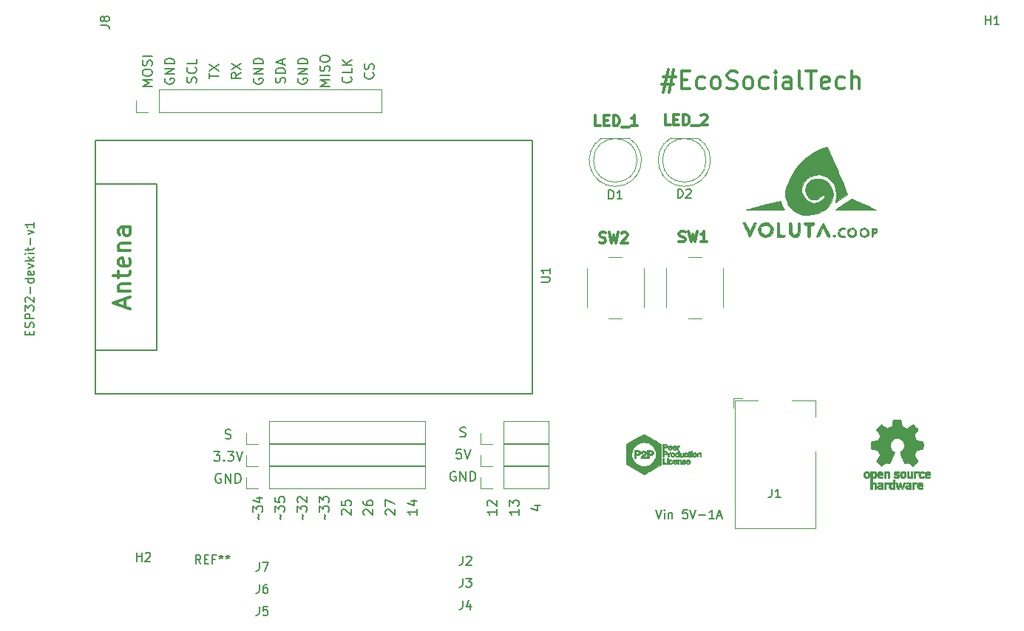
<source format=gto>
G04 #@! TF.GenerationSoftware,KiCad,Pcbnew,6.0.4-6f826c9f35~116~ubuntu20.04.1*
G04 #@! TF.CreationDate,2022-04-25T20:45:33+02:00*
G04 #@! TF.ProjectId,Open_KIoT,4f70656e-5f4b-4496-9f54-2e6b69636164,rev?*
G04 #@! TF.SameCoordinates,Original*
G04 #@! TF.FileFunction,Legend,Top*
G04 #@! TF.FilePolarity,Positive*
%FSLAX46Y46*%
G04 Gerber Fmt 4.6, Leading zero omitted, Abs format (unit mm)*
G04 Created by KiCad (PCBNEW 6.0.4-6f826c9f35~116~ubuntu20.04.1) date 2022-04-25 20:45:33*
%MOMM*%
%LPD*%
G01*
G04 APERTURE LIST*
%ADD10C,0.200000*%
%ADD11C,0.150000*%
%ADD12C,0.350000*%
%ADD13C,0.300000*%
%ADD14C,0.120000*%
%ADD15C,0.010000*%
G04 APERTURE END LIST*
D10*
X78950000Y-116438095D02*
X78897619Y-116542857D01*
X78897619Y-116700000D01*
X78950000Y-116857142D01*
X79054761Y-116961904D01*
X79159523Y-117014285D01*
X79369047Y-117066666D01*
X79526190Y-117066666D01*
X79735714Y-117014285D01*
X79840476Y-116961904D01*
X79945238Y-116857142D01*
X79997619Y-116700000D01*
X79997619Y-116595238D01*
X79945238Y-116438095D01*
X79892857Y-116385714D01*
X79526190Y-116385714D01*
X79526190Y-116595238D01*
X79997619Y-115914285D02*
X78897619Y-115914285D01*
X79997619Y-115285714D01*
X78897619Y-115285714D01*
X79997619Y-114761904D02*
X78897619Y-114761904D01*
X78897619Y-114500000D01*
X78950000Y-114342857D01*
X79054761Y-114238095D01*
X79159523Y-114185714D01*
X79369047Y-114133333D01*
X79526190Y-114133333D01*
X79735714Y-114185714D01*
X79840476Y-114238095D01*
X79945238Y-114342857D01*
X79997619Y-114500000D01*
X79997619Y-114761904D01*
X106754764Y-165809523D02*
X106754764Y-166438095D01*
X106754764Y-166123809D02*
X105654764Y-166123809D01*
X105811906Y-166228571D01*
X105916668Y-166333333D01*
X105969049Y-166438095D01*
X105759525Y-165390476D02*
X105707145Y-165338095D01*
X105654764Y-165233333D01*
X105654764Y-164971428D01*
X105707145Y-164866666D01*
X105759525Y-164814285D01*
X105864287Y-164761904D01*
X105969049Y-164761904D01*
X106126192Y-164814285D01*
X106754764Y-165442857D01*
X106754764Y-164761904D01*
X92592857Y-115783333D02*
X92645238Y-115835714D01*
X92697619Y-115992857D01*
X92697619Y-116097619D01*
X92645238Y-116254761D01*
X92540476Y-116359523D01*
X92435714Y-116411904D01*
X92226190Y-116464285D01*
X92069047Y-116464285D01*
X91859523Y-116411904D01*
X91754761Y-116359523D01*
X91650000Y-116254761D01*
X91597619Y-116097619D01*
X91597619Y-115992857D01*
X91650000Y-115835714D01*
X91702380Y-115783333D01*
X92645238Y-115364285D02*
X92697619Y-115207142D01*
X92697619Y-114945238D01*
X92645238Y-114840476D01*
X92592857Y-114788095D01*
X92488095Y-114735714D01*
X92383333Y-114735714D01*
X92278571Y-114788095D01*
X92226190Y-114840476D01*
X92173809Y-114945238D01*
X92121428Y-115154761D01*
X92069047Y-115259523D01*
X92016666Y-115311904D01*
X91911904Y-115364285D01*
X91807142Y-115364285D01*
X91702380Y-115311904D01*
X91650000Y-115259523D01*
X91597619Y-115154761D01*
X91597619Y-114892857D01*
X91650000Y-114735714D01*
X79535716Y-166935714D02*
X79483335Y-166883333D01*
X79430954Y-166778571D01*
X79535716Y-166569047D01*
X79483335Y-166464285D01*
X79430954Y-166411904D01*
X78854764Y-166097619D02*
X78854764Y-165416666D01*
X79273811Y-165783333D01*
X79273811Y-165626190D01*
X79326192Y-165521428D01*
X79378573Y-165469047D01*
X79483335Y-165416666D01*
X79745240Y-165416666D01*
X79850002Y-165469047D01*
X79902383Y-165521428D01*
X79954764Y-165626190D01*
X79954764Y-165940476D01*
X79902383Y-166045238D01*
X79850002Y-166097619D01*
X79221430Y-164473809D02*
X79954764Y-164473809D01*
X78802383Y-164735714D02*
X79588097Y-164997619D01*
X79588097Y-164316666D01*
X94130951Y-166438095D02*
X94078571Y-166385714D01*
X94026190Y-166280952D01*
X94026190Y-166019047D01*
X94078571Y-165914285D01*
X94130951Y-165861904D01*
X94235713Y-165809523D01*
X94340475Y-165809523D01*
X94497618Y-165861904D01*
X95126190Y-166490476D01*
X95126190Y-165809523D01*
X94026190Y-165442857D02*
X94026190Y-164709523D01*
X95126190Y-165180952D01*
X97654764Y-165809524D02*
X97654764Y-166438096D01*
X97654764Y-166123810D02*
X96554764Y-166123810D01*
X96711906Y-166228572D01*
X96816668Y-166333334D01*
X96869049Y-166438096D01*
X96921430Y-164866667D02*
X97654764Y-164866667D01*
X96502383Y-165128572D02*
X97288097Y-165390477D01*
X97288097Y-164709524D01*
X102690475Y-158926190D02*
X102166665Y-158926190D01*
X102114284Y-159449999D01*
X102166665Y-159397618D01*
X102271427Y-159345237D01*
X102533332Y-159345237D01*
X102638094Y-159397618D01*
X102690475Y-159449999D01*
X102742856Y-159554761D01*
X102742856Y-159816666D01*
X102690475Y-159921428D01*
X102638094Y-159973809D01*
X102533332Y-160026190D01*
X102271427Y-160026190D01*
X102166665Y-159973809D01*
X102114284Y-159921428D01*
X103057141Y-158926190D02*
X103423808Y-160026190D01*
X103790475Y-158926190D01*
X91602380Y-166438095D02*
X91550000Y-166385714D01*
X91497619Y-166280952D01*
X91497619Y-166019047D01*
X91550000Y-165914285D01*
X91602380Y-165861904D01*
X91707142Y-165809523D01*
X91811904Y-165809523D01*
X91969047Y-165861904D01*
X92597619Y-166490476D01*
X92597619Y-165809523D01*
X91497619Y-164866666D02*
X91497619Y-165076190D01*
X91550000Y-165180952D01*
X91602380Y-165233333D01*
X91759523Y-165338095D01*
X91969047Y-165390476D01*
X92388095Y-165390476D01*
X92492857Y-165338095D01*
X92545238Y-165285714D01*
X92597619Y-165180952D01*
X92597619Y-164971428D01*
X92545238Y-164866666D01*
X92492857Y-164814285D01*
X92388095Y-164761904D01*
X92126190Y-164761904D01*
X92021428Y-164814285D01*
X91969047Y-164866666D01*
X91916666Y-164971428D01*
X91916666Y-165180952D01*
X91969047Y-165285714D01*
X92021428Y-165338095D01*
X92126190Y-165390476D01*
X72325238Y-116909523D02*
X72377619Y-116752380D01*
X72377619Y-116490476D01*
X72325238Y-116385714D01*
X72272857Y-116333333D01*
X72168095Y-116280952D01*
X72063333Y-116280952D01*
X71958571Y-116333333D01*
X71906190Y-116385714D01*
X71853809Y-116490476D01*
X71801428Y-116700000D01*
X71749047Y-116804761D01*
X71696666Y-116857142D01*
X71591904Y-116909523D01*
X71487142Y-116909523D01*
X71382380Y-116857142D01*
X71330000Y-116804761D01*
X71277619Y-116700000D01*
X71277619Y-116438095D01*
X71330000Y-116280952D01*
X72272857Y-115180952D02*
X72325238Y-115233333D01*
X72377619Y-115390476D01*
X72377619Y-115495238D01*
X72325238Y-115652380D01*
X72220476Y-115757142D01*
X72115714Y-115809523D01*
X71906190Y-115861904D01*
X71749047Y-115861904D01*
X71539523Y-115809523D01*
X71434761Y-115757142D01*
X71330000Y-115652380D01*
X71277619Y-115495238D01*
X71277619Y-115390476D01*
X71330000Y-115233333D01*
X71382380Y-115180952D01*
X72377619Y-114185714D02*
X72377619Y-114709523D01*
X71277619Y-114709523D01*
D11*
X124966666Y-165852380D02*
X125300000Y-166852380D01*
X125633333Y-165852380D01*
X125966666Y-166852380D02*
X125966666Y-166185714D01*
X125966666Y-165852380D02*
X125919047Y-165900000D01*
X125966666Y-165947619D01*
X126014285Y-165900000D01*
X125966666Y-165852380D01*
X125966666Y-165947619D01*
X126442857Y-166185714D02*
X126442857Y-166852380D01*
X126442857Y-166280952D02*
X126490476Y-166233333D01*
X126585714Y-166185714D01*
X126728571Y-166185714D01*
X126823809Y-166233333D01*
X126871428Y-166328571D01*
X126871428Y-166852380D01*
X128585714Y-165852380D02*
X128109523Y-165852380D01*
X128061904Y-166328571D01*
X128109523Y-166280952D01*
X128204761Y-166233333D01*
X128442857Y-166233333D01*
X128538095Y-166280952D01*
X128585714Y-166328571D01*
X128633333Y-166423809D01*
X128633333Y-166661904D01*
X128585714Y-166757142D01*
X128538095Y-166804761D01*
X128442857Y-166852380D01*
X128204761Y-166852380D01*
X128109523Y-166804761D01*
X128061904Y-166757142D01*
X128919047Y-165852380D02*
X129252380Y-166852380D01*
X129585714Y-165852380D01*
X129919047Y-166471428D02*
X130680952Y-166471428D01*
X131680952Y-166852380D02*
X131109523Y-166852380D01*
X131395238Y-166852380D02*
X131395238Y-165852380D01*
X131300000Y-165995238D01*
X131204761Y-166090476D01*
X131109523Y-166138095D01*
X132061904Y-166566666D02*
X132538095Y-166566666D01*
X131966666Y-166852380D02*
X132300000Y-165852380D01*
X132633333Y-166852380D01*
D10*
X87121429Y-166935715D02*
X87069048Y-166883334D01*
X87016667Y-166778572D01*
X87121429Y-166569048D01*
X87069048Y-166464286D01*
X87016667Y-166411905D01*
X86440477Y-166097620D02*
X86440477Y-165416667D01*
X86859524Y-165783334D01*
X86859524Y-165626191D01*
X86911905Y-165521429D01*
X86964286Y-165469048D01*
X87069048Y-165416667D01*
X87330953Y-165416667D01*
X87435715Y-165469048D01*
X87488096Y-165521429D01*
X87540477Y-165626191D01*
X87540477Y-165940477D01*
X87488096Y-166045239D01*
X87435715Y-166097620D01*
X86440477Y-165050001D02*
X86440477Y-164369048D01*
X86859524Y-164735715D01*
X86859524Y-164578572D01*
X86911905Y-164473810D01*
X86964286Y-164421429D01*
X87069048Y-164369048D01*
X87330953Y-164369048D01*
X87435715Y-164421429D01*
X87488096Y-164473810D01*
X87540477Y-164578572D01*
X87540477Y-164892858D01*
X87488096Y-164997620D01*
X87435715Y-165050001D01*
X77457619Y-115783333D02*
X76933809Y-116150000D01*
X77457619Y-116411904D02*
X76357619Y-116411904D01*
X76357619Y-115992857D01*
X76410000Y-115888095D01*
X76462380Y-115835714D01*
X76567142Y-115783333D01*
X76724285Y-115783333D01*
X76829047Y-115835714D01*
X76881428Y-115888095D01*
X76933809Y-115992857D01*
X76933809Y-116411904D01*
X76357619Y-115416666D02*
X77457619Y-114683333D01*
X76357619Y-114683333D02*
X77457619Y-115416666D01*
D12*
X125814285Y-116271428D02*
X127242857Y-116271428D01*
X126385714Y-115414285D02*
X125814285Y-117985714D01*
X127052380Y-117128571D02*
X125623809Y-117128571D01*
X126480952Y-117985714D02*
X127052380Y-115414285D01*
X127909523Y-116557142D02*
X128576190Y-116557142D01*
X128861904Y-117604761D02*
X127909523Y-117604761D01*
X127909523Y-115604761D01*
X128861904Y-115604761D01*
X130576190Y-117509523D02*
X130385714Y-117604761D01*
X130004761Y-117604761D01*
X129814285Y-117509523D01*
X129719047Y-117414285D01*
X129623809Y-117223809D01*
X129623809Y-116652380D01*
X129719047Y-116461904D01*
X129814285Y-116366666D01*
X130004761Y-116271428D01*
X130385714Y-116271428D01*
X130576190Y-116366666D01*
X131719047Y-117604761D02*
X131528571Y-117509523D01*
X131433333Y-117414285D01*
X131338095Y-117223809D01*
X131338095Y-116652380D01*
X131433333Y-116461904D01*
X131528571Y-116366666D01*
X131719047Y-116271428D01*
X132004761Y-116271428D01*
X132195238Y-116366666D01*
X132290476Y-116461904D01*
X132385714Y-116652380D01*
X132385714Y-117223809D01*
X132290476Y-117414285D01*
X132195238Y-117509523D01*
X132004761Y-117604761D01*
X131719047Y-117604761D01*
X133147619Y-117509523D02*
X133433333Y-117604761D01*
X133909523Y-117604761D01*
X134100000Y-117509523D01*
X134195238Y-117414285D01*
X134290476Y-117223809D01*
X134290476Y-117033333D01*
X134195238Y-116842857D01*
X134100000Y-116747619D01*
X133909523Y-116652380D01*
X133528571Y-116557142D01*
X133338095Y-116461904D01*
X133242857Y-116366666D01*
X133147619Y-116176190D01*
X133147619Y-115985714D01*
X133242857Y-115795238D01*
X133338095Y-115700000D01*
X133528571Y-115604761D01*
X134004761Y-115604761D01*
X134290476Y-115700000D01*
X135433333Y-117604761D02*
X135242857Y-117509523D01*
X135147619Y-117414285D01*
X135052380Y-117223809D01*
X135052380Y-116652380D01*
X135147619Y-116461904D01*
X135242857Y-116366666D01*
X135433333Y-116271428D01*
X135719047Y-116271428D01*
X135909523Y-116366666D01*
X136004761Y-116461904D01*
X136100000Y-116652380D01*
X136100000Y-117223809D01*
X136004761Y-117414285D01*
X135909523Y-117509523D01*
X135719047Y-117604761D01*
X135433333Y-117604761D01*
X137814285Y-117509523D02*
X137623809Y-117604761D01*
X137242857Y-117604761D01*
X137052380Y-117509523D01*
X136957142Y-117414285D01*
X136861904Y-117223809D01*
X136861904Y-116652380D01*
X136957142Y-116461904D01*
X137052380Y-116366666D01*
X137242857Y-116271428D01*
X137623809Y-116271428D01*
X137814285Y-116366666D01*
X138671428Y-117604761D02*
X138671428Y-116271428D01*
X138671428Y-115604761D02*
X138576190Y-115700000D01*
X138671428Y-115795238D01*
X138766666Y-115700000D01*
X138671428Y-115604761D01*
X138671428Y-115795238D01*
X140480952Y-117604761D02*
X140480952Y-116557142D01*
X140385714Y-116366666D01*
X140195238Y-116271428D01*
X139814285Y-116271428D01*
X139623809Y-116366666D01*
X140480952Y-117509523D02*
X140290476Y-117604761D01*
X139814285Y-117604761D01*
X139623809Y-117509523D01*
X139528571Y-117319047D01*
X139528571Y-117128571D01*
X139623809Y-116938095D01*
X139814285Y-116842857D01*
X140290476Y-116842857D01*
X140480952Y-116747619D01*
X141719047Y-117604761D02*
X141528571Y-117509523D01*
X141433333Y-117319047D01*
X141433333Y-115604761D01*
X142195238Y-115604761D02*
X143338095Y-115604761D01*
X142766666Y-117604761D02*
X142766666Y-115604761D01*
X144766666Y-117509523D02*
X144576190Y-117604761D01*
X144195238Y-117604761D01*
X144004761Y-117509523D01*
X143909523Y-117319047D01*
X143909523Y-116557142D01*
X144004761Y-116366666D01*
X144195238Y-116271428D01*
X144576190Y-116271428D01*
X144766666Y-116366666D01*
X144861904Y-116557142D01*
X144861904Y-116747619D01*
X143909523Y-116938095D01*
X146576190Y-117509523D02*
X146385714Y-117604761D01*
X146004761Y-117604761D01*
X145814285Y-117509523D01*
X145719047Y-117414285D01*
X145623809Y-117223809D01*
X145623809Y-116652380D01*
X145719047Y-116461904D01*
X145814285Y-116366666D01*
X146004761Y-116271428D01*
X146385714Y-116271428D01*
X146576190Y-116366666D01*
X147433333Y-117604761D02*
X147433333Y-115604761D01*
X148290476Y-117604761D02*
X148290476Y-116557142D01*
X148195238Y-116366666D01*
X148004761Y-116271428D01*
X147719047Y-116271428D01*
X147528571Y-116366666D01*
X147433333Y-116461904D01*
D13*
X64233333Y-142619047D02*
X64233333Y-141666666D01*
X64804761Y-142809523D02*
X62804761Y-142142857D01*
X64804761Y-141476190D01*
X63471428Y-140809523D02*
X64804761Y-140809523D01*
X63661904Y-140809523D02*
X63566666Y-140714285D01*
X63471428Y-140523809D01*
X63471428Y-140238095D01*
X63566666Y-140047619D01*
X63757142Y-139952380D01*
X64804761Y-139952380D01*
X63471428Y-139285714D02*
X63471428Y-138523809D01*
X62804761Y-139000000D02*
X64519047Y-139000000D01*
X64709523Y-138904761D01*
X64804761Y-138714285D01*
X64804761Y-138523809D01*
X64709523Y-137095238D02*
X64804761Y-137285714D01*
X64804761Y-137666666D01*
X64709523Y-137857142D01*
X64519047Y-137952380D01*
X63757142Y-137952380D01*
X63566666Y-137857142D01*
X63471428Y-137666666D01*
X63471428Y-137285714D01*
X63566666Y-137095238D01*
X63757142Y-137000000D01*
X63947619Y-137000000D01*
X64138095Y-137952380D01*
X63471428Y-136142857D02*
X64804761Y-136142857D01*
X63661904Y-136142857D02*
X63566666Y-136047619D01*
X63471428Y-135857142D01*
X63471428Y-135571428D01*
X63566666Y-135380952D01*
X63757142Y-135285714D01*
X64804761Y-135285714D01*
X64804761Y-133476190D02*
X63757142Y-133476190D01*
X63566666Y-133571428D01*
X63471428Y-133761904D01*
X63471428Y-134142857D01*
X63566666Y-134333333D01*
X64709523Y-133476190D02*
X64804761Y-133666666D01*
X64804761Y-134142857D01*
X64709523Y-134333333D01*
X64519047Y-134428571D01*
X64328571Y-134428571D01*
X64138095Y-134333333D01*
X64042857Y-134142857D01*
X64042857Y-133666666D01*
X63947619Y-133476190D01*
D10*
X102585714Y-157445238D02*
X102742857Y-157497619D01*
X103004761Y-157497619D01*
X103109523Y-157445238D01*
X103161904Y-157392857D01*
X103214285Y-157288095D01*
X103214285Y-157183333D01*
X103161904Y-157078571D01*
X103109523Y-157026190D01*
X103004761Y-156973809D01*
X102795238Y-156921428D01*
X102690476Y-156869047D01*
X102638095Y-156816666D01*
X102585714Y-156711904D01*
X102585714Y-156607142D01*
X102638095Y-156502380D01*
X102690476Y-156450000D01*
X102795238Y-156397619D01*
X103057142Y-156397619D01*
X103214285Y-156450000D01*
X73817619Y-116438094D02*
X73817619Y-115809522D01*
X74917619Y-116123808D02*
X73817619Y-116123808D01*
X73817619Y-115547618D02*
X74917619Y-114814284D01*
X73817619Y-114814284D02*
X74917619Y-115547618D01*
X82064287Y-166935715D02*
X82011906Y-166883334D01*
X81959525Y-166778572D01*
X82064287Y-166569048D01*
X82011906Y-166464286D01*
X81959525Y-166411905D01*
X81383335Y-166097620D02*
X81383335Y-165416667D01*
X81802382Y-165783334D01*
X81802382Y-165626191D01*
X81854763Y-165521429D01*
X81907144Y-165469048D01*
X82011906Y-165416667D01*
X82273811Y-165416667D01*
X82378573Y-165469048D01*
X82430954Y-165521429D01*
X82483335Y-165626191D01*
X82483335Y-165940477D01*
X82430954Y-166045239D01*
X82378573Y-166097620D01*
X81383335Y-164421429D02*
X81383335Y-164945239D01*
X81907144Y-164997620D01*
X81854763Y-164945239D01*
X81802382Y-164840477D01*
X81802382Y-164578572D01*
X81854763Y-164473810D01*
X81907144Y-164421429D01*
X82011906Y-164369048D01*
X82273811Y-164369048D01*
X82378573Y-164421429D01*
X82430954Y-164473810D01*
X82483335Y-164578572D01*
X82483335Y-164840477D01*
X82430954Y-164945239D01*
X82378573Y-164997620D01*
X90052857Y-116254760D02*
X90105238Y-116307141D01*
X90157619Y-116464284D01*
X90157619Y-116569046D01*
X90105238Y-116726189D01*
X90000476Y-116830951D01*
X89895714Y-116883332D01*
X89686190Y-116935713D01*
X89529047Y-116935713D01*
X89319523Y-116883332D01*
X89214761Y-116830951D01*
X89110000Y-116726189D01*
X89057619Y-116569046D01*
X89057619Y-116464284D01*
X89110000Y-116307141D01*
X89162380Y-116254760D01*
X90157619Y-115259522D02*
X90157619Y-115783332D01*
X89057619Y-115783332D01*
X90157619Y-114892856D02*
X89057619Y-114892856D01*
X90157619Y-114264284D02*
X89529047Y-114735713D01*
X89057619Y-114264284D02*
X89686190Y-114892856D01*
X109283335Y-165809524D02*
X109283335Y-166438096D01*
X109283335Y-166123810D02*
X108183335Y-166123810D01*
X108340477Y-166228572D01*
X108445239Y-166333334D01*
X108497620Y-166438096D01*
X108183335Y-165442858D02*
X108183335Y-164761905D01*
X108602382Y-165128572D01*
X108602382Y-164971429D01*
X108654763Y-164866667D01*
X108707144Y-164814286D01*
X108811906Y-164761905D01*
X109073811Y-164761905D01*
X109178573Y-164814286D01*
X109230954Y-164866667D01*
X109283335Y-164971429D01*
X109283335Y-165285715D01*
X109230954Y-165390477D01*
X109178573Y-165442858D01*
X75685714Y-157688096D02*
X75842857Y-157740477D01*
X76104761Y-157740477D01*
X76209523Y-157688096D01*
X76261904Y-157635715D01*
X76314285Y-157530953D01*
X76314285Y-157426191D01*
X76261904Y-157321429D01*
X76209523Y-157269048D01*
X76104761Y-157216667D01*
X75895238Y-157164286D01*
X75790476Y-157111905D01*
X75738095Y-157059524D01*
X75685714Y-156954762D01*
X75685714Y-156850000D01*
X75738095Y-156745238D01*
X75790476Y-156692858D01*
X75895238Y-156640477D01*
X76157142Y-156640477D01*
X76314285Y-156692858D01*
X74376189Y-159169048D02*
X75057141Y-159169048D01*
X74690475Y-159588095D01*
X74847618Y-159588095D01*
X74952379Y-159640476D01*
X75004760Y-159692857D01*
X75057141Y-159797619D01*
X75057141Y-160059524D01*
X75004760Y-160164286D01*
X74952379Y-160216667D01*
X74847618Y-160269048D01*
X74533332Y-160269048D01*
X74428570Y-160216667D01*
X74376189Y-160164286D01*
X75528570Y-160164286D02*
X75580951Y-160216667D01*
X75528570Y-160269048D01*
X75476189Y-160216667D01*
X75528570Y-160164286D01*
X75528570Y-160269048D01*
X75947618Y-159169048D02*
X76628570Y-159169048D01*
X76261903Y-159588095D01*
X76419046Y-159588095D01*
X76523808Y-159640476D01*
X76576189Y-159692857D01*
X76628570Y-159797619D01*
X76628570Y-160059524D01*
X76576189Y-160164286D01*
X76523808Y-160216667D01*
X76419046Y-160269048D01*
X76104760Y-160269048D01*
X75999999Y-160216667D01*
X75947618Y-160164286D01*
X76942856Y-159169048D02*
X77309522Y-160269048D01*
X77676189Y-159169048D01*
X89073809Y-166438095D02*
X89021429Y-166385714D01*
X88969048Y-166280952D01*
X88969048Y-166019047D01*
X89021429Y-165914285D01*
X89073809Y-165861904D01*
X89178571Y-165809523D01*
X89283333Y-165809523D01*
X89440476Y-165861904D01*
X90069048Y-166490476D01*
X90069048Y-165809523D01*
X88969048Y-164814285D02*
X88969048Y-165338095D01*
X89492857Y-165390476D01*
X89440476Y-165338095D01*
X89388095Y-165233333D01*
X89388095Y-164971428D01*
X89440476Y-164866666D01*
X89492857Y-164814285D01*
X89597619Y-164761904D01*
X89859524Y-164761904D01*
X89964286Y-164814285D01*
X90016667Y-164866666D01*
X90069048Y-164971428D01*
X90069048Y-165233333D01*
X90016667Y-165338095D01*
X89964286Y-165390476D01*
X111078572Y-165390476D02*
X111811906Y-165390476D01*
X110659525Y-165652380D02*
X111445239Y-165914285D01*
X111445239Y-165233333D01*
X84592858Y-166935714D02*
X84540477Y-166883333D01*
X84488096Y-166778571D01*
X84592858Y-166569047D01*
X84540477Y-166464285D01*
X84488096Y-166411904D01*
X83911906Y-166097619D02*
X83911906Y-165416666D01*
X84330953Y-165783333D01*
X84330953Y-165626190D01*
X84383334Y-165521428D01*
X84435715Y-165469047D01*
X84540477Y-165416666D01*
X84802382Y-165416666D01*
X84907144Y-165469047D01*
X84959525Y-165521428D01*
X85011906Y-165626190D01*
X85011906Y-165940476D01*
X84959525Y-166045238D01*
X84907144Y-166097619D01*
X84016667Y-164997619D02*
X83964287Y-164945238D01*
X83911906Y-164840476D01*
X83911906Y-164578571D01*
X83964287Y-164473809D01*
X84016667Y-164421428D01*
X84121429Y-164369047D01*
X84226191Y-164369047D01*
X84383334Y-164421428D01*
X85011906Y-165050000D01*
X85011906Y-164369047D01*
X67297619Y-117328570D02*
X66197619Y-117328570D01*
X66983333Y-116961903D01*
X66197619Y-116595237D01*
X67297619Y-116595237D01*
X66197619Y-115861903D02*
X66197619Y-115652379D01*
X66250000Y-115547618D01*
X66354761Y-115442856D01*
X66564285Y-115390475D01*
X66930952Y-115390475D01*
X67140476Y-115442856D01*
X67245238Y-115547618D01*
X67297619Y-115652379D01*
X67297619Y-115861903D01*
X67245238Y-115966665D01*
X67140476Y-116071427D01*
X66930952Y-116123808D01*
X66564285Y-116123808D01*
X66354761Y-116071427D01*
X66250000Y-115966665D01*
X66197619Y-115861903D01*
X67245238Y-114971427D02*
X67297619Y-114814284D01*
X67297619Y-114552379D01*
X67245238Y-114447618D01*
X67192857Y-114395237D01*
X67088095Y-114342856D01*
X66983333Y-114342856D01*
X66878571Y-114395237D01*
X66826190Y-114447618D01*
X66773809Y-114552379D01*
X66721428Y-114761903D01*
X66669047Y-114866665D01*
X66616666Y-114919046D01*
X66511904Y-114971427D01*
X66407142Y-114971427D01*
X66302380Y-114919046D01*
X66250000Y-114866665D01*
X66197619Y-114761903D01*
X66197619Y-114499999D01*
X66250000Y-114342856D01*
X67297619Y-113871427D02*
X66197619Y-113871427D01*
X68790000Y-116438095D02*
X68737619Y-116542857D01*
X68737619Y-116700000D01*
X68790000Y-116857142D01*
X68894761Y-116961904D01*
X68999523Y-117014285D01*
X69209047Y-117066666D01*
X69366190Y-117066666D01*
X69575714Y-117014285D01*
X69680476Y-116961904D01*
X69785238Y-116857142D01*
X69837619Y-116700000D01*
X69837619Y-116595238D01*
X69785238Y-116438095D01*
X69732857Y-116385714D01*
X69366190Y-116385714D01*
X69366190Y-116595238D01*
X69837619Y-115914285D02*
X68737619Y-115914285D01*
X69837619Y-115285714D01*
X68737619Y-115285714D01*
X69837619Y-114761904D02*
X68737619Y-114761904D01*
X68737619Y-114500000D01*
X68790000Y-114342857D01*
X68894761Y-114238095D01*
X68999523Y-114185714D01*
X69209047Y-114133333D01*
X69366190Y-114133333D01*
X69575714Y-114185714D01*
X69680476Y-114238095D01*
X69785238Y-114342857D01*
X69837619Y-114500000D01*
X69837619Y-114761904D01*
X102061904Y-161507142D02*
X101957142Y-161454761D01*
X101800000Y-161454761D01*
X101642857Y-161507142D01*
X101538095Y-161611903D01*
X101485714Y-161716665D01*
X101433333Y-161926189D01*
X101433333Y-162083332D01*
X101485714Y-162292856D01*
X101538095Y-162397618D01*
X101642857Y-162502380D01*
X101800000Y-162554761D01*
X101904761Y-162554761D01*
X102061904Y-162502380D01*
X102114285Y-162449999D01*
X102114285Y-162083332D01*
X101904761Y-162083332D01*
X102585714Y-162554761D02*
X102585714Y-161454761D01*
X103214285Y-162554761D01*
X103214285Y-161454761D01*
X103738095Y-162554761D02*
X103738095Y-161454761D01*
X104000000Y-161454761D01*
X104157142Y-161507142D01*
X104261904Y-161611903D01*
X104314285Y-161716665D01*
X104366666Y-161926189D01*
X104366666Y-162083332D01*
X104314285Y-162292856D01*
X104261904Y-162397618D01*
X104157142Y-162502380D01*
X104000000Y-162554761D01*
X103738095Y-162554761D01*
X84030000Y-116438095D02*
X83977619Y-116542857D01*
X83977619Y-116700000D01*
X84030000Y-116857142D01*
X84134761Y-116961904D01*
X84239523Y-117014285D01*
X84449047Y-117066666D01*
X84606190Y-117066666D01*
X84815714Y-117014285D01*
X84920476Y-116961904D01*
X85025238Y-116857142D01*
X85077619Y-116700000D01*
X85077619Y-116595238D01*
X85025238Y-116438095D01*
X84972857Y-116385714D01*
X84606190Y-116385714D01*
X84606190Y-116595238D01*
X85077619Y-115914285D02*
X83977619Y-115914285D01*
X85077619Y-115285714D01*
X83977619Y-115285714D01*
X85077619Y-114761904D02*
X83977619Y-114761904D01*
X83977619Y-114500000D01*
X84030000Y-114342857D01*
X84134761Y-114238095D01*
X84239523Y-114185714D01*
X84449047Y-114133333D01*
X84606190Y-114133333D01*
X84815714Y-114185714D01*
X84920476Y-114238095D01*
X85025238Y-114342857D01*
X85077619Y-114500000D01*
X85077619Y-114761904D01*
X87617619Y-117328570D02*
X86517619Y-117328570D01*
X87303333Y-116961903D01*
X86517619Y-116595237D01*
X87617619Y-116595237D01*
X87617619Y-116071427D02*
X86517619Y-116071427D01*
X87565238Y-115599999D02*
X87617619Y-115442856D01*
X87617619Y-115180951D01*
X87565238Y-115076189D01*
X87512857Y-115023808D01*
X87408095Y-114971427D01*
X87303333Y-114971427D01*
X87198571Y-115023808D01*
X87146190Y-115076189D01*
X87093809Y-115180951D01*
X87041428Y-115390475D01*
X86989047Y-115495237D01*
X86936666Y-115547618D01*
X86831904Y-115599999D01*
X86727142Y-115599999D01*
X86622380Y-115547618D01*
X86570000Y-115495237D01*
X86517619Y-115390475D01*
X86517619Y-115128570D01*
X86570000Y-114971427D01*
X86517619Y-114290475D02*
X86517619Y-114080951D01*
X86570000Y-113976189D01*
X86674761Y-113871427D01*
X86884285Y-113819046D01*
X87250952Y-113819046D01*
X87460476Y-113871427D01*
X87565238Y-113976189D01*
X87617619Y-114080951D01*
X87617619Y-114290475D01*
X87565238Y-114395237D01*
X87460476Y-114499999D01*
X87250952Y-114552379D01*
X86884285Y-114552379D01*
X86674761Y-114499999D01*
X86570000Y-114395237D01*
X86517619Y-114290475D01*
X82485238Y-116935713D02*
X82537619Y-116778570D01*
X82537619Y-116516665D01*
X82485238Y-116411903D01*
X82432857Y-116359522D01*
X82328095Y-116307141D01*
X82223333Y-116307141D01*
X82118571Y-116359522D01*
X82066190Y-116411903D01*
X82013809Y-116516665D01*
X81961428Y-116726189D01*
X81909047Y-116830951D01*
X81856666Y-116883332D01*
X81751904Y-116935713D01*
X81647142Y-116935713D01*
X81542380Y-116883332D01*
X81490000Y-116830951D01*
X81437619Y-116726189D01*
X81437619Y-116464284D01*
X81490000Y-116307141D01*
X82537619Y-115835713D02*
X81437619Y-115835713D01*
X81437619Y-115573808D01*
X81490000Y-115416665D01*
X81594761Y-115311903D01*
X81699523Y-115259522D01*
X81909047Y-115207141D01*
X82066190Y-115207141D01*
X82275714Y-115259522D01*
X82380476Y-115311903D01*
X82485238Y-115416665D01*
X82537619Y-115573808D01*
X82537619Y-115835713D01*
X82223333Y-114788094D02*
X82223333Y-114264284D01*
X82537619Y-114892856D02*
X81437619Y-114526189D01*
X82537619Y-114159522D01*
X75161904Y-161750000D02*
X75057142Y-161697619D01*
X74900000Y-161697619D01*
X74742857Y-161750000D01*
X74638095Y-161854761D01*
X74585714Y-161959523D01*
X74533333Y-162169047D01*
X74533333Y-162326190D01*
X74585714Y-162535714D01*
X74638095Y-162640476D01*
X74742857Y-162745238D01*
X74900000Y-162797619D01*
X75004761Y-162797619D01*
X75161904Y-162745238D01*
X75214285Y-162692857D01*
X75214285Y-162326190D01*
X75004761Y-162326190D01*
X75685714Y-162797619D02*
X75685714Y-161697619D01*
X76314285Y-162797619D01*
X76314285Y-161697619D01*
X76838095Y-162797619D02*
X76838095Y-161697619D01*
X77100000Y-161697619D01*
X77257142Y-161750000D01*
X77361904Y-161854761D01*
X77414285Y-161959523D01*
X77466666Y-162169047D01*
X77466666Y-162326190D01*
X77414285Y-162535714D01*
X77361904Y-162640476D01*
X77257142Y-162745238D01*
X77100000Y-162797619D01*
X76838095Y-162797619D01*
D11*
X127506864Y-130112940D02*
X127506864Y-129112940D01*
X127744960Y-129112940D01*
X127887817Y-129160560D01*
X127983055Y-129255798D01*
X128030674Y-129351036D01*
X128078293Y-129541512D01*
X128078293Y-129684369D01*
X128030674Y-129874845D01*
X127983055Y-129970083D01*
X127887817Y-130065321D01*
X127744960Y-130112940D01*
X127506864Y-130112940D01*
X128459245Y-129208179D02*
X128506864Y-129160560D01*
X128602102Y-129112940D01*
X128840198Y-129112940D01*
X128935436Y-129160560D01*
X128983055Y-129208179D01*
X129030674Y-129303417D01*
X129030674Y-129398655D01*
X128983055Y-129541512D01*
X128411626Y-130112940D01*
X129030674Y-130112940D01*
D13*
X126647500Y-121762857D02*
X126076071Y-121762857D01*
X126076071Y-120562857D01*
X127047500Y-121134285D02*
X127447500Y-121134285D01*
X127618928Y-121762857D02*
X127047500Y-121762857D01*
X127047500Y-120562857D01*
X127618928Y-120562857D01*
X128133214Y-121762857D02*
X128133214Y-120562857D01*
X128418928Y-120562857D01*
X128590357Y-120620000D01*
X128704642Y-120734285D01*
X128761785Y-120848571D01*
X128818928Y-121077142D01*
X128818928Y-121248571D01*
X128761785Y-121477142D01*
X128704642Y-121591428D01*
X128590357Y-121705714D01*
X128418928Y-121762857D01*
X128133214Y-121762857D01*
X129047500Y-121877142D02*
X129961785Y-121877142D01*
X130190357Y-120677142D02*
X130247500Y-120620000D01*
X130361785Y-120562857D01*
X130647500Y-120562857D01*
X130761785Y-120620000D01*
X130818928Y-120677142D01*
X130876071Y-120791428D01*
X130876071Y-120905714D01*
X130818928Y-121077142D01*
X130133214Y-121762857D01*
X130876071Y-121762857D01*
D11*
X119606864Y-130236060D02*
X119606864Y-129236060D01*
X119844960Y-129236060D01*
X119987817Y-129283680D01*
X120083055Y-129378918D01*
X120130674Y-129474156D01*
X120178293Y-129664632D01*
X120178293Y-129807489D01*
X120130674Y-129997965D01*
X120083055Y-130093203D01*
X119987817Y-130188441D01*
X119844960Y-130236060D01*
X119606864Y-130236060D01*
X121130674Y-130236060D02*
X120559245Y-130236060D01*
X120844960Y-130236060D02*
X120844960Y-129236060D01*
X120749721Y-129378918D01*
X120654483Y-129474156D01*
X120559245Y-129521775D01*
D13*
X118647500Y-121862857D02*
X118076071Y-121862857D01*
X118076071Y-120662857D01*
X119047500Y-121234285D02*
X119447500Y-121234285D01*
X119618928Y-121862857D02*
X119047500Y-121862857D01*
X119047500Y-120662857D01*
X119618928Y-120662857D01*
X120133214Y-121862857D02*
X120133214Y-120662857D01*
X120418928Y-120662857D01*
X120590357Y-120720000D01*
X120704642Y-120834285D01*
X120761785Y-120948571D01*
X120818928Y-121177142D01*
X120818928Y-121348571D01*
X120761785Y-121577142D01*
X120704642Y-121691428D01*
X120590357Y-121805714D01*
X120418928Y-121862857D01*
X120133214Y-121862857D01*
X121047500Y-121977142D02*
X121961785Y-121977142D01*
X122876071Y-121862857D02*
X122190357Y-121862857D01*
X122533214Y-121862857D02*
X122533214Y-120662857D01*
X122418928Y-120834285D01*
X122304642Y-120948571D01*
X122190357Y-121005714D01*
D11*
X111849880Y-139751904D02*
X112659404Y-139751904D01*
X112754642Y-139704285D01*
X112802261Y-139656666D01*
X112849880Y-139561428D01*
X112849880Y-139370952D01*
X112802261Y-139275714D01*
X112754642Y-139228095D01*
X112659404Y-139180476D01*
X111849880Y-139180476D01*
X112849880Y-138180476D02*
X112849880Y-138751904D01*
X112849880Y-138466190D02*
X111849880Y-138466190D01*
X111992738Y-138561428D01*
X112087976Y-138656666D01*
X112135595Y-138751904D01*
X53228571Y-145828571D02*
X53228571Y-145495238D01*
X53752380Y-145352380D02*
X53752380Y-145828571D01*
X52752380Y-145828571D01*
X52752380Y-145352380D01*
X53704761Y-144971428D02*
X53752380Y-144828571D01*
X53752380Y-144590476D01*
X53704761Y-144495238D01*
X53657142Y-144447619D01*
X53561904Y-144400000D01*
X53466666Y-144400000D01*
X53371428Y-144447619D01*
X53323809Y-144495238D01*
X53276190Y-144590476D01*
X53228571Y-144780952D01*
X53180952Y-144876190D01*
X53133333Y-144923809D01*
X53038095Y-144971428D01*
X52942857Y-144971428D01*
X52847619Y-144923809D01*
X52800000Y-144876190D01*
X52752380Y-144780952D01*
X52752380Y-144542857D01*
X52800000Y-144400000D01*
X53752380Y-143971428D02*
X52752380Y-143971428D01*
X52752380Y-143590476D01*
X52800000Y-143495238D01*
X52847619Y-143447619D01*
X52942857Y-143400000D01*
X53085714Y-143400000D01*
X53180952Y-143447619D01*
X53228571Y-143495238D01*
X53276190Y-143590476D01*
X53276190Y-143971428D01*
X52752380Y-143066666D02*
X52752380Y-142447619D01*
X53133333Y-142780952D01*
X53133333Y-142638095D01*
X53180952Y-142542857D01*
X53228571Y-142495238D01*
X53323809Y-142447619D01*
X53561904Y-142447619D01*
X53657142Y-142495238D01*
X53704761Y-142542857D01*
X53752380Y-142638095D01*
X53752380Y-142923809D01*
X53704761Y-143019047D01*
X53657142Y-143066666D01*
X52847619Y-142066666D02*
X52800000Y-142019047D01*
X52752380Y-141923809D01*
X52752380Y-141685714D01*
X52800000Y-141590476D01*
X52847619Y-141542857D01*
X52942857Y-141495238D01*
X53038095Y-141495238D01*
X53180952Y-141542857D01*
X53752380Y-142114285D01*
X53752380Y-141495238D01*
X53371428Y-141066666D02*
X53371428Y-140304761D01*
X53752380Y-139400000D02*
X52752380Y-139400000D01*
X53704761Y-139400000D02*
X53752380Y-139495238D01*
X53752380Y-139685714D01*
X53704761Y-139780952D01*
X53657142Y-139828571D01*
X53561904Y-139876190D01*
X53276190Y-139876190D01*
X53180952Y-139828571D01*
X53133333Y-139780952D01*
X53085714Y-139685714D01*
X53085714Y-139495238D01*
X53133333Y-139400000D01*
X53704761Y-138542857D02*
X53752380Y-138638095D01*
X53752380Y-138828571D01*
X53704761Y-138923809D01*
X53609523Y-138971428D01*
X53228571Y-138971428D01*
X53133333Y-138923809D01*
X53085714Y-138828571D01*
X53085714Y-138638095D01*
X53133333Y-138542857D01*
X53228571Y-138495238D01*
X53323809Y-138495238D01*
X53419047Y-138971428D01*
X53085714Y-138161904D02*
X53752380Y-137923809D01*
X53085714Y-137685714D01*
X53752380Y-137304761D02*
X52752380Y-137304761D01*
X53371428Y-137209523D02*
X53752380Y-136923809D01*
X53085714Y-136923809D02*
X53466666Y-137304761D01*
X53752380Y-136495238D02*
X53085714Y-136495238D01*
X52752380Y-136495238D02*
X52800000Y-136542857D01*
X52847619Y-136495238D01*
X52800000Y-136447619D01*
X52752380Y-136495238D01*
X52847619Y-136495238D01*
X53085714Y-136161904D02*
X53085714Y-135780952D01*
X52752380Y-136019047D02*
X53609523Y-136019047D01*
X53704761Y-135971428D01*
X53752380Y-135876190D01*
X53752380Y-135780952D01*
X53371428Y-135447619D02*
X53371428Y-134685714D01*
X53085714Y-134304761D02*
X53752380Y-134066666D01*
X53085714Y-133828571D01*
X53752380Y-132923809D02*
X53752380Y-133495238D01*
X53752380Y-133209523D02*
X52752380Y-133209523D01*
X52895238Y-133304761D01*
X52990476Y-133400000D01*
X53038095Y-133495238D01*
D13*
X118547500Y-135205714D02*
X118718928Y-135262857D01*
X119004642Y-135262857D01*
X119118928Y-135205714D01*
X119176071Y-135148571D01*
X119233214Y-135034285D01*
X119233214Y-134920000D01*
X119176071Y-134805714D01*
X119118928Y-134748571D01*
X119004642Y-134691428D01*
X118776071Y-134634285D01*
X118661785Y-134577142D01*
X118604642Y-134520000D01*
X118547500Y-134405714D01*
X118547500Y-134291428D01*
X118604642Y-134177142D01*
X118661785Y-134120000D01*
X118776071Y-134062857D01*
X119061785Y-134062857D01*
X119233214Y-134120000D01*
X119633214Y-134062857D02*
X119918928Y-135262857D01*
X120147500Y-134405714D01*
X120376071Y-135262857D01*
X120661785Y-134062857D01*
X121061785Y-134177142D02*
X121118928Y-134120000D01*
X121233214Y-134062857D01*
X121518928Y-134062857D01*
X121633214Y-134120000D01*
X121690357Y-134177142D01*
X121747500Y-134291428D01*
X121747500Y-134405714D01*
X121690357Y-134577142D01*
X121004642Y-135262857D01*
X121747500Y-135262857D01*
X127647500Y-135105714D02*
X127818928Y-135162857D01*
X128104642Y-135162857D01*
X128218928Y-135105714D01*
X128276071Y-135048571D01*
X128333214Y-134934285D01*
X128333214Y-134820000D01*
X128276071Y-134705714D01*
X128218928Y-134648571D01*
X128104642Y-134591428D01*
X127876071Y-134534285D01*
X127761785Y-134477142D01*
X127704642Y-134420000D01*
X127647500Y-134305714D01*
X127647500Y-134191428D01*
X127704642Y-134077142D01*
X127761785Y-134020000D01*
X127876071Y-133962857D01*
X128161785Y-133962857D01*
X128333214Y-134020000D01*
X128733214Y-133962857D02*
X129018928Y-135162857D01*
X129247500Y-134305714D01*
X129476071Y-135162857D01*
X129761785Y-133962857D01*
X130847500Y-135162857D02*
X130161785Y-135162857D01*
X130504642Y-135162857D02*
X130504642Y-133962857D01*
X130390357Y-134134285D01*
X130276071Y-134248571D01*
X130161785Y-134305714D01*
D11*
X138266666Y-163452380D02*
X138266666Y-164166666D01*
X138219047Y-164309523D01*
X138123809Y-164404761D01*
X137980952Y-164452380D01*
X137885714Y-164452380D01*
X139266666Y-164452380D02*
X138695238Y-164452380D01*
X138980952Y-164452380D02*
X138980952Y-163452380D01*
X138885714Y-163595238D01*
X138790476Y-163690476D01*
X138695238Y-163738095D01*
X65538095Y-171752380D02*
X65538095Y-170752380D01*
X65538095Y-171228571D02*
X66109523Y-171228571D01*
X66109523Y-171752380D02*
X66109523Y-170752380D01*
X66538095Y-170847619D02*
X66585714Y-170800000D01*
X66680952Y-170752380D01*
X66919047Y-170752380D01*
X67014285Y-170800000D01*
X67061904Y-170847619D01*
X67109523Y-170942857D01*
X67109523Y-171038095D01*
X67061904Y-171180952D01*
X66490476Y-171752380D01*
X67109523Y-171752380D01*
X102866666Y-176252380D02*
X102866666Y-176966666D01*
X102819047Y-177109523D01*
X102723809Y-177204761D01*
X102580952Y-177252380D01*
X102485714Y-177252380D01*
X103771428Y-176585714D02*
X103771428Y-177252380D01*
X103533333Y-176204761D02*
X103295238Y-176919047D01*
X103914285Y-176919047D01*
X79566666Y-174412380D02*
X79566666Y-175126666D01*
X79519047Y-175269523D01*
X79423809Y-175364761D01*
X79280952Y-175412380D01*
X79185714Y-175412380D01*
X80471428Y-174412380D02*
X80280952Y-174412380D01*
X80185714Y-174460000D01*
X80138095Y-174507619D01*
X80042857Y-174650476D01*
X79995238Y-174840952D01*
X79995238Y-175221904D01*
X80042857Y-175317142D01*
X80090476Y-175364761D01*
X80185714Y-175412380D01*
X80376190Y-175412380D01*
X80471428Y-175364761D01*
X80519047Y-175317142D01*
X80566666Y-175221904D01*
X80566666Y-174983809D01*
X80519047Y-174888571D01*
X80471428Y-174840952D01*
X80376190Y-174793333D01*
X80185714Y-174793333D01*
X80090476Y-174840952D01*
X80042857Y-174888571D01*
X79995238Y-174983809D01*
X102866666Y-171172380D02*
X102866666Y-171886666D01*
X102819047Y-172029523D01*
X102723809Y-172124761D01*
X102580952Y-172172380D01*
X102485714Y-172172380D01*
X103295238Y-171267619D02*
X103342857Y-171220000D01*
X103438095Y-171172380D01*
X103676190Y-171172380D01*
X103771428Y-171220000D01*
X103819047Y-171267619D01*
X103866666Y-171362857D01*
X103866666Y-171458095D01*
X103819047Y-171600952D01*
X103247619Y-172172380D01*
X103866666Y-172172380D01*
X72866666Y-172052380D02*
X72533333Y-171576190D01*
X72295238Y-172052380D02*
X72295238Y-171052380D01*
X72676190Y-171052380D01*
X72771428Y-171100000D01*
X72819047Y-171147619D01*
X72866666Y-171242857D01*
X72866666Y-171385714D01*
X72819047Y-171480952D01*
X72771428Y-171528571D01*
X72676190Y-171576190D01*
X72295238Y-171576190D01*
X73295238Y-171528571D02*
X73628571Y-171528571D01*
X73771428Y-172052380D02*
X73295238Y-172052380D01*
X73295238Y-171052380D01*
X73771428Y-171052380D01*
X74533333Y-171528571D02*
X74200000Y-171528571D01*
X74200000Y-172052380D02*
X74200000Y-171052380D01*
X74676190Y-171052380D01*
X75200000Y-171052380D02*
X75200000Y-171290476D01*
X74961904Y-171195238D02*
X75200000Y-171290476D01*
X75438095Y-171195238D01*
X75057142Y-171480952D02*
X75200000Y-171290476D01*
X75342857Y-171480952D01*
X75961904Y-171052380D02*
X75961904Y-171290476D01*
X75723809Y-171195238D02*
X75961904Y-171290476D01*
X76200000Y-171195238D01*
X75819047Y-171480952D02*
X75961904Y-171290476D01*
X76104761Y-171480952D01*
X79566666Y-176952380D02*
X79566666Y-177666666D01*
X79519047Y-177809523D01*
X79423809Y-177904761D01*
X79280952Y-177952380D01*
X79185714Y-177952380D01*
X80519047Y-176952380D02*
X80042857Y-176952380D01*
X79995238Y-177428571D01*
X80042857Y-177380952D01*
X80138095Y-177333333D01*
X80376190Y-177333333D01*
X80471428Y-177380952D01*
X80519047Y-177428571D01*
X80566666Y-177523809D01*
X80566666Y-177761904D01*
X80519047Y-177857142D01*
X80471428Y-177904761D01*
X80376190Y-177952380D01*
X80138095Y-177952380D01*
X80042857Y-177904761D01*
X79995238Y-177857142D01*
X61392380Y-110323333D02*
X62106666Y-110323333D01*
X62249523Y-110370952D01*
X62344761Y-110466190D01*
X62392380Y-110609047D01*
X62392380Y-110704285D01*
X61820952Y-109704285D02*
X61773333Y-109799523D01*
X61725714Y-109847142D01*
X61630476Y-109894761D01*
X61582857Y-109894761D01*
X61487619Y-109847142D01*
X61440000Y-109799523D01*
X61392380Y-109704285D01*
X61392380Y-109513809D01*
X61440000Y-109418571D01*
X61487619Y-109370952D01*
X61582857Y-109323333D01*
X61630476Y-109323333D01*
X61725714Y-109370952D01*
X61773333Y-109418571D01*
X61820952Y-109513809D01*
X61820952Y-109704285D01*
X61868571Y-109799523D01*
X61916190Y-109847142D01*
X62011428Y-109894761D01*
X62201904Y-109894761D01*
X62297142Y-109847142D01*
X62344761Y-109799523D01*
X62392380Y-109704285D01*
X62392380Y-109513809D01*
X62344761Y-109418571D01*
X62297142Y-109370952D01*
X62201904Y-109323333D01*
X62011428Y-109323333D01*
X61916190Y-109370952D01*
X61868571Y-109418571D01*
X61820952Y-109513809D01*
X102866666Y-173712380D02*
X102866666Y-174426666D01*
X102819047Y-174569523D01*
X102723809Y-174664761D01*
X102580952Y-174712380D01*
X102485714Y-174712380D01*
X103247619Y-173712380D02*
X103866666Y-173712380D01*
X103533333Y-174093333D01*
X103676190Y-174093333D01*
X103771428Y-174140952D01*
X103819047Y-174188571D01*
X103866666Y-174283809D01*
X103866666Y-174521904D01*
X103819047Y-174617142D01*
X103771428Y-174664761D01*
X103676190Y-174712380D01*
X103390476Y-174712380D01*
X103295238Y-174664761D01*
X103247619Y-174617142D01*
X162738095Y-110252380D02*
X162738095Y-109252380D01*
X162738095Y-109728571D02*
X163309523Y-109728571D01*
X163309523Y-110252380D02*
X163309523Y-109252380D01*
X164309523Y-110252380D02*
X163738095Y-110252380D01*
X164023809Y-110252380D02*
X164023809Y-109252380D01*
X163928571Y-109395238D01*
X163833333Y-109490476D01*
X163738095Y-109538095D01*
X79566666Y-171872380D02*
X79566666Y-172586666D01*
X79519047Y-172729523D01*
X79423809Y-172824761D01*
X79280952Y-172872380D01*
X79185714Y-172872380D01*
X79947619Y-171872380D02*
X80614285Y-171872380D01*
X80185714Y-172872380D01*
D14*
X129792500Y-123255000D02*
X126702500Y-123255000D01*
X126702670Y-123255000D02*
G75*
G03*
X128247962Y-128805000I1544830J-2560000D01*
G01*
X128247038Y-128805000D02*
G75*
G03*
X129792330Y-123255000I462J2990000D01*
G01*
X130747500Y-125815000D02*
G75*
G03*
X130747500Y-125815000I-2500000J0D01*
G01*
X121892500Y-123255000D02*
X118802500Y-123255000D01*
X118802670Y-123255000D02*
G75*
G03*
X120347962Y-128805000I1544830J-2560000D01*
G01*
X120347038Y-128805000D02*
G75*
G03*
X121892330Y-123255000I462J2990000D01*
G01*
X122847500Y-125815000D02*
G75*
G03*
X122847500Y-125815000I-2500000J0D01*
G01*
D11*
X60841100Y-152568100D02*
X110841100Y-152568100D01*
X60841100Y-152568100D02*
X60841100Y-123568100D01*
X67841100Y-147568100D02*
X67841100Y-128568100D01*
X110841100Y-152568100D02*
X110841100Y-123568100D01*
X60841100Y-123568100D02*
X110841100Y-123568100D01*
X67841100Y-128568100D02*
X60841100Y-128568100D01*
X60841100Y-147568100D02*
X67841100Y-147568100D01*
D14*
X119597500Y-143920000D02*
X121097500Y-143920000D01*
X123597500Y-142670000D02*
X123597500Y-138170000D01*
X117097500Y-138170000D02*
X117097500Y-142670000D01*
X121097500Y-136920000D02*
X119597500Y-136920000D01*
X126197500Y-138170000D02*
X126197500Y-142670000D01*
X128697500Y-143920000D02*
X130197500Y-143920000D01*
X132697500Y-142670000D02*
X132697500Y-138170000D01*
X130197500Y-136920000D02*
X128697500Y-136920000D01*
X134892500Y-153100000D02*
X133842500Y-153100000D01*
X134042500Y-168000000D02*
X134042500Y-153300000D01*
X140542500Y-153300000D02*
X143242500Y-153300000D01*
X143242500Y-153300000D02*
X143242500Y-155200000D01*
X143242500Y-159200000D02*
X143242500Y-168000000D01*
X143242500Y-168000000D02*
X134042500Y-168000000D01*
X134042500Y-153300000D02*
X136642500Y-153300000D01*
X133842500Y-154150000D02*
X133842500Y-153100000D01*
G36*
X149967075Y-133576510D02*
G01*
X150190853Y-133606833D01*
X150301019Y-133714042D01*
X150315056Y-133751070D01*
X150308414Y-133967140D01*
X150174472Y-134126294D01*
X150005000Y-134173154D01*
X149877851Y-134229129D01*
X149844966Y-134386242D01*
X149815789Y-134546424D01*
X149759731Y-134599329D01*
X149714330Y-134521692D01*
X149683550Y-134318877D01*
X149674496Y-134087920D01*
X149674496Y-133874832D01*
X149844966Y-133874832D01*
X149916026Y-133978955D01*
X150015436Y-134002685D01*
X150154266Y-133949390D01*
X150185906Y-133874832D01*
X150114846Y-133770710D01*
X150015436Y-133746980D01*
X149876606Y-133800275D01*
X149844966Y-133874832D01*
X149674496Y-133874832D01*
X149674496Y-133576510D01*
X149967075Y-133576510D01*
G37*
D15*
X149967075Y-133576510D02*
X150190853Y-133606833D01*
X150301019Y-133714042D01*
X150315056Y-133751070D01*
X150308414Y-133967140D01*
X150174472Y-134126294D01*
X150005000Y-134173154D01*
X149877851Y-134229129D01*
X149844966Y-134386242D01*
X149815789Y-134546424D01*
X149759731Y-134599329D01*
X149714330Y-134521692D01*
X149683550Y-134318877D01*
X149674496Y-134087920D01*
X149674496Y-133874832D01*
X149844966Y-133874832D01*
X149916026Y-133978955D01*
X150015436Y-134002685D01*
X150154266Y-133949390D01*
X150185906Y-133874832D01*
X150114846Y-133770710D01*
X150015436Y-133746980D01*
X149876606Y-133800275D01*
X149844966Y-133874832D01*
X149674496Y-133874832D01*
X149674496Y-133576510D01*
X149967075Y-133576510D01*
G36*
X145551581Y-134396919D02*
G01*
X145583221Y-134471477D01*
X145512161Y-134575599D01*
X145412752Y-134599329D01*
X145273922Y-134546034D01*
X145242282Y-134471477D01*
X145313342Y-134367354D01*
X145412752Y-134343624D01*
X145551581Y-134396919D01*
G37*
X145551581Y-134396919D02*
X145583221Y-134471477D01*
X145512161Y-134575599D01*
X145412752Y-134599329D01*
X145273922Y-134546034D01*
X145242282Y-134471477D01*
X145313342Y-134367354D01*
X145412752Y-134343624D01*
X145551581Y-134396919D01*
G36*
X136446260Y-132910697D02*
G01*
X136462400Y-132976200D01*
X136424004Y-133117099D01*
X136324050Y-133359355D01*
X136158894Y-133721648D01*
X135998533Y-134063397D01*
X135863718Y-134343697D01*
X135770844Y-134528884D01*
X135738108Y-134585606D01*
X135689842Y-134528822D01*
X135587583Y-134346526D01*
X135447272Y-134068672D01*
X135315012Y-133790556D01*
X135157755Y-133448948D01*
X135031359Y-133169074D01*
X134950624Y-132984049D01*
X134928859Y-132926598D01*
X134999993Y-132899841D01*
X135085374Y-132894631D01*
X135208078Y-132958211D01*
X135347658Y-133159539D01*
X135477962Y-133427349D01*
X135714035Y-133960067D01*
X135968254Y-133427349D01*
X136140475Y-133106313D01*
X136282533Y-132934760D01*
X136382606Y-132894631D01*
X136446260Y-132910697D01*
G37*
X136446260Y-132910697D02*
X136462400Y-132976200D01*
X136424004Y-133117099D01*
X136324050Y-133359355D01*
X136158894Y-133721648D01*
X135998533Y-134063397D01*
X135863718Y-134343697D01*
X135770844Y-134528884D01*
X135738108Y-134585606D01*
X135689842Y-134528822D01*
X135587583Y-134346526D01*
X135447272Y-134068672D01*
X135315012Y-133790556D01*
X135157755Y-133448948D01*
X135031359Y-133169074D01*
X134950624Y-132984049D01*
X134928859Y-132926598D01*
X134999993Y-132899841D01*
X135085374Y-132894631D01*
X135208078Y-132958211D01*
X135347658Y-133159539D01*
X135477962Y-133427349D01*
X135714035Y-133960067D01*
X135968254Y-133427349D01*
X136140475Y-133106313D01*
X136282533Y-132934760D01*
X136382606Y-132894631D01*
X136446260Y-132910697D01*
G36*
X141428519Y-132925912D02*
G01*
X141467719Y-133039673D01*
X141487065Y-133265790D01*
X141491946Y-133605917D01*
X141478814Y-134020565D01*
X141427876Y-134299851D01*
X141321822Y-134477644D01*
X141143339Y-134587816D01*
X140961373Y-134644007D01*
X140780274Y-134656706D01*
X140612928Y-134572696D01*
X140471273Y-134444117D01*
X140339429Y-134300010D01*
X140262319Y-134161559D01*
X140225380Y-133977371D01*
X140214049Y-133696054D01*
X140213423Y-133534199D01*
X140217716Y-133203411D01*
X140235787Y-133010428D01*
X140275423Y-132922689D01*
X140344411Y-132907635D01*
X140362584Y-132910513D01*
X140440799Y-132953975D01*
X140493214Y-133070771D01*
X140528839Y-133294239D01*
X140554362Y-133619950D01*
X140579372Y-133959966D01*
X140610037Y-134165652D01*
X140658504Y-134273024D01*
X140736920Y-134318099D01*
X140793450Y-134328858D01*
X140998062Y-134323838D01*
X141131650Y-134224625D01*
X141206508Y-134008861D01*
X141234930Y-133654182D01*
X141236241Y-133523456D01*
X141243125Y-133189419D01*
X141267972Y-132994492D01*
X141317077Y-132907712D01*
X141364094Y-132894631D01*
X141428519Y-132925912D01*
G37*
X141428519Y-132925912D02*
X141467719Y-133039673D01*
X141487065Y-133265790D01*
X141491946Y-133605917D01*
X141478814Y-134020565D01*
X141427876Y-134299851D01*
X141321822Y-134477644D01*
X141143339Y-134587816D01*
X140961373Y-134644007D01*
X140780274Y-134656706D01*
X140612928Y-134572696D01*
X140471273Y-134444117D01*
X140339429Y-134300010D01*
X140262319Y-134161559D01*
X140225380Y-133977371D01*
X140214049Y-133696054D01*
X140213423Y-133534199D01*
X140217716Y-133203411D01*
X140235787Y-133010428D01*
X140275423Y-132922689D01*
X140344411Y-132907635D01*
X140362584Y-132910513D01*
X140440799Y-132953975D01*
X140493214Y-133070771D01*
X140528839Y-133294239D01*
X140554362Y-133619950D01*
X140579372Y-133959966D01*
X140610037Y-134165652D01*
X140658504Y-134273024D01*
X140736920Y-134318099D01*
X140793450Y-134328858D01*
X140998062Y-134323838D01*
X141131650Y-134224625D01*
X141206508Y-134008861D01*
X141234930Y-133654182D01*
X141236241Y-133523456D01*
X141243125Y-133189419D01*
X141267972Y-132994492D01*
X141317077Y-132907712D01*
X141364094Y-132894631D01*
X141428519Y-132925912D01*
G36*
X144618005Y-124315097D02*
G01*
X144662678Y-124402600D01*
X144763213Y-124623282D01*
X144910258Y-124955272D01*
X145094458Y-125376700D01*
X145306460Y-125865694D01*
X145536910Y-126400385D01*
X145776454Y-126958901D01*
X146015740Y-127519371D01*
X146245412Y-128059926D01*
X146456117Y-128558694D01*
X146638502Y-128993804D01*
X146783213Y-129343386D01*
X146880897Y-129585569D01*
X146922199Y-129698483D01*
X146922697Y-129703907D01*
X146805497Y-129788511D01*
X146596433Y-129936258D01*
X146336300Y-130118671D01*
X146065890Y-130307272D01*
X145826000Y-130473585D01*
X145657422Y-130589132D01*
X145604788Y-130623904D01*
X145541179Y-130636365D01*
X145560084Y-130529351D01*
X145583479Y-130464759D01*
X145629512Y-130258169D01*
X145660026Y-129956953D01*
X145667624Y-129714082D01*
X145585773Y-129107001D01*
X145353911Y-128555206D01*
X144989600Y-128084200D01*
X144510406Y-127719487D01*
X144189352Y-127567696D01*
X143677688Y-127457185D01*
X143166475Y-127497932D01*
X142685571Y-127673281D01*
X142264828Y-127966575D01*
X141934104Y-128361156D01*
X141723253Y-128840369D01*
X141695164Y-128959246D01*
X141692303Y-129356972D01*
X141815641Y-129779277D01*
X142044026Y-130165020D01*
X142156013Y-130291360D01*
X142551780Y-130585504D01*
X142982415Y-130717452D01*
X143434656Y-130683218D01*
X143447872Y-130679729D01*
X143700602Y-130571205D01*
X143956091Y-130398762D01*
X144168233Y-130201468D01*
X144290924Y-130018386D01*
X144304698Y-129953720D01*
X144248790Y-129831767D01*
X144105433Y-129820022D01*
X143911176Y-129911714D01*
X143740607Y-130058217D01*
X143447121Y-130270199D01*
X143135834Y-130337075D01*
X142828816Y-130279482D01*
X142548139Y-130118055D01*
X142315874Y-129873430D01*
X142154090Y-129566244D01*
X142084860Y-129217132D01*
X142130253Y-128846729D01*
X142216353Y-128633059D01*
X142490955Y-128270010D01*
X142856956Y-128024923D01*
X143281993Y-127898530D01*
X143733704Y-127891565D01*
X144179725Y-128004760D01*
X144587692Y-128238848D01*
X144909253Y-128572099D01*
X145175925Y-129069540D01*
X145286478Y-129587812D01*
X145250129Y-130106223D01*
X145076094Y-130604083D01*
X144773591Y-131060701D01*
X144351836Y-131455385D01*
X143820046Y-131767445D01*
X143419625Y-131916210D01*
X142885189Y-132034605D01*
X142337883Y-132086203D01*
X141840191Y-132067618D01*
X141572967Y-132016316D01*
X140984815Y-131778365D01*
X140520065Y-131427262D01*
X140170413Y-130954416D01*
X139927555Y-130351236D01*
X139912939Y-130298750D01*
X139832118Y-129868230D01*
X139832781Y-129437225D01*
X139921226Y-128972564D01*
X140103752Y-128441078D01*
X140384908Y-127813211D01*
X140890842Y-126953954D01*
X141533341Y-126165851D01*
X142286121Y-125473290D01*
X143122900Y-124900657D01*
X143962781Y-124493443D01*
X144256550Y-124387872D01*
X144486805Y-124323145D01*
X144610530Y-124310970D01*
X144618005Y-124315097D01*
G37*
X144618005Y-124315097D02*
X144662678Y-124402600D01*
X144763213Y-124623282D01*
X144910258Y-124955272D01*
X145094458Y-125376700D01*
X145306460Y-125865694D01*
X145536910Y-126400385D01*
X145776454Y-126958901D01*
X146015740Y-127519371D01*
X146245412Y-128059926D01*
X146456117Y-128558694D01*
X146638502Y-128993804D01*
X146783213Y-129343386D01*
X146880897Y-129585569D01*
X146922199Y-129698483D01*
X146922697Y-129703907D01*
X146805497Y-129788511D01*
X146596433Y-129936258D01*
X146336300Y-130118671D01*
X146065890Y-130307272D01*
X145826000Y-130473585D01*
X145657422Y-130589132D01*
X145604788Y-130623904D01*
X145541179Y-130636365D01*
X145560084Y-130529351D01*
X145583479Y-130464759D01*
X145629512Y-130258169D01*
X145660026Y-129956953D01*
X145667624Y-129714082D01*
X145585773Y-129107001D01*
X145353911Y-128555206D01*
X144989600Y-128084200D01*
X144510406Y-127719487D01*
X144189352Y-127567696D01*
X143677688Y-127457185D01*
X143166475Y-127497932D01*
X142685571Y-127673281D01*
X142264828Y-127966575D01*
X141934104Y-128361156D01*
X141723253Y-128840369D01*
X141695164Y-128959246D01*
X141692303Y-129356972D01*
X141815641Y-129779277D01*
X142044026Y-130165020D01*
X142156013Y-130291360D01*
X142551780Y-130585504D01*
X142982415Y-130717452D01*
X143434656Y-130683218D01*
X143447872Y-130679729D01*
X143700602Y-130571205D01*
X143956091Y-130398762D01*
X144168233Y-130201468D01*
X144290924Y-130018386D01*
X144304698Y-129953720D01*
X144248790Y-129831767D01*
X144105433Y-129820022D01*
X143911176Y-129911714D01*
X143740607Y-130058217D01*
X143447121Y-130270199D01*
X143135834Y-130337075D01*
X142828816Y-130279482D01*
X142548139Y-130118055D01*
X142315874Y-129873430D01*
X142154090Y-129566244D01*
X142084860Y-129217132D01*
X142130253Y-128846729D01*
X142216353Y-128633059D01*
X142490955Y-128270010D01*
X142856956Y-128024923D01*
X143281993Y-127898530D01*
X143733704Y-127891565D01*
X144179725Y-128004760D01*
X144587692Y-128238848D01*
X144909253Y-128572099D01*
X145175925Y-129069540D01*
X145286478Y-129587812D01*
X145250129Y-130106223D01*
X145076094Y-130604083D01*
X144773591Y-131060701D01*
X144351836Y-131455385D01*
X143820046Y-131767445D01*
X143419625Y-131916210D01*
X142885189Y-132034605D01*
X142337883Y-132086203D01*
X141840191Y-132067618D01*
X141572967Y-132016316D01*
X140984815Y-131778365D01*
X140520065Y-131427262D01*
X140170413Y-130954416D01*
X139927555Y-130351236D01*
X139912939Y-130298750D01*
X139832118Y-129868230D01*
X139832781Y-129437225D01*
X139921226Y-128972564D01*
X140103752Y-128441078D01*
X140384908Y-127813211D01*
X140890842Y-126953954D01*
X141533341Y-126165851D01*
X142286121Y-125473290D01*
X143122900Y-124900657D01*
X143962781Y-124493443D01*
X144256550Y-124387872D01*
X144486805Y-124323145D01*
X144610530Y-124310970D01*
X144618005Y-124315097D01*
G36*
X142828320Y-132899230D02*
G01*
X143007951Y-132919970D01*
X143090109Y-132967266D01*
X143111243Y-133051531D01*
X143111409Y-133065101D01*
X143061468Y-133198777D01*
X142898322Y-133235571D01*
X142792639Y-133242837D01*
X142729359Y-133287823D01*
X142697611Y-133405311D01*
X142686528Y-133630080D01*
X142685235Y-133917450D01*
X142681676Y-134257191D01*
X142665284Y-134460807D01*
X142627486Y-134562586D01*
X142559711Y-134596820D01*
X142514765Y-134599329D01*
X142429830Y-134585093D01*
X142378926Y-134519525D01*
X142353481Y-134368335D01*
X142344922Y-134097232D01*
X142344295Y-133917450D01*
X142342024Y-133579266D01*
X142327966Y-133376768D01*
X142291251Y-133275176D01*
X142221011Y-133239708D01*
X142131208Y-133235571D01*
X141964113Y-133195617D01*
X141918121Y-133065101D01*
X141934218Y-132975514D01*
X142006809Y-132924190D01*
X142172343Y-132900717D01*
X142467272Y-132894678D01*
X142514765Y-132894631D01*
X142828320Y-132899230D01*
G37*
X142828320Y-132899230D02*
X143007951Y-132919970D01*
X143090109Y-132967266D01*
X143111243Y-133051531D01*
X143111409Y-133065101D01*
X143061468Y-133198777D01*
X142898322Y-133235571D01*
X142792639Y-133242837D01*
X142729359Y-133287823D01*
X142697611Y-133405311D01*
X142686528Y-133630080D01*
X142685235Y-133917450D01*
X142681676Y-134257191D01*
X142665284Y-134460807D01*
X142627486Y-134562586D01*
X142559711Y-134596820D01*
X142514765Y-134599329D01*
X142429830Y-134585093D01*
X142378926Y-134519525D01*
X142353481Y-134368335D01*
X142344922Y-134097232D01*
X142344295Y-133917450D01*
X142342024Y-133579266D01*
X142327966Y-133376768D01*
X142291251Y-133275176D01*
X142221011Y-133239708D01*
X142131208Y-133235571D01*
X141964113Y-133195617D01*
X141918121Y-133065101D01*
X141934218Y-132975514D01*
X142006809Y-132924190D01*
X142172343Y-132900717D01*
X142467272Y-132894678D01*
X142514765Y-132894631D01*
X142828320Y-132899230D01*
G36*
X136717803Y-133536890D02*
G01*
X136892077Y-133203530D01*
X137163495Y-133001259D01*
X137476910Y-132919121D01*
X137701200Y-132904576D01*
X137866369Y-132954284D01*
X138044143Y-133096497D01*
X138122788Y-133173526D01*
X138331738Y-133432888D01*
X138421851Y-133661619D01*
X138423490Y-133690290D01*
X138352390Y-134074874D01*
X138160008Y-134375804D01*
X137877721Y-134571477D01*
X137536903Y-134640290D01*
X137168931Y-134560642D01*
X137163084Y-134558083D01*
X136885622Y-134350053D01*
X136717994Y-134046976D01*
X136688691Y-133760190D01*
X136974496Y-133760190D01*
X137045592Y-134034700D01*
X137227864Y-134232696D01*
X137474796Y-134332567D01*
X137739869Y-134312700D01*
X137926678Y-134202562D01*
X138051110Y-133988265D01*
X138072936Y-133714231D01*
X137990741Y-133457908D01*
X137941487Y-133391443D01*
X137727191Y-133267011D01*
X137453157Y-133245185D01*
X137196834Y-133327379D01*
X137130369Y-133376633D01*
X137013204Y-133565660D01*
X136974496Y-133760190D01*
X136688691Y-133760190D01*
X136682552Y-133700116D01*
X136717803Y-133536890D01*
G37*
X136717803Y-133536890D02*
X136892077Y-133203530D01*
X137163495Y-133001259D01*
X137476910Y-132919121D01*
X137701200Y-132904576D01*
X137866369Y-132954284D01*
X138044143Y-133096497D01*
X138122788Y-133173526D01*
X138331738Y-133432888D01*
X138421851Y-133661619D01*
X138423490Y-133690290D01*
X138352390Y-134074874D01*
X138160008Y-134375804D01*
X137877721Y-134571477D01*
X137536903Y-134640290D01*
X137168931Y-134560642D01*
X137163084Y-134558083D01*
X136885622Y-134350053D01*
X136717994Y-134046976D01*
X136688691Y-133760190D01*
X136974496Y-133760190D01*
X137045592Y-134034700D01*
X137227864Y-134232696D01*
X137474796Y-134332567D01*
X137739869Y-134312700D01*
X137926678Y-134202562D01*
X138051110Y-133988265D01*
X138072936Y-133714231D01*
X137990741Y-133457908D01*
X137941487Y-133391443D01*
X137727191Y-133267011D01*
X137453157Y-133245185D01*
X137196834Y-133327379D01*
X137130369Y-133376633D01*
X137013204Y-133565660D01*
X136974496Y-133760190D01*
X136688691Y-133760190D01*
X136682552Y-133700116D01*
X136717803Y-133536890D01*
G36*
X148337554Y-130626546D02*
G01*
X148760301Y-130825200D01*
X149177592Y-131021427D01*
X149537283Y-131190701D01*
X149759731Y-131295518D01*
X150228523Y-131516664D01*
X147846208Y-131523768D01*
X147217935Y-131523153D01*
X146661706Y-131517752D01*
X146196834Y-131508124D01*
X145842633Y-131494823D01*
X145618419Y-131478407D01*
X145543505Y-131459430D01*
X145544866Y-131457505D01*
X145643194Y-131383261D01*
X145852349Y-131234249D01*
X146142250Y-131031650D01*
X146482820Y-130796643D01*
X146505003Y-130781430D01*
X147384168Y-130178722D01*
X148337554Y-130626546D01*
G37*
X148337554Y-130626546D02*
X148760301Y-130825200D01*
X149177592Y-131021427D01*
X149537283Y-131190701D01*
X149759731Y-131295518D01*
X150228523Y-131516664D01*
X147846208Y-131523768D01*
X147217935Y-131523153D01*
X146661706Y-131517752D01*
X146196834Y-131508124D01*
X145842633Y-131494823D01*
X145618419Y-131478407D01*
X145543505Y-131459430D01*
X145544866Y-131457505D01*
X145643194Y-131383261D01*
X145852349Y-131234249D01*
X146142250Y-131031650D01*
X146482820Y-130796643D01*
X146505003Y-130781430D01*
X147384168Y-130178722D01*
X148337554Y-130626546D01*
G36*
X139406179Y-130856485D02*
G01*
X139499631Y-131103728D01*
X139586143Y-131277029D01*
X139623295Y-131321813D01*
X139695931Y-131382595D01*
X139686417Y-131430702D01*
X139581450Y-131467379D01*
X139367727Y-131493874D01*
X139031943Y-131511435D01*
X138560794Y-131521307D01*
X137940977Y-131524738D01*
X137464597Y-131524143D01*
X136874236Y-131520750D01*
X136350544Y-131514614D01*
X135914340Y-131506238D01*
X135586445Y-131496124D01*
X135387677Y-131484773D01*
X135338402Y-131472864D01*
X135449879Y-131439506D01*
X135701657Y-131370324D01*
X136068935Y-131271933D01*
X136526913Y-131150948D01*
X137050788Y-131013983D01*
X137358702Y-130934060D01*
X139267781Y-130439807D01*
X139406179Y-130856485D01*
G37*
X139406179Y-130856485D02*
X139499631Y-131103728D01*
X139586143Y-131277029D01*
X139623295Y-131321813D01*
X139695931Y-131382595D01*
X139686417Y-131430702D01*
X139581450Y-131467379D01*
X139367727Y-131493874D01*
X139031943Y-131511435D01*
X138560794Y-131521307D01*
X137940977Y-131524738D01*
X137464597Y-131524143D01*
X136874236Y-131520750D01*
X136350544Y-131514614D01*
X135914340Y-131506238D01*
X135586445Y-131496124D01*
X135387677Y-131484773D01*
X135338402Y-131472864D01*
X135449879Y-131439506D01*
X135701657Y-131370324D01*
X136068935Y-131271933D01*
X136526913Y-131150948D01*
X137050788Y-131013983D01*
X137358702Y-130934060D01*
X139267781Y-130439807D01*
X139406179Y-130856485D01*
G36*
X139039344Y-132932806D02*
G01*
X139082726Y-133065828D01*
X139110099Y-133321443D01*
X139123231Y-133597819D01*
X139147986Y-134301007D01*
X139467617Y-134327461D01*
X139705445Y-134378246D01*
X139787246Y-134476033D01*
X139787248Y-134476622D01*
X139739817Y-134551544D01*
X139578108Y-134589852D01*
X139318456Y-134599329D01*
X138849664Y-134599329D01*
X138849664Y-133746980D01*
X138854142Y-133347542D01*
X138870237Y-133091036D01*
X138901943Y-132950095D01*
X138953257Y-132897352D01*
X138974070Y-132894631D01*
X139039344Y-132932806D01*
G37*
X139039344Y-132932806D02*
X139082726Y-133065828D01*
X139110099Y-133321443D01*
X139123231Y-133597819D01*
X139147986Y-134301007D01*
X139467617Y-134327461D01*
X139705445Y-134378246D01*
X139787246Y-134476033D01*
X139787248Y-134476622D01*
X139739817Y-134551544D01*
X139578108Y-134589852D01*
X139318456Y-134599329D01*
X138849664Y-134599329D01*
X138849664Y-133746980D01*
X138854142Y-133347542D01*
X138870237Y-133091036D01*
X138901943Y-132950095D01*
X138953257Y-132897352D01*
X138974070Y-132894631D01*
X139039344Y-132932806D01*
G36*
X146510546Y-133552130D02*
G01*
X146630798Y-133605534D01*
X146639077Y-133677246D01*
X146527152Y-133729159D01*
X146490875Y-133721373D01*
X146339749Y-133719550D01*
X146201174Y-133755433D01*
X146051936Y-133869479D01*
X146009396Y-134082174D01*
X146071822Y-134313317D01*
X146228398Y-134457310D01*
X146433075Y-134475283D01*
X146463392Y-134465360D01*
X146603810Y-134471175D01*
X146645066Y-134508283D01*
X146647438Y-134591117D01*
X146618042Y-134599329D01*
X146464002Y-134623889D01*
X146421233Y-134636225D01*
X146261674Y-134630296D01*
X146114087Y-134579756D01*
X145933993Y-134412362D01*
X145851727Y-134169615D01*
X145866350Y-133908937D01*
X145976919Y-133687753D01*
X146130481Y-133579083D01*
X146325238Y-133539736D01*
X146510546Y-133552130D01*
G37*
X146510546Y-133552130D02*
X146630798Y-133605534D01*
X146639077Y-133677246D01*
X146527152Y-133729159D01*
X146490875Y-133721373D01*
X146339749Y-133719550D01*
X146201174Y-133755433D01*
X146051936Y-133869479D01*
X146009396Y-134082174D01*
X146071822Y-134313317D01*
X146228398Y-134457310D01*
X146433075Y-134475283D01*
X146463392Y-134465360D01*
X146603810Y-134471175D01*
X146645066Y-134508283D01*
X146647438Y-134591117D01*
X146618042Y-134599329D01*
X146464002Y-134623889D01*
X146421233Y-134636225D01*
X146261674Y-134630296D01*
X146114087Y-134579756D01*
X145933993Y-134412362D01*
X145851727Y-134169615D01*
X145866350Y-133908937D01*
X145976919Y-133687753D01*
X146130481Y-133579083D01*
X146325238Y-133539736D01*
X146510546Y-133552130D01*
G36*
X144188875Y-133051320D02*
G01*
X144300245Y-133244602D01*
X144450806Y-133528095D01*
X144583224Y-133789597D01*
X144759116Y-134148723D01*
X144864067Y-134382828D01*
X144905443Y-134518312D01*
X144890611Y-134581575D01*
X144826937Y-134599016D01*
X144809167Y-134599329D01*
X144688582Y-134556874D01*
X144569997Y-134410483D01*
X144431260Y-134131620D01*
X144412215Y-134087920D01*
X144291826Y-133827053D01*
X144191838Y-133642791D01*
X144135945Y-133576510D01*
X144073917Y-133647380D01*
X143965196Y-133833001D01*
X143835906Y-134087920D01*
X143657719Y-134412313D01*
X143508932Y-134575793D01*
X143437237Y-134599329D01*
X143378035Y-134579410D01*
X143370729Y-134503081D01*
X143422935Y-134345480D01*
X143542265Y-134081745D01*
X143685232Y-133789597D01*
X143854100Y-133457958D01*
X143997358Y-133192037D01*
X144097474Y-133023453D01*
X144134228Y-132979866D01*
X144188875Y-133051320D01*
G37*
X144188875Y-133051320D02*
X144300245Y-133244602D01*
X144450806Y-133528095D01*
X144583224Y-133789597D01*
X144759116Y-134148723D01*
X144864067Y-134382828D01*
X144905443Y-134518312D01*
X144890611Y-134581575D01*
X144826937Y-134599016D01*
X144809167Y-134599329D01*
X144688582Y-134556874D01*
X144569997Y-134410483D01*
X144431260Y-134131620D01*
X144412215Y-134087920D01*
X144291826Y-133827053D01*
X144191838Y-133642791D01*
X144135945Y-133576510D01*
X144073917Y-133647380D01*
X143965196Y-133833001D01*
X143835906Y-134087920D01*
X143657719Y-134412313D01*
X143508932Y-134575793D01*
X143437237Y-134599329D01*
X143378035Y-134579410D01*
X143370729Y-134503081D01*
X143422935Y-134345480D01*
X143542265Y-134081745D01*
X143685232Y-133789597D01*
X143854100Y-133457958D01*
X143997358Y-133192037D01*
X144097474Y-133023453D01*
X144134228Y-132979866D01*
X144188875Y-133051320D01*
G36*
X147038306Y-133721331D02*
G01*
X147260896Y-133570581D01*
X147464974Y-133529180D01*
X147649776Y-133602662D01*
X147709427Y-133644648D01*
X147898221Y-133865645D01*
X147952556Y-134112613D01*
X147892369Y-134347069D01*
X147737598Y-134530531D01*
X147508180Y-134624516D01*
X147224053Y-134590540D01*
X147220122Y-134589099D01*
X147001524Y-134433376D01*
X146899661Y-134204222D01*
X146905728Y-134085051D01*
X147032215Y-134085051D01*
X147102290Y-134273226D01*
X147268947Y-134409110D01*
X147466834Y-134450046D01*
X147552055Y-134424347D01*
X147706331Y-134313968D01*
X147759989Y-134253087D01*
X147786642Y-134075382D01*
X147722883Y-133868733D01*
X147599718Y-133723846D01*
X147574967Y-133711830D01*
X147386613Y-133717769D01*
X147189882Y-133826888D01*
X147054833Y-133991014D01*
X147032215Y-134085051D01*
X146905728Y-134085051D01*
X146912575Y-133950564D01*
X147038306Y-133721331D01*
G37*
X147038306Y-133721331D02*
X147260896Y-133570581D01*
X147464974Y-133529180D01*
X147649776Y-133602662D01*
X147709427Y-133644648D01*
X147898221Y-133865645D01*
X147952556Y-134112613D01*
X147892369Y-134347069D01*
X147737598Y-134530531D01*
X147508180Y-134624516D01*
X147224053Y-134590540D01*
X147220122Y-134589099D01*
X147001524Y-134433376D01*
X146899661Y-134204222D01*
X146905728Y-134085051D01*
X147032215Y-134085051D01*
X147102290Y-134273226D01*
X147268947Y-134409110D01*
X147466834Y-134450046D01*
X147552055Y-134424347D01*
X147706331Y-134313968D01*
X147759989Y-134253087D01*
X147786642Y-134075382D01*
X147722883Y-133868733D01*
X147599718Y-133723846D01*
X147574967Y-133711830D01*
X147386613Y-133717769D01*
X147189882Y-133826888D01*
X147054833Y-133991014D01*
X147032215Y-134085051D01*
X146905728Y-134085051D01*
X146912575Y-133950564D01*
X147038306Y-133721331D01*
G36*
X148370867Y-133789024D02*
G01*
X148375969Y-133781049D01*
X148592151Y-133595423D01*
X148868270Y-133544061D01*
X149056189Y-133594147D01*
X149283925Y-133774899D01*
X149386800Y-134007369D01*
X149372931Y-134247984D01*
X149250438Y-134453175D01*
X149027440Y-134579369D01*
X148868888Y-134599329D01*
X148628837Y-134561327D01*
X148448905Y-134469480D01*
X148444679Y-134465388D01*
X148341915Y-134266320D01*
X148324220Y-134102509D01*
X148477653Y-134102509D01*
X148496580Y-134303312D01*
X148538031Y-134372036D01*
X148702331Y-134434147D01*
X148920585Y-134412651D01*
X149107992Y-134322967D01*
X149163087Y-134258389D01*
X149205628Y-134035000D01*
X149119463Y-133843186D01*
X148946107Y-133723702D01*
X148727077Y-133717304D01*
X148645503Y-133750284D01*
X148532249Y-133889501D01*
X148477653Y-134102509D01*
X148324220Y-134102509D01*
X148314035Y-134008235D01*
X148370867Y-133789024D01*
G37*
X148370867Y-133789024D02*
X148375969Y-133781049D01*
X148592151Y-133595423D01*
X148868270Y-133544061D01*
X149056189Y-133594147D01*
X149283925Y-133774899D01*
X149386800Y-134007369D01*
X149372931Y-134247984D01*
X149250438Y-134453175D01*
X149027440Y-134579369D01*
X148868888Y-134599329D01*
X148628837Y-134561327D01*
X148448905Y-134469480D01*
X148444679Y-134465388D01*
X148341915Y-134266320D01*
X148324220Y-134102509D01*
X148477653Y-134102509D01*
X148496580Y-134303312D01*
X148538031Y-134372036D01*
X148702331Y-134434147D01*
X148920585Y-134412651D01*
X149107992Y-134322967D01*
X149163087Y-134258389D01*
X149205628Y-134035000D01*
X149119463Y-133843186D01*
X148946107Y-133723702D01*
X148727077Y-133717304D01*
X148645503Y-133750284D01*
X148532249Y-133889501D01*
X148477653Y-134102509D01*
X148324220Y-134102509D01*
X148314035Y-134008235D01*
X148370867Y-133789024D01*
D14*
X106258900Y-163426400D02*
X104928900Y-163426400D01*
X107528900Y-163426400D02*
X112668900Y-163426400D01*
X104928900Y-163426400D02*
X104928900Y-162096400D01*
X107528900Y-160766400D02*
X112668900Y-160766400D01*
X107528900Y-163426400D02*
X107528900Y-160766400D01*
X112668900Y-163426400D02*
X112668900Y-160766400D01*
X80703900Y-160886400D02*
X98543900Y-160886400D01*
X78103900Y-160886400D02*
X78103900Y-159556400D01*
X98543900Y-160886400D02*
X98543900Y-158226400D01*
X80703900Y-158226400D02*
X98543900Y-158226400D01*
X80703900Y-160886400D02*
X80703900Y-158226400D01*
X79433900Y-160886400D02*
X78103900Y-160886400D01*
X107528900Y-155686400D02*
X112668900Y-155686400D01*
X107528900Y-158346400D02*
X107528900Y-155686400D01*
X106258900Y-158346400D02*
X104928900Y-158346400D01*
X112668900Y-158346400D02*
X112668900Y-155686400D01*
X107528900Y-158346400D02*
X112668900Y-158346400D01*
X104928900Y-158346400D02*
X104928900Y-157016400D01*
G36*
X126693503Y-159395756D02*
G01*
X126740098Y-159343302D01*
X126780130Y-159318496D01*
X126848384Y-159297147D01*
X126920977Y-159294111D01*
X126991199Y-159308181D01*
X127052340Y-159338151D01*
X127091580Y-159374489D01*
X127123085Y-159432860D01*
X127139933Y-159504046D01*
X127141870Y-159579939D01*
X127128641Y-159652432D01*
X127102115Y-159710284D01*
X127054299Y-159760611D01*
X126991157Y-159794511D01*
X126917984Y-159810385D01*
X126840078Y-159806634D01*
X126808050Y-159799067D01*
X126747563Y-159768721D01*
X126701251Y-159718832D01*
X126670631Y-159651878D01*
X126657219Y-159570338D01*
X126656732Y-159551808D01*
X126659494Y-159525202D01*
X126786478Y-159525202D01*
X126786963Y-159581636D01*
X126799187Y-159633185D01*
X126822930Y-159671605D01*
X126828068Y-159676214D01*
X126869980Y-159695312D01*
X126917686Y-159695388D01*
X126961647Y-159677672D01*
X126984580Y-159656030D01*
X127004845Y-159611974D01*
X127012722Y-159557515D01*
X127008411Y-159502117D01*
X126992108Y-159455241D01*
X126980025Y-159438486D01*
X126943330Y-159414432D01*
X126898195Y-159404973D01*
X126854130Y-159410578D01*
X126821590Y-159430648D01*
X126797948Y-159472125D01*
X126786478Y-159525202D01*
X126659494Y-159525202D01*
X126665721Y-159465246D01*
X126693503Y-159395756D01*
G37*
D15*
X126693503Y-159395756D02*
X126740098Y-159343302D01*
X126780130Y-159318496D01*
X126848384Y-159297147D01*
X126920977Y-159294111D01*
X126991199Y-159308181D01*
X127052340Y-159338151D01*
X127091580Y-159374489D01*
X127123085Y-159432860D01*
X127139933Y-159504046D01*
X127141870Y-159579939D01*
X127128641Y-159652432D01*
X127102115Y-159710284D01*
X127054299Y-159760611D01*
X126991157Y-159794511D01*
X126917984Y-159810385D01*
X126840078Y-159806634D01*
X126808050Y-159799067D01*
X126747563Y-159768721D01*
X126701251Y-159718832D01*
X126670631Y-159651878D01*
X126657219Y-159570338D01*
X126656732Y-159551808D01*
X126659494Y-159525202D01*
X126786478Y-159525202D01*
X126786963Y-159581636D01*
X126799187Y-159633185D01*
X126822930Y-159671605D01*
X126828068Y-159676214D01*
X126869980Y-159695312D01*
X126917686Y-159695388D01*
X126961647Y-159677672D01*
X126984580Y-159656030D01*
X127004845Y-159611974D01*
X127012722Y-159557515D01*
X127008411Y-159502117D01*
X126992108Y-159455241D01*
X126980025Y-159438486D01*
X126943330Y-159414432D01*
X126898195Y-159404973D01*
X126854130Y-159410578D01*
X126821590Y-159430648D01*
X126797948Y-159472125D01*
X126786478Y-159525202D01*
X126659494Y-159525202D01*
X126665721Y-159465246D01*
X126693503Y-159395756D01*
G36*
X127180179Y-159463100D02*
G01*
X127209142Y-159394221D01*
X127254523Y-159341382D01*
X127313957Y-159306822D01*
X127385080Y-159292783D01*
X127434329Y-159295411D01*
X127471843Y-159302282D01*
X127501189Y-159310202D01*
X127503375Y-159311034D01*
X127514644Y-159313158D01*
X127521315Y-159305185D01*
X127524562Y-159282478D01*
X127525562Y-159240401D01*
X127525600Y-159223385D01*
X127525600Y-159126777D01*
X127652600Y-159126777D01*
X127652600Y-159788482D01*
X127585925Y-159786322D01*
X127539760Y-159787793D01*
X127498283Y-159793978D01*
X127483498Y-159798369D01*
X127419160Y-159811416D01*
X127349190Y-159804483D01*
X127303350Y-159788691D01*
X127242518Y-159749348D01*
X127200591Y-159695102D01*
X127176727Y-159624422D01*
X127170552Y-159552227D01*
X127303350Y-159552227D01*
X127304989Y-159600180D01*
X127311499Y-159631631D01*
X127325263Y-159655353D01*
X127334138Y-159665503D01*
X127375847Y-159693793D01*
X127422209Y-159699319D01*
X127467114Y-159682324D01*
X127492721Y-159659202D01*
X127514950Y-159625292D01*
X127524397Y-159586456D01*
X127525600Y-159556971D01*
X127519669Y-159499913D01*
X127503584Y-159452517D01*
X127479904Y-159421123D01*
X127467881Y-159414066D01*
X127415903Y-159405278D01*
X127366436Y-159416305D01*
X127334138Y-159438950D01*
X127316466Y-159462049D01*
X127307088Y-159489052D01*
X127303618Y-159528734D01*
X127303350Y-159552227D01*
X127170552Y-159552227D01*
X127170000Y-159545778D01*
X127180179Y-159463100D01*
G37*
X127180179Y-159463100D02*
X127209142Y-159394221D01*
X127254523Y-159341382D01*
X127313957Y-159306822D01*
X127385080Y-159292783D01*
X127434329Y-159295411D01*
X127471843Y-159302282D01*
X127501189Y-159310202D01*
X127503375Y-159311034D01*
X127514644Y-159313158D01*
X127521315Y-159305185D01*
X127524562Y-159282478D01*
X127525562Y-159240401D01*
X127525600Y-159223385D01*
X127525600Y-159126777D01*
X127652600Y-159126777D01*
X127652600Y-159788482D01*
X127585925Y-159786322D01*
X127539760Y-159787793D01*
X127498283Y-159793978D01*
X127483498Y-159798369D01*
X127419160Y-159811416D01*
X127349190Y-159804483D01*
X127303350Y-159788691D01*
X127242518Y-159749348D01*
X127200591Y-159695102D01*
X127176727Y-159624422D01*
X127170552Y-159552227D01*
X127303350Y-159552227D01*
X127304989Y-159600180D01*
X127311499Y-159631631D01*
X127325263Y-159655353D01*
X127334138Y-159665503D01*
X127375847Y-159693793D01*
X127422209Y-159699319D01*
X127467114Y-159682324D01*
X127492721Y-159659202D01*
X127514950Y-159625292D01*
X127524397Y-159586456D01*
X127525600Y-159556971D01*
X127519669Y-159499913D01*
X127503584Y-159452517D01*
X127479904Y-159421123D01*
X127467881Y-159414066D01*
X127415903Y-159405278D01*
X127366436Y-159416305D01*
X127334138Y-159438950D01*
X127316466Y-159462049D01*
X127307088Y-159489052D01*
X127303618Y-159528734D01*
X127303350Y-159552227D01*
X127170552Y-159552227D01*
X127170000Y-159545778D01*
X127180179Y-159463100D01*
G36*
X121610434Y-158332163D02*
G01*
X122607990Y-157762153D01*
X122754533Y-157678505D01*
X122894890Y-157598558D01*
X123027482Y-157523202D01*
X123150730Y-157453327D01*
X123263055Y-157389822D01*
X123362878Y-157333577D01*
X123448620Y-157285481D01*
X123518702Y-157246424D01*
X123571546Y-157217295D01*
X123605572Y-157198985D01*
X123619201Y-157192382D01*
X123619297Y-157192374D01*
X123631615Y-157198633D01*
X123663958Y-157216620D01*
X123714430Y-157245231D01*
X123781134Y-157283363D01*
X123862175Y-157329915D01*
X123955655Y-157383782D01*
X124059680Y-157443863D01*
X124172351Y-157509055D01*
X124291774Y-157578254D01*
X124416052Y-157650359D01*
X124543288Y-157724266D01*
X124671586Y-157798872D01*
X124799050Y-157873076D01*
X124923783Y-157945773D01*
X125043890Y-158015862D01*
X125157474Y-158082239D01*
X125262639Y-158143802D01*
X125357487Y-158199448D01*
X125440124Y-158248074D01*
X125508653Y-158288578D01*
X125561177Y-158319856D01*
X125595800Y-158340806D01*
X125610626Y-158350326D01*
X125610890Y-158350551D01*
X125612168Y-158364258D01*
X125613217Y-158401564D01*
X125614036Y-158460669D01*
X125614622Y-158539772D01*
X125614975Y-158637074D01*
X125615092Y-158750774D01*
X125614972Y-158879073D01*
X125614613Y-159020170D01*
X125614013Y-159172265D01*
X125613171Y-159333559D01*
X125612085Y-159502250D01*
X125611992Y-159515367D01*
X125603753Y-160671406D01*
X124683158Y-161197666D01*
X124540401Y-161279261D01*
X124402410Y-161358106D01*
X124271004Y-161433166D01*
X124147999Y-161503402D01*
X124035212Y-161567778D01*
X123934462Y-161625256D01*
X123847565Y-161674801D01*
X123776340Y-161715375D01*
X123722602Y-161745941D01*
X123688170Y-161765462D01*
X123678636Y-161770827D01*
X123594708Y-161817728D01*
X122597879Y-161235453D01*
X121601050Y-160653177D01*
X121596755Y-160572602D01*
X121596205Y-160547728D01*
X121595886Y-160499488D01*
X121595787Y-160429912D01*
X121595902Y-160341031D01*
X121596221Y-160234878D01*
X121596737Y-160113485D01*
X121597442Y-159978882D01*
X121598327Y-159833102D01*
X121599384Y-159678175D01*
X121600604Y-159516135D01*
X121600795Y-159492449D01*
X122215619Y-159492449D01*
X122216633Y-159588400D01*
X122221800Y-159675216D01*
X122229766Y-159736741D01*
X122275855Y-159921747D01*
X122344895Y-160096023D01*
X122436458Y-160258751D01*
X122550117Y-160409115D01*
X122622360Y-160486716D01*
X122765264Y-160612446D01*
X122920040Y-160715725D01*
X123086599Y-160796507D01*
X123264854Y-160854745D01*
X123342543Y-160872342D01*
X123413002Y-160882209D01*
X123500463Y-160888257D01*
X123596819Y-160890477D01*
X123693960Y-160888861D01*
X123783777Y-160883402D01*
X123858160Y-160874090D01*
X123864820Y-160872874D01*
X124044715Y-160826190D01*
X124214330Y-160757153D01*
X124372020Y-160667299D01*
X124516142Y-160558161D01*
X124645052Y-160431274D01*
X124757105Y-160288172D01*
X124850659Y-160130390D01*
X124924068Y-159959462D01*
X124957205Y-159853290D01*
X124969496Y-159805595D01*
X124978381Y-159763446D01*
X124984417Y-159721073D01*
X124988161Y-159672701D01*
X124990167Y-159612560D01*
X124990993Y-159534877D01*
X124991108Y-159501427D01*
X124991032Y-159417176D01*
X124989978Y-159352619D01*
X124987391Y-159302054D01*
X124982719Y-159259778D01*
X124975408Y-159220088D01*
X124964907Y-159177284D01*
X124956771Y-159147472D01*
X124894470Y-158967991D01*
X124811510Y-158800906D01*
X124709284Y-158647969D01*
X124589184Y-158510932D01*
X124452604Y-158391547D01*
X124300937Y-158291566D01*
X124257625Y-158268148D01*
X124108471Y-158199781D01*
X123962873Y-158152047D01*
X123813406Y-158123150D01*
X123652647Y-158111291D01*
X123607649Y-158110777D01*
X123415996Y-158122316D01*
X123234759Y-158157010D01*
X123063669Y-158214968D01*
X122902456Y-158296302D01*
X122750852Y-158401121D01*
X122621892Y-158516137D01*
X122496991Y-158657599D01*
X122394259Y-158811308D01*
X122313468Y-158977688D01*
X122254391Y-159157163D01*
X122236374Y-159234727D01*
X122225601Y-159307118D01*
X122218646Y-159395857D01*
X122215619Y-159492449D01*
X121600795Y-159492449D01*
X121601447Y-159412095D01*
X121610434Y-158332163D01*
G37*
X121610434Y-158332163D02*
X122607990Y-157762153D01*
X122754533Y-157678505D01*
X122894890Y-157598558D01*
X123027482Y-157523202D01*
X123150730Y-157453327D01*
X123263055Y-157389822D01*
X123362878Y-157333577D01*
X123448620Y-157285481D01*
X123518702Y-157246424D01*
X123571546Y-157217295D01*
X123605572Y-157198985D01*
X123619201Y-157192382D01*
X123619297Y-157192374D01*
X123631615Y-157198633D01*
X123663958Y-157216620D01*
X123714430Y-157245231D01*
X123781134Y-157283363D01*
X123862175Y-157329915D01*
X123955655Y-157383782D01*
X124059680Y-157443863D01*
X124172351Y-157509055D01*
X124291774Y-157578254D01*
X124416052Y-157650359D01*
X124543288Y-157724266D01*
X124671586Y-157798872D01*
X124799050Y-157873076D01*
X124923783Y-157945773D01*
X125043890Y-158015862D01*
X125157474Y-158082239D01*
X125262639Y-158143802D01*
X125357487Y-158199448D01*
X125440124Y-158248074D01*
X125508653Y-158288578D01*
X125561177Y-158319856D01*
X125595800Y-158340806D01*
X125610626Y-158350326D01*
X125610890Y-158350551D01*
X125612168Y-158364258D01*
X125613217Y-158401564D01*
X125614036Y-158460669D01*
X125614622Y-158539772D01*
X125614975Y-158637074D01*
X125615092Y-158750774D01*
X125614972Y-158879073D01*
X125614613Y-159020170D01*
X125614013Y-159172265D01*
X125613171Y-159333559D01*
X125612085Y-159502250D01*
X125611992Y-159515367D01*
X125603753Y-160671406D01*
X124683158Y-161197666D01*
X124540401Y-161279261D01*
X124402410Y-161358106D01*
X124271004Y-161433166D01*
X124147999Y-161503402D01*
X124035212Y-161567778D01*
X123934462Y-161625256D01*
X123847565Y-161674801D01*
X123776340Y-161715375D01*
X123722602Y-161745941D01*
X123688170Y-161765462D01*
X123678636Y-161770827D01*
X123594708Y-161817728D01*
X122597879Y-161235453D01*
X121601050Y-160653177D01*
X121596755Y-160572602D01*
X121596205Y-160547728D01*
X121595886Y-160499488D01*
X121595787Y-160429912D01*
X121595902Y-160341031D01*
X121596221Y-160234878D01*
X121596737Y-160113485D01*
X121597442Y-159978882D01*
X121598327Y-159833102D01*
X121599384Y-159678175D01*
X121600604Y-159516135D01*
X121600795Y-159492449D01*
X122215619Y-159492449D01*
X122216633Y-159588400D01*
X122221800Y-159675216D01*
X122229766Y-159736741D01*
X122275855Y-159921747D01*
X122344895Y-160096023D01*
X122436458Y-160258751D01*
X122550117Y-160409115D01*
X122622360Y-160486716D01*
X122765264Y-160612446D01*
X122920040Y-160715725D01*
X123086599Y-160796507D01*
X123264854Y-160854745D01*
X123342543Y-160872342D01*
X123413002Y-160882209D01*
X123500463Y-160888257D01*
X123596819Y-160890477D01*
X123693960Y-160888861D01*
X123783777Y-160883402D01*
X123858160Y-160874090D01*
X123864820Y-160872874D01*
X124044715Y-160826190D01*
X124214330Y-160757153D01*
X124372020Y-160667299D01*
X124516142Y-160558161D01*
X124645052Y-160431274D01*
X124757105Y-160288172D01*
X124850659Y-160130390D01*
X124924068Y-159959462D01*
X124957205Y-159853290D01*
X124969496Y-159805595D01*
X124978381Y-159763446D01*
X124984417Y-159721073D01*
X124988161Y-159672701D01*
X124990167Y-159612560D01*
X124990993Y-159534877D01*
X124991108Y-159501427D01*
X124991032Y-159417176D01*
X124989978Y-159352619D01*
X124987391Y-159302054D01*
X124982719Y-159259778D01*
X124975408Y-159220088D01*
X124964907Y-159177284D01*
X124956771Y-159147472D01*
X124894470Y-158967991D01*
X124811510Y-158800906D01*
X124709284Y-158647969D01*
X124589184Y-158510932D01*
X124452604Y-158391547D01*
X124300937Y-158291566D01*
X124257625Y-158268148D01*
X124108471Y-158199781D01*
X123962873Y-158152047D01*
X123813406Y-158123150D01*
X123652647Y-158111291D01*
X123607649Y-158110777D01*
X123415996Y-158122316D01*
X123234759Y-158157010D01*
X123063669Y-158214968D01*
X122902456Y-158296302D01*
X122750852Y-158401121D01*
X122621892Y-158516137D01*
X122496991Y-158657599D01*
X122394259Y-158811308D01*
X122313468Y-158977688D01*
X122254391Y-159157163D01*
X122236374Y-159234727D01*
X122225601Y-159307118D01*
X122218646Y-159395857D01*
X122215619Y-159492449D01*
X121600795Y-159492449D01*
X121601447Y-159412095D01*
X121610434Y-158332163D01*
G36*
X127788497Y-160110557D02*
G01*
X127830815Y-160123941D01*
X127857613Y-160140808D01*
X127877372Y-160162262D01*
X127891115Y-160192147D01*
X127899862Y-160234308D01*
X127904639Y-160292587D01*
X127906466Y-160370830D01*
X127906600Y-160408846D01*
X127906600Y-160599977D01*
X127779600Y-160599977D01*
X127779600Y-160423084D01*
X127778807Y-160343633D01*
X127775673Y-160286112D01*
X127769061Y-160247077D01*
X127757832Y-160223087D01*
X127740852Y-160210698D01*
X127716983Y-160206469D01*
X127708007Y-160206277D01*
X127665610Y-160212418D01*
X127633744Y-160232418D01*
X127611302Y-160268637D01*
X127597175Y-160323440D01*
X127590256Y-160399186D01*
X127589100Y-160459869D01*
X127589100Y-160599977D01*
X127462100Y-160599977D01*
X127462100Y-160117377D01*
X127525600Y-160117377D01*
X127561823Y-160119719D01*
X127584814Y-160125710D01*
X127589100Y-160130403D01*
X127598705Y-160134358D01*
X127623087Y-160125804D01*
X127626569Y-160124053D01*
X127673050Y-160109880D01*
X127731012Y-160105379D01*
X127788497Y-160110557D01*
G37*
X127788497Y-160110557D02*
X127830815Y-160123941D01*
X127857613Y-160140808D01*
X127877372Y-160162262D01*
X127891115Y-160192147D01*
X127899862Y-160234308D01*
X127904639Y-160292587D01*
X127906466Y-160370830D01*
X127906600Y-160408846D01*
X127906600Y-160599977D01*
X127779600Y-160599977D01*
X127779600Y-160423084D01*
X127778807Y-160343633D01*
X127775673Y-160286112D01*
X127769061Y-160247077D01*
X127757832Y-160223087D01*
X127740852Y-160210698D01*
X127716983Y-160206469D01*
X127708007Y-160206277D01*
X127665610Y-160212418D01*
X127633744Y-160232418D01*
X127611302Y-160268637D01*
X127597175Y-160323440D01*
X127590256Y-160399186D01*
X127589100Y-160459869D01*
X127589100Y-160599977D01*
X127462100Y-160599977D01*
X127462100Y-160117377D01*
X127525600Y-160117377D01*
X127561823Y-160119719D01*
X127584814Y-160125710D01*
X127589100Y-160130403D01*
X127598705Y-160134358D01*
X127623087Y-160125804D01*
X127626569Y-160124053D01*
X127673050Y-160109880D01*
X127731012Y-160105379D01*
X127788497Y-160110557D01*
G36*
X125960325Y-159128836D02*
G01*
X126048733Y-159131632D01*
X126116025Y-159136540D01*
X126166472Y-159144802D01*
X126204342Y-159157657D01*
X126233905Y-159176347D01*
X126259430Y-159202111D01*
X126273322Y-159219783D01*
X126293382Y-159264254D01*
X126301336Y-159320702D01*
X126297183Y-159378776D01*
X126280924Y-159428123D01*
X126273322Y-159440170D01*
X126240558Y-159476680D01*
X126202380Y-159502131D01*
X126153462Y-159518518D01*
X126088482Y-159527838D01*
X126030269Y-159531235D01*
X125900000Y-159536057D01*
X125900000Y-159787177D01*
X125760300Y-159787177D01*
X125760300Y-159421483D01*
X125900000Y-159421483D01*
X126006625Y-159417005D01*
X126065138Y-159413133D01*
X126104219Y-159406567D01*
X126129794Y-159396031D01*
X126139975Y-159388333D01*
X126163124Y-159352673D01*
X126163957Y-159312851D01*
X126142876Y-159276066D01*
X126133237Y-159267398D01*
X126110519Y-159253355D01*
X126082010Y-159245254D01*
X126040477Y-159241667D01*
X125999887Y-159241077D01*
X125900000Y-159241077D01*
X125900000Y-159421483D01*
X125760300Y-159421483D01*
X125760300Y-159124545D01*
X125960325Y-159128836D01*
G37*
X125960325Y-159128836D02*
X126048733Y-159131632D01*
X126116025Y-159136540D01*
X126166472Y-159144802D01*
X126204342Y-159157657D01*
X126233905Y-159176347D01*
X126259430Y-159202111D01*
X126273322Y-159219783D01*
X126293382Y-159264254D01*
X126301336Y-159320702D01*
X126297183Y-159378776D01*
X126280924Y-159428123D01*
X126273322Y-159440170D01*
X126240558Y-159476680D01*
X126202380Y-159502131D01*
X126153462Y-159518518D01*
X126088482Y-159527838D01*
X126030269Y-159531235D01*
X125900000Y-159536057D01*
X125900000Y-159787177D01*
X125760300Y-159787177D01*
X125760300Y-159421483D01*
X125900000Y-159421483D01*
X126006625Y-159417005D01*
X126065138Y-159413133D01*
X126104219Y-159406567D01*
X126129794Y-159396031D01*
X126139975Y-159388333D01*
X126163124Y-159352673D01*
X126163957Y-159312851D01*
X126142876Y-159276066D01*
X126133237Y-159267398D01*
X126110519Y-159253355D01*
X126082010Y-159245254D01*
X126040477Y-159241667D01*
X125999887Y-159241077D01*
X125900000Y-159241077D01*
X125900000Y-159421483D01*
X125760300Y-159421483D01*
X125760300Y-159124545D01*
X125960325Y-159128836D01*
G36*
X130000642Y-159294929D02*
G01*
X130045051Y-159300991D01*
X130075653Y-159313618D01*
X130104011Y-159338199D01*
X130112142Y-159346883D01*
X130154500Y-159393103D01*
X130154500Y-159787177D01*
X130027500Y-159787177D01*
X130027500Y-159609669D01*
X130027360Y-159539351D01*
X130026467Y-159490039D01*
X130024108Y-159457337D01*
X130019574Y-159436851D01*
X130012151Y-159424187D01*
X130001128Y-159414949D01*
X129995350Y-159411097D01*
X129953044Y-159396691D01*
X129910713Y-159404967D01*
X129874286Y-159433913D01*
X129859244Y-159457258D01*
X129848579Y-159485126D01*
X129841761Y-159521482D01*
X129838128Y-159571888D01*
X129837020Y-159641903D01*
X129837019Y-159644302D01*
X129837000Y-159787177D01*
X129710000Y-159787177D01*
X129710000Y-159304577D01*
X129773500Y-159304577D01*
X129809724Y-159306745D01*
X129832716Y-159312288D01*
X129837000Y-159316628D01*
X129847212Y-159319823D01*
X129872802Y-159313361D01*
X129884250Y-159308938D01*
X129948465Y-159294523D01*
X130000642Y-159294929D01*
G37*
X130000642Y-159294929D02*
X130045051Y-159300991D01*
X130075653Y-159313618D01*
X130104011Y-159338199D01*
X130112142Y-159346883D01*
X130154500Y-159393103D01*
X130154500Y-159787177D01*
X130027500Y-159787177D01*
X130027500Y-159609669D01*
X130027360Y-159539351D01*
X130026467Y-159490039D01*
X130024108Y-159457337D01*
X130019574Y-159436851D01*
X130012151Y-159424187D01*
X130001128Y-159414949D01*
X129995350Y-159411097D01*
X129953044Y-159396691D01*
X129910713Y-159404967D01*
X129874286Y-159433913D01*
X129859244Y-159457258D01*
X129848579Y-159485126D01*
X129841761Y-159521482D01*
X129838128Y-159571888D01*
X129837020Y-159641903D01*
X129837019Y-159644302D01*
X129837000Y-159787177D01*
X129710000Y-159787177D01*
X129710000Y-159304577D01*
X129773500Y-159304577D01*
X129809724Y-159306745D01*
X129832716Y-159312288D01*
X129837000Y-159316628D01*
X129847212Y-159319823D01*
X129872802Y-159313361D01*
X129884250Y-159308938D01*
X129948465Y-159294523D01*
X130000642Y-159294929D01*
G36*
X128256687Y-160112371D02*
G01*
X128315885Y-160134785D01*
X128355791Y-160170916D01*
X128374956Y-160219759D01*
X128376500Y-160240852D01*
X128375363Y-160265486D01*
X128367581Y-160277769D01*
X128346596Y-160282000D01*
X128313000Y-160282477D01*
X128274943Y-160281157D01*
X128255961Y-160275510D01*
X128249791Y-160263003D01*
X128249500Y-160256804D01*
X128238434Y-160230375D01*
X128209751Y-160213796D01*
X128170219Y-160209816D01*
X128144996Y-160214362D01*
X128111294Y-160230473D01*
X128101379Y-160250429D01*
X128114619Y-160271077D01*
X128150384Y-160289261D01*
X128160600Y-160292443D01*
X128208579Y-160306183D01*
X128262949Y-160321812D01*
X128283878Y-160327844D01*
X128344424Y-160352920D01*
X128382177Y-160387506D01*
X128398525Y-160433333D01*
X128398259Y-160470592D01*
X128382046Y-160527249D01*
X128346563Y-160569740D01*
X128289966Y-160600022D01*
X128270165Y-160606556D01*
X128199087Y-160622099D01*
X128137677Y-160621675D01*
X128081104Y-160607224D01*
X128044901Y-160591997D01*
X128016955Y-160576336D01*
X128013592Y-160573782D01*
X127984903Y-160538361D01*
X127964012Y-160491969D01*
X127957400Y-160454557D01*
X127959373Y-160435348D01*
X127969632Y-160425766D01*
X127994682Y-160422493D01*
X128020900Y-160422177D01*
X128059079Y-160423563D01*
X128078114Y-160429323D01*
X128084182Y-160441858D01*
X128084400Y-160446856D01*
X128095972Y-160475596D01*
X128126376Y-160498024D01*
X128169144Y-160510067D01*
X128186398Y-160511077D01*
X128229365Y-160504967D01*
X128258694Y-160489593D01*
X128272178Y-160469387D01*
X128267609Y-160448780D01*
X128242778Y-160432204D01*
X128227818Y-160427938D01*
X128135820Y-160405454D01*
X128066840Y-160382137D01*
X128018509Y-160356300D01*
X127988460Y-160326258D01*
X127974324Y-160290324D01*
X127973709Y-160247036D01*
X127991155Y-160187588D01*
X128028346Y-160144036D01*
X128085134Y-160116481D01*
X128161372Y-160105027D01*
X128179650Y-160104677D01*
X128256687Y-160112371D01*
G37*
X128256687Y-160112371D02*
X128315885Y-160134785D01*
X128355791Y-160170916D01*
X128374956Y-160219759D01*
X128376500Y-160240852D01*
X128375363Y-160265486D01*
X128367581Y-160277769D01*
X128346596Y-160282000D01*
X128313000Y-160282477D01*
X128274943Y-160281157D01*
X128255961Y-160275510D01*
X128249791Y-160263003D01*
X128249500Y-160256804D01*
X128238434Y-160230375D01*
X128209751Y-160213796D01*
X128170219Y-160209816D01*
X128144996Y-160214362D01*
X128111294Y-160230473D01*
X128101379Y-160250429D01*
X128114619Y-160271077D01*
X128150384Y-160289261D01*
X128160600Y-160292443D01*
X128208579Y-160306183D01*
X128262949Y-160321812D01*
X128283878Y-160327844D01*
X128344424Y-160352920D01*
X128382177Y-160387506D01*
X128398525Y-160433333D01*
X128398259Y-160470592D01*
X128382046Y-160527249D01*
X128346563Y-160569740D01*
X128289966Y-160600022D01*
X128270165Y-160606556D01*
X128199087Y-160622099D01*
X128137677Y-160621675D01*
X128081104Y-160607224D01*
X128044901Y-160591997D01*
X128016955Y-160576336D01*
X128013592Y-160573782D01*
X127984903Y-160538361D01*
X127964012Y-160491969D01*
X127957400Y-160454557D01*
X127959373Y-160435348D01*
X127969632Y-160425766D01*
X127994682Y-160422493D01*
X128020900Y-160422177D01*
X128059079Y-160423563D01*
X128078114Y-160429323D01*
X128084182Y-160441858D01*
X128084400Y-160446856D01*
X128095972Y-160475596D01*
X128126376Y-160498024D01*
X128169144Y-160510067D01*
X128186398Y-160511077D01*
X128229365Y-160504967D01*
X128258694Y-160489593D01*
X128272178Y-160469387D01*
X128267609Y-160448780D01*
X128242778Y-160432204D01*
X128227818Y-160427938D01*
X128135820Y-160405454D01*
X128066840Y-160382137D01*
X128018509Y-160356300D01*
X127988460Y-160326258D01*
X127974324Y-160290324D01*
X127973709Y-160247036D01*
X127991155Y-160187588D01*
X128028346Y-160144036D01*
X128085134Y-160116481D01*
X128161372Y-160105027D01*
X128179650Y-160104677D01*
X128256687Y-160112371D01*
G36*
X126928370Y-158568153D02*
G01*
X126978952Y-158523264D01*
X127039710Y-158493842D01*
X127107854Y-158482438D01*
X127180594Y-158491600D01*
X127247096Y-158519207D01*
X127298033Y-158562147D01*
X127334242Y-158624485D01*
X127354551Y-158704141D01*
X127355543Y-158711949D01*
X127363997Y-158783877D01*
X126992127Y-158783877D01*
X127008885Y-158824946D01*
X127037779Y-158865451D01*
X127080392Y-158888697D01*
X127129706Y-158892100D01*
X127163298Y-158881852D01*
X127193934Y-158861526D01*
X127213046Y-158838405D01*
X127214220Y-158835400D01*
X127223536Y-158819460D01*
X127242974Y-158811613D01*
X127279608Y-158809304D01*
X127286532Y-158809277D01*
X127324136Y-158809939D01*
X127342012Y-158814297D01*
X127345835Y-158825906D01*
X127342253Y-158844202D01*
X127315223Y-158903866D01*
X127265345Y-158953747D01*
X127238655Y-158970993D01*
X127180620Y-158992245D01*
X127112081Y-158999657D01*
X127043909Y-158993046D01*
X126992186Y-158975134D01*
X126936886Y-158937223D01*
X126899922Y-158888871D01*
X126883599Y-158851392D01*
X126865579Y-158770129D01*
X126868893Y-158694135D01*
X126877790Y-158666386D01*
X127007624Y-158666386D01*
X127020264Y-158676274D01*
X127053754Y-158681018D01*
X127110295Y-158682275D01*
X127112850Y-158682277D01*
X127168459Y-158680783D01*
X127205419Y-158676561D01*
X127220591Y-158669994D01*
X127220800Y-158668999D01*
X127209721Y-158643239D01*
X127181970Y-158618221D01*
X127145772Y-158599710D01*
X127112850Y-158593377D01*
X127064396Y-158603740D01*
X127036072Y-158624549D01*
X127013628Y-158649697D01*
X127007624Y-158666386D01*
X126877790Y-158666386D01*
X126890754Y-158625960D01*
X126928370Y-158568153D01*
G37*
X126928370Y-158568153D02*
X126978952Y-158523264D01*
X127039710Y-158493842D01*
X127107854Y-158482438D01*
X127180594Y-158491600D01*
X127247096Y-158519207D01*
X127298033Y-158562147D01*
X127334242Y-158624485D01*
X127354551Y-158704141D01*
X127355543Y-158711949D01*
X127363997Y-158783877D01*
X126992127Y-158783877D01*
X127008885Y-158824946D01*
X127037779Y-158865451D01*
X127080392Y-158888697D01*
X127129706Y-158892100D01*
X127163298Y-158881852D01*
X127193934Y-158861526D01*
X127213046Y-158838405D01*
X127214220Y-158835400D01*
X127223536Y-158819460D01*
X127242974Y-158811613D01*
X127279608Y-158809304D01*
X127286532Y-158809277D01*
X127324136Y-158809939D01*
X127342012Y-158814297D01*
X127345835Y-158825906D01*
X127342253Y-158844202D01*
X127315223Y-158903866D01*
X127265345Y-158953747D01*
X127238655Y-158970993D01*
X127180620Y-158992245D01*
X127112081Y-158999657D01*
X127043909Y-158993046D01*
X126992186Y-158975134D01*
X126936886Y-158937223D01*
X126899922Y-158888871D01*
X126883599Y-158851392D01*
X126865579Y-158770129D01*
X126868893Y-158694135D01*
X126877790Y-158666386D01*
X127007624Y-158666386D01*
X127020264Y-158676274D01*
X127053754Y-158681018D01*
X127110295Y-158682275D01*
X127112850Y-158682277D01*
X127168459Y-158680783D01*
X127205419Y-158676561D01*
X127220591Y-158669994D01*
X127220800Y-158668999D01*
X127209721Y-158643239D01*
X127181970Y-158618221D01*
X127145772Y-158599710D01*
X127112850Y-158593377D01*
X127064396Y-158603740D01*
X127036072Y-158624549D01*
X127013628Y-158649697D01*
X127007624Y-158666386D01*
X126877790Y-158666386D01*
X126890754Y-158625960D01*
X126928370Y-158568153D01*
G36*
X124252175Y-159040341D02*
G01*
X124342632Y-159042525D01*
X124411618Y-159045289D01*
X124463058Y-159048997D01*
X124500880Y-159054009D01*
X124529011Y-159060687D01*
X124547276Y-159067516D01*
X124617880Y-159110700D01*
X124667868Y-159168714D01*
X124697204Y-159241501D01*
X124705921Y-159319625D01*
X124701653Y-159387387D01*
X124686074Y-159440098D01*
X124655929Y-159486796D01*
X124638746Y-159506152D01*
X124600978Y-159541479D01*
X124561684Y-159566506D01*
X124515523Y-159582856D01*
X124457155Y-159592149D01*
X124381240Y-159596006D01*
X124341423Y-159596398D01*
X124186197Y-159596677D01*
X124182673Y-159777652D01*
X124179150Y-159958627D01*
X124007700Y-159966137D01*
X124007700Y-159447606D01*
X124185500Y-159447606D01*
X124315675Y-159441760D01*
X124381847Y-159437109D01*
X124434273Y-159430061D01*
X124467887Y-159421360D01*
X124473521Y-159418555D01*
X124510059Y-159382467D01*
X124526235Y-159336934D01*
X124521392Y-159288534D01*
X124494878Y-159243845D01*
X124491276Y-159240100D01*
X124473728Y-159223586D01*
X124456884Y-159212879D01*
X124434941Y-159206719D01*
X124402095Y-159203853D01*
X124352544Y-159203021D01*
X124319826Y-159202977D01*
X124185500Y-159202977D01*
X124185500Y-159447606D01*
X124007700Y-159447606D01*
X124007700Y-159035539D01*
X124252175Y-159040341D01*
G37*
X124252175Y-159040341D02*
X124342632Y-159042525D01*
X124411618Y-159045289D01*
X124463058Y-159048997D01*
X124500880Y-159054009D01*
X124529011Y-159060687D01*
X124547276Y-159067516D01*
X124617880Y-159110700D01*
X124667868Y-159168714D01*
X124697204Y-159241501D01*
X124705921Y-159319625D01*
X124701653Y-159387387D01*
X124686074Y-159440098D01*
X124655929Y-159486796D01*
X124638746Y-159506152D01*
X124600978Y-159541479D01*
X124561684Y-159566506D01*
X124515523Y-159582856D01*
X124457155Y-159592149D01*
X124381240Y-159596006D01*
X124341423Y-159596398D01*
X124186197Y-159596677D01*
X124182673Y-159777652D01*
X124179150Y-159958627D01*
X124007700Y-159966137D01*
X124007700Y-159447606D01*
X124185500Y-159447606D01*
X124315675Y-159441760D01*
X124381847Y-159437109D01*
X124434273Y-159430061D01*
X124467887Y-159421360D01*
X124473521Y-159418555D01*
X124510059Y-159382467D01*
X124526235Y-159336934D01*
X124521392Y-159288534D01*
X124494878Y-159243845D01*
X124491276Y-159240100D01*
X124473728Y-159223586D01*
X124456884Y-159212879D01*
X124434941Y-159206719D01*
X124402095Y-159203853D01*
X124352544Y-159203021D01*
X124319826Y-159202977D01*
X124185500Y-159202977D01*
X124185500Y-159447606D01*
X124007700Y-159447606D01*
X124007700Y-159035539D01*
X124252175Y-159040341D01*
G36*
X125887300Y-160484939D02*
G01*
X126223850Y-160492027D01*
X126231660Y-160599977D01*
X125747600Y-160599977D01*
X125747600Y-159939577D01*
X125887300Y-159939577D01*
X125887300Y-160484939D01*
G37*
X125887300Y-160484939D02*
X126223850Y-160492027D01*
X126231660Y-160599977D01*
X125747600Y-160599977D01*
X125747600Y-159939577D01*
X125887300Y-159939577D01*
X125887300Y-160484939D01*
G36*
X128484101Y-160194718D02*
G01*
X128532299Y-160146353D01*
X128575918Y-160121835D01*
X128625487Y-160109342D01*
X128686186Y-160105203D01*
X128745145Y-160109652D01*
X128778898Y-160118155D01*
X128838998Y-160153759D01*
X128884629Y-160207745D01*
X128913292Y-160276092D01*
X128922529Y-160349152D01*
X128922600Y-160396777D01*
X128744800Y-160396777D01*
X128674471Y-160396953D01*
X128625634Y-160397862D01*
X128594379Y-160400076D01*
X128576800Y-160404165D01*
X128568987Y-160410701D01*
X128567032Y-160420254D01*
X128567000Y-160422754D01*
X128578509Y-160458210D01*
X128608278Y-160488207D01*
X128649168Y-160507067D01*
X128677547Y-160510673D01*
X128727797Y-160502890D01*
X128763136Y-160477945D01*
X128781272Y-160450752D01*
X128796226Y-160432318D01*
X128820603Y-160423909D01*
X128854784Y-160422177D01*
X128913075Y-160422177D01*
X128905241Y-160461345D01*
X128881611Y-160519092D01*
X128838927Y-160566165D01*
X128782092Y-160600326D01*
X128716010Y-160619336D01*
X128645583Y-160620959D01*
X128586050Y-160607026D01*
X128525086Y-160572389D01*
X128479429Y-160522005D01*
X128449175Y-160460470D01*
X128434419Y-160392379D01*
X128435258Y-160322326D01*
X128442153Y-160294200D01*
X128567000Y-160294200D01*
X128579293Y-160301503D01*
X128614772Y-160306149D01*
X128671334Y-160307872D01*
X128674950Y-160307877D01*
X128727649Y-160307327D01*
X128759860Y-160304968D01*
X128776481Y-160299737D01*
X128782411Y-160290571D01*
X128782900Y-160284445D01*
X128771148Y-160253144D01*
X128739653Y-160227256D01*
X128694053Y-160211260D01*
X128689814Y-160210518D01*
X128657091Y-160208603D01*
X128631696Y-160218877D01*
X128605689Y-160241833D01*
X128581794Y-160268668D01*
X128568193Y-160289640D01*
X128567000Y-160294200D01*
X128442153Y-160294200D01*
X128451786Y-160254907D01*
X128484101Y-160194718D01*
G37*
X128484101Y-160194718D02*
X128532299Y-160146353D01*
X128575918Y-160121835D01*
X128625487Y-160109342D01*
X128686186Y-160105203D01*
X128745145Y-160109652D01*
X128778898Y-160118155D01*
X128838998Y-160153759D01*
X128884629Y-160207745D01*
X128913292Y-160276092D01*
X128922529Y-160349152D01*
X128922600Y-160396777D01*
X128744800Y-160396777D01*
X128674471Y-160396953D01*
X128625634Y-160397862D01*
X128594379Y-160400076D01*
X128576800Y-160404165D01*
X128568987Y-160410701D01*
X128567032Y-160420254D01*
X128567000Y-160422754D01*
X128578509Y-160458210D01*
X128608278Y-160488207D01*
X128649168Y-160507067D01*
X128677547Y-160510673D01*
X128727797Y-160502890D01*
X128763136Y-160477945D01*
X128781272Y-160450752D01*
X128796226Y-160432318D01*
X128820603Y-160423909D01*
X128854784Y-160422177D01*
X128913075Y-160422177D01*
X128905241Y-160461345D01*
X128881611Y-160519092D01*
X128838927Y-160566165D01*
X128782092Y-160600326D01*
X128716010Y-160619336D01*
X128645583Y-160620959D01*
X128586050Y-160607026D01*
X128525086Y-160572389D01*
X128479429Y-160522005D01*
X128449175Y-160460470D01*
X128434419Y-160392379D01*
X128435258Y-160322326D01*
X128442153Y-160294200D01*
X128567000Y-160294200D01*
X128579293Y-160301503D01*
X128614772Y-160306149D01*
X128671334Y-160307872D01*
X128674950Y-160307877D01*
X128727649Y-160307327D01*
X128759860Y-160304968D01*
X128776481Y-160299737D01*
X128782411Y-160290571D01*
X128782900Y-160284445D01*
X128771148Y-160253144D01*
X128739653Y-160227256D01*
X128694053Y-160211260D01*
X128689814Y-160210518D01*
X128657091Y-160208603D01*
X128631696Y-160218877D01*
X128605689Y-160241833D01*
X128581794Y-160268668D01*
X128568193Y-160289640D01*
X128567000Y-160294200D01*
X128442153Y-160294200D01*
X128451786Y-160254907D01*
X128484101Y-160194718D01*
G36*
X129173215Y-159462227D02*
G01*
X129201533Y-159395224D01*
X129249411Y-159343855D01*
X129306831Y-159311411D01*
X129381270Y-159292585D01*
X129456080Y-159295765D01*
X129525460Y-159319791D01*
X129583607Y-159363500D01*
X129587381Y-159367570D01*
X129618921Y-159409905D01*
X129637779Y-159456255D01*
X129645682Y-159513343D01*
X129644357Y-159587892D01*
X129644282Y-159589065D01*
X129638215Y-159642219D01*
X129625815Y-159681047D01*
X129603564Y-159716468D01*
X129603019Y-159717184D01*
X129549685Y-159767296D01*
X129483321Y-159799145D01*
X129409888Y-159811337D01*
X129335346Y-159802479D01*
X129297250Y-159788691D01*
X129236418Y-159749348D01*
X129194491Y-159695102D01*
X129170627Y-159624422D01*
X129164597Y-159553920D01*
X129291823Y-159553920D01*
X129297584Y-159606060D01*
X129311606Y-159651268D01*
X129332788Y-159682285D01*
X129344607Y-159689776D01*
X129375630Y-159695791D01*
X129416740Y-159696860D01*
X129453100Y-159692905D01*
X129461781Y-159690387D01*
X129489566Y-159667256D01*
X129508004Y-159627310D01*
X129517093Y-159577350D01*
X129516833Y-159524178D01*
X129507224Y-159474597D01*
X129488267Y-159435407D01*
X129461781Y-159414066D01*
X129433795Y-159408110D01*
X129405200Y-159406177D01*
X129359055Y-159411332D01*
X129328565Y-159429734D01*
X129309480Y-159457885D01*
X129295421Y-159502108D01*
X129291823Y-159553920D01*
X129164597Y-159553920D01*
X129163900Y-159545778D01*
X129173215Y-159462227D01*
G37*
X129173215Y-159462227D02*
X129201533Y-159395224D01*
X129249411Y-159343855D01*
X129306831Y-159311411D01*
X129381270Y-159292585D01*
X129456080Y-159295765D01*
X129525460Y-159319791D01*
X129583607Y-159363500D01*
X129587381Y-159367570D01*
X129618921Y-159409905D01*
X129637779Y-159456255D01*
X129645682Y-159513343D01*
X129644357Y-159587892D01*
X129644282Y-159589065D01*
X129638215Y-159642219D01*
X129625815Y-159681047D01*
X129603564Y-159716468D01*
X129603019Y-159717184D01*
X129549685Y-159767296D01*
X129483321Y-159799145D01*
X129409888Y-159811337D01*
X129335346Y-159802479D01*
X129297250Y-159788691D01*
X129236418Y-159749348D01*
X129194491Y-159695102D01*
X129170627Y-159624422D01*
X129164597Y-159553920D01*
X129291823Y-159553920D01*
X129297584Y-159606060D01*
X129311606Y-159651268D01*
X129332788Y-159682285D01*
X129344607Y-159689776D01*
X129375630Y-159695791D01*
X129416740Y-159696860D01*
X129453100Y-159692905D01*
X129461781Y-159690387D01*
X129489566Y-159667256D01*
X129508004Y-159627310D01*
X129517093Y-159577350D01*
X129516833Y-159524178D01*
X129507224Y-159474597D01*
X129488267Y-159435407D01*
X129461781Y-159414066D01*
X129433795Y-159408110D01*
X129405200Y-159406177D01*
X129359055Y-159411332D01*
X129328565Y-159429734D01*
X129309480Y-159457885D01*
X129295421Y-159502108D01*
X129291823Y-159553920D01*
X129164597Y-159553920D01*
X129163900Y-159545778D01*
X129173215Y-159462227D01*
G36*
X126395300Y-160066577D02*
G01*
X126268300Y-160066577D01*
X126268300Y-159939577D01*
X126395300Y-159939577D01*
X126395300Y-160066577D01*
G37*
X126395300Y-160066577D02*
X126268300Y-160066577D01*
X126268300Y-159939577D01*
X126395300Y-159939577D01*
X126395300Y-160066577D01*
G36*
X126649300Y-159349027D02*
G01*
X126647476Y-159385043D01*
X126640303Y-159402022D01*
X126625795Y-159406177D01*
X126579378Y-159414117D01*
X126538279Y-159434637D01*
X126512200Y-159462788D01*
X126511350Y-159464556D01*
X126505342Y-159490400D01*
X126500601Y-159535332D01*
X126497642Y-159593051D01*
X126496900Y-159641724D01*
X126496900Y-159787177D01*
X126369900Y-159787177D01*
X126369900Y-159304577D01*
X126425991Y-159304577D01*
X126462319Y-159307750D01*
X126484293Y-159315939D01*
X126487112Y-159319663D01*
X126497836Y-159326251D01*
X126521651Y-159314076D01*
X126522746Y-159313313D01*
X126556446Y-159298733D01*
X126597534Y-159291940D01*
X126601325Y-159291877D01*
X126649300Y-159291877D01*
X126649300Y-159349027D01*
G37*
X126649300Y-159349027D02*
X126647476Y-159385043D01*
X126640303Y-159402022D01*
X126625795Y-159406177D01*
X126579378Y-159414117D01*
X126538279Y-159434637D01*
X126512200Y-159462788D01*
X126511350Y-159464556D01*
X126505342Y-159490400D01*
X126500601Y-159535332D01*
X126497642Y-159593051D01*
X126496900Y-159641724D01*
X126496900Y-159787177D01*
X126369900Y-159787177D01*
X126369900Y-159304577D01*
X126425991Y-159304577D01*
X126462319Y-159307750D01*
X126484293Y-159315939D01*
X126487112Y-159319663D01*
X126497836Y-159326251D01*
X126521651Y-159314076D01*
X126522746Y-159313313D01*
X126556446Y-159298733D01*
X126597534Y-159291940D01*
X126601325Y-159291877D01*
X126649300Y-159291877D01*
X126649300Y-159349027D01*
G36*
X129100400Y-159266477D02*
G01*
X129042851Y-159266477D01*
X128999930Y-159262386D01*
X128979303Y-159250453D01*
X128978505Y-159248762D01*
X128975037Y-159225050D01*
X128975218Y-159189351D01*
X128975728Y-159182087D01*
X128979325Y-159152515D01*
X128988504Y-159137640D01*
X129010423Y-159131583D01*
X129040075Y-159129256D01*
X129100400Y-159125385D01*
X129100400Y-159266477D01*
G37*
X129100400Y-159266477D02*
X129042851Y-159266477D01*
X128999930Y-159262386D01*
X128979303Y-159250453D01*
X128978505Y-159248762D01*
X128975037Y-159225050D01*
X128975218Y-159189351D01*
X128975728Y-159182087D01*
X128979325Y-159152515D01*
X128988504Y-159137640D01*
X129010423Y-159131583D01*
X129040075Y-159129256D01*
X129100400Y-159125385D01*
X129100400Y-159266477D01*
G36*
X127661979Y-158481394D02*
G01*
X127684498Y-158486853D01*
X127695608Y-158501415D01*
X127700452Y-158532680D01*
X127700934Y-158538981D01*
X127701797Y-158573246D01*
X127695274Y-158590317D01*
X127677600Y-158598144D01*
X127672359Y-158599306D01*
X127632639Y-158607593D01*
X127607313Y-158612879D01*
X127580254Y-158625921D01*
X127560583Y-158653820D01*
X127547541Y-158699151D01*
X127540369Y-158764490D01*
X127538300Y-158846969D01*
X127538300Y-158987077D01*
X127483266Y-158987077D01*
X127447628Y-158985275D01*
X127423707Y-158980753D01*
X127419766Y-158978610D01*
X127417109Y-158963813D01*
X127414793Y-158927722D01*
X127412959Y-158874441D01*
X127411748Y-158808075D01*
X127411300Y-158732729D01*
X127411300Y-158491777D01*
X127473741Y-158491777D01*
X127510673Y-158494229D01*
X127535305Y-158500480D01*
X127540591Y-158505000D01*
X127554051Y-158509422D01*
X127583948Y-158498781D01*
X127585954Y-158497792D01*
X127624226Y-158484756D01*
X127660621Y-158481256D01*
X127661979Y-158481394D01*
G37*
X127661979Y-158481394D02*
X127684498Y-158486853D01*
X127695608Y-158501415D01*
X127700452Y-158532680D01*
X127700934Y-158538981D01*
X127701797Y-158573246D01*
X127695274Y-158590317D01*
X127677600Y-158598144D01*
X127672359Y-158599306D01*
X127632639Y-158607593D01*
X127607313Y-158612879D01*
X127580254Y-158625921D01*
X127560583Y-158653820D01*
X127547541Y-158699151D01*
X127540369Y-158764490D01*
X127538300Y-158846969D01*
X127538300Y-158987077D01*
X127483266Y-158987077D01*
X127447628Y-158985275D01*
X127423707Y-158980753D01*
X127419766Y-158978610D01*
X127417109Y-158963813D01*
X127414793Y-158927722D01*
X127412959Y-158874441D01*
X127411748Y-158808075D01*
X127411300Y-158732729D01*
X127411300Y-158491777D01*
X127473741Y-158491777D01*
X127510673Y-158494229D01*
X127535305Y-158500480D01*
X127540591Y-158505000D01*
X127554051Y-158509422D01*
X127583948Y-158498781D01*
X127585954Y-158497792D01*
X127624226Y-158484756D01*
X127660621Y-158481256D01*
X127661979Y-158481394D01*
G36*
X125957150Y-158320919D02*
G01*
X126035354Y-158321671D01*
X126092948Y-158323685D01*
X126134707Y-158327437D01*
X126165408Y-158333404D01*
X126189827Y-158342062D01*
X126195525Y-158344710D01*
X126250095Y-158383610D01*
X126286021Y-158435178D01*
X126302885Y-158494392D01*
X126300267Y-158556230D01*
X126277752Y-158615670D01*
X126234922Y-158667690D01*
X126223185Y-158677295D01*
X126200118Y-158693596D01*
X126177903Y-158704431D01*
X126150344Y-158711174D01*
X126111245Y-158715200D01*
X126054411Y-158717884D01*
X126037687Y-158718474D01*
X125900000Y-158723186D01*
X125900000Y-158987077D01*
X125759878Y-158987077D01*
X125763747Y-158606077D01*
X125900000Y-158606077D01*
X125994652Y-158606077D01*
X126045988Y-158604100D01*
X126091268Y-158598905D01*
X126121059Y-158591593D01*
X126121956Y-158591199D01*
X126152544Y-158564995D01*
X126164288Y-158527201D01*
X126155118Y-158485303D01*
X126152586Y-158480484D01*
X126134619Y-158457676D01*
X126107946Y-158442682D01*
X126067566Y-158433978D01*
X126008479Y-158430035D01*
X125985725Y-158429542D01*
X125900000Y-158428277D01*
X125900000Y-158606077D01*
X125763747Y-158606077D01*
X125766650Y-158320327D01*
X125957150Y-158320919D01*
G37*
X125957150Y-158320919D02*
X126035354Y-158321671D01*
X126092948Y-158323685D01*
X126134707Y-158327437D01*
X126165408Y-158333404D01*
X126189827Y-158342062D01*
X126195525Y-158344710D01*
X126250095Y-158383610D01*
X126286021Y-158435178D01*
X126302885Y-158494392D01*
X126300267Y-158556230D01*
X126277752Y-158615670D01*
X126234922Y-158667690D01*
X126223185Y-158677295D01*
X126200118Y-158693596D01*
X126177903Y-158704431D01*
X126150344Y-158711174D01*
X126111245Y-158715200D01*
X126054411Y-158717884D01*
X126037687Y-158718474D01*
X125900000Y-158723186D01*
X125900000Y-158987077D01*
X125759878Y-158987077D01*
X125763747Y-158606077D01*
X125900000Y-158606077D01*
X125994652Y-158606077D01*
X126045988Y-158604100D01*
X126091268Y-158598905D01*
X126121059Y-158591593D01*
X126121956Y-158591199D01*
X126152544Y-158564995D01*
X126164288Y-158527201D01*
X126155118Y-158485303D01*
X126152586Y-158480484D01*
X126134619Y-158457676D01*
X126107946Y-158442682D01*
X126067566Y-158433978D01*
X126008479Y-158430035D01*
X125985725Y-158429542D01*
X125900000Y-158428277D01*
X125900000Y-158606077D01*
X125763747Y-158606077D01*
X125766650Y-158320327D01*
X125957150Y-158320919D01*
G36*
X128859100Y-159304577D02*
G01*
X128904316Y-159304577D01*
X128933735Y-159306040D01*
X128945633Y-159315442D01*
X128946523Y-159340297D01*
X128945591Y-159352202D01*
X128940743Y-159383834D01*
X128928484Y-159398262D01*
X128901577Y-159403679D01*
X128899979Y-159403836D01*
X128858308Y-159407845D01*
X128865450Y-159704627D01*
X128903550Y-159704627D01*
X128929826Y-159707636D01*
X128941586Y-159721835D01*
X128945767Y-159747745D01*
X128943909Y-159782894D01*
X128933067Y-159801525D01*
X128906141Y-159809111D01*
X128865410Y-159811215D01*
X128821837Y-159807995D01*
X128786382Y-159799608D01*
X128785890Y-159799412D01*
X128765332Y-159786566D01*
X128750527Y-159764672D01*
X128740650Y-159730118D01*
X128734875Y-159679293D01*
X128732378Y-159608588D01*
X128732100Y-159564100D01*
X128732100Y-159406177D01*
X128700350Y-159406177D01*
X128679894Y-159403404D01*
X128670802Y-159390325D01*
X128668611Y-159359800D01*
X128668600Y-159355377D01*
X128670365Y-159322616D01*
X128678559Y-159308058D01*
X128697531Y-159304588D01*
X128699654Y-159304577D01*
X128718674Y-159301946D01*
X128728632Y-159289661D01*
X128733344Y-159261129D01*
X128734579Y-159244252D01*
X128738450Y-159183927D01*
X128859100Y-159176185D01*
X128859100Y-159304577D01*
G37*
X128859100Y-159304577D02*
X128904316Y-159304577D01*
X128933735Y-159306040D01*
X128945633Y-159315442D01*
X128946523Y-159340297D01*
X128945591Y-159352202D01*
X128940743Y-159383834D01*
X128928484Y-159398262D01*
X128901577Y-159403679D01*
X128899979Y-159403836D01*
X128858308Y-159407845D01*
X128865450Y-159704627D01*
X128903550Y-159704627D01*
X128929826Y-159707636D01*
X128941586Y-159721835D01*
X128945767Y-159747745D01*
X128943909Y-159782894D01*
X128933067Y-159801525D01*
X128906141Y-159809111D01*
X128865410Y-159811215D01*
X128821837Y-159807995D01*
X128786382Y-159799608D01*
X128785890Y-159799412D01*
X128765332Y-159786566D01*
X128750527Y-159764672D01*
X128740650Y-159730118D01*
X128734875Y-159679293D01*
X128732378Y-159608588D01*
X128732100Y-159564100D01*
X128732100Y-159406177D01*
X128700350Y-159406177D01*
X128679894Y-159403404D01*
X128670802Y-159390325D01*
X128668611Y-159359800D01*
X128668600Y-159355377D01*
X128670365Y-159322616D01*
X128678559Y-159308058D01*
X128697531Y-159304588D01*
X128699654Y-159304577D01*
X128718674Y-159301946D01*
X128728632Y-159289661D01*
X128733344Y-159261129D01*
X128734579Y-159244252D01*
X128738450Y-159183927D01*
X128859100Y-159176185D01*
X128859100Y-159304577D01*
G36*
X128486399Y-159294685D02*
G01*
X128557947Y-159311343D01*
X128615092Y-159346825D01*
X128655040Y-159398751D01*
X128673343Y-159453802D01*
X128680665Y-159495077D01*
X128619774Y-159495077D01*
X128582078Y-159493558D01*
X128560818Y-159485899D01*
X128547076Y-159467443D01*
X128540716Y-159453802D01*
X128526489Y-159427940D01*
X128507678Y-159414989D01*
X128475035Y-159409538D01*
X128463648Y-159408714D01*
X128424785Y-159408415D01*
X128400396Y-159416413D01*
X128379974Y-159436423D01*
X128377923Y-159439001D01*
X128358619Y-159480090D01*
X128349905Y-159534188D01*
X128351801Y-159591331D01*
X128364331Y-159641555D01*
X128377421Y-159664814D01*
X128409978Y-159689783D01*
X128450326Y-159698723D01*
X128491619Y-159693287D01*
X128527011Y-159675131D01*
X128549657Y-159645906D01*
X128554300Y-159622077D01*
X128557554Y-159606994D01*
X128571440Y-159599380D01*
X128602140Y-159596823D01*
X128619461Y-159596677D01*
X128684623Y-159596677D01*
X128676943Y-159644004D01*
X128657360Y-159703488D01*
X128618409Y-159750500D01*
X128566740Y-159784002D01*
X128493427Y-159807687D01*
X128414463Y-159808626D01*
X128371474Y-159799388D01*
X128329381Y-159777755D01*
X128286209Y-159741462D01*
X128251436Y-159698951D01*
X128243713Y-159685577D01*
X128220612Y-159614952D01*
X128216800Y-159537623D01*
X128231326Y-159461240D01*
X128263239Y-159393453D01*
X128283246Y-159367538D01*
X128335821Y-159322773D01*
X128396240Y-159298742D01*
X128469644Y-159293603D01*
X128486399Y-159294685D01*
G37*
X128486399Y-159294685D02*
X128557947Y-159311343D01*
X128615092Y-159346825D01*
X128655040Y-159398751D01*
X128673343Y-159453802D01*
X128680665Y-159495077D01*
X128619774Y-159495077D01*
X128582078Y-159493558D01*
X128560818Y-159485899D01*
X128547076Y-159467443D01*
X128540716Y-159453802D01*
X128526489Y-159427940D01*
X128507678Y-159414989D01*
X128475035Y-159409538D01*
X128463648Y-159408714D01*
X128424785Y-159408415D01*
X128400396Y-159416413D01*
X128379974Y-159436423D01*
X128377923Y-159439001D01*
X128358619Y-159480090D01*
X128349905Y-159534188D01*
X128351801Y-159591331D01*
X128364331Y-159641555D01*
X128377421Y-159664814D01*
X128409978Y-159689783D01*
X128450326Y-159698723D01*
X128491619Y-159693287D01*
X128527011Y-159675131D01*
X128549657Y-159645906D01*
X128554300Y-159622077D01*
X128557554Y-159606994D01*
X128571440Y-159599380D01*
X128602140Y-159596823D01*
X128619461Y-159596677D01*
X128684623Y-159596677D01*
X128676943Y-159644004D01*
X128657360Y-159703488D01*
X128618409Y-159750500D01*
X128566740Y-159784002D01*
X128493427Y-159807687D01*
X128414463Y-159808626D01*
X128371474Y-159799388D01*
X128329381Y-159777755D01*
X128286209Y-159741462D01*
X128251436Y-159698951D01*
X128243713Y-159685577D01*
X128220612Y-159614952D01*
X128216800Y-159537623D01*
X128231326Y-159461240D01*
X128263239Y-159393453D01*
X128283246Y-159367538D01*
X128335821Y-159322773D01*
X128396240Y-159298742D01*
X128469644Y-159293603D01*
X128486399Y-159294685D01*
G36*
X126988615Y-160171569D02*
G01*
X127033564Y-160132925D01*
X127090477Y-160112284D01*
X127164063Y-160107087D01*
X127177530Y-160107510D01*
X127230041Y-160111379D01*
X127266570Y-160119400D01*
X127296491Y-160134270D01*
X127314068Y-160146754D01*
X127358311Y-160188747D01*
X127386769Y-160238178D01*
X127403260Y-160302437D01*
X127406416Y-160325474D01*
X127414712Y-160396058D01*
X127232031Y-160399592D01*
X127160629Y-160401150D01*
X127110860Y-160402999D01*
X127078956Y-160405749D01*
X127061152Y-160410009D01*
X127053682Y-160416389D01*
X127052780Y-160425497D01*
X127053177Y-160428527D01*
X127069699Y-160463022D01*
X127102914Y-160492055D01*
X127144138Y-160509078D01*
X127162645Y-160511077D01*
X127199696Y-160503855D01*
X127235666Y-160485750D01*
X127262336Y-160462097D01*
X127271600Y-160440305D01*
X127279453Y-160428712D01*
X127305695Y-160423128D01*
X127335100Y-160422177D01*
X127371572Y-160424539D01*
X127394467Y-160430606D01*
X127398600Y-160435284D01*
X127390015Y-160470324D01*
X127368083Y-160512186D01*
X127338535Y-160550926D01*
X127323732Y-160565156D01*
X127257121Y-160605550D01*
X127182923Y-160622344D01*
X127104088Y-160615052D01*
X127074750Y-160606299D01*
X127011086Y-160571344D01*
X126962791Y-160519474D01*
X126931288Y-160455005D01*
X126918000Y-160382250D01*
X126924349Y-160305526D01*
X126928325Y-160294342D01*
X127055700Y-160294342D01*
X127067938Y-160301479D01*
X127102999Y-160306091D01*
X127158401Y-160307866D01*
X127163650Y-160307877D01*
X127217619Y-160307063D01*
X127250650Y-160304103D01*
X127267168Y-160298214D01*
X127271600Y-160288827D01*
X127260907Y-160262002D01*
X127234271Y-160234822D01*
X127199852Y-160214936D01*
X127189126Y-160211511D01*
X127146750Y-160210855D01*
X127105530Y-160226107D01*
X127072935Y-160252630D01*
X127056435Y-160285785D01*
X127055700Y-160294342D01*
X126928325Y-160294342D01*
X126950925Y-160230779D01*
X126988615Y-160171569D01*
G37*
X126988615Y-160171569D02*
X127033564Y-160132925D01*
X127090477Y-160112284D01*
X127164063Y-160107087D01*
X127177530Y-160107510D01*
X127230041Y-160111379D01*
X127266570Y-160119400D01*
X127296491Y-160134270D01*
X127314068Y-160146754D01*
X127358311Y-160188747D01*
X127386769Y-160238178D01*
X127403260Y-160302437D01*
X127406416Y-160325474D01*
X127414712Y-160396058D01*
X127232031Y-160399592D01*
X127160629Y-160401150D01*
X127110860Y-160402999D01*
X127078956Y-160405749D01*
X127061152Y-160410009D01*
X127053682Y-160416389D01*
X127052780Y-160425497D01*
X127053177Y-160428527D01*
X127069699Y-160463022D01*
X127102914Y-160492055D01*
X127144138Y-160509078D01*
X127162645Y-160511077D01*
X127199696Y-160503855D01*
X127235666Y-160485750D01*
X127262336Y-160462097D01*
X127271600Y-160440305D01*
X127279453Y-160428712D01*
X127305695Y-160423128D01*
X127335100Y-160422177D01*
X127371572Y-160424539D01*
X127394467Y-160430606D01*
X127398600Y-160435284D01*
X127390015Y-160470324D01*
X127368083Y-160512186D01*
X127338535Y-160550926D01*
X127323732Y-160565156D01*
X127257121Y-160605550D01*
X127182923Y-160622344D01*
X127104088Y-160615052D01*
X127074750Y-160606299D01*
X127011086Y-160571344D01*
X126962791Y-160519474D01*
X126931288Y-160455005D01*
X126918000Y-160382250D01*
X126924349Y-160305526D01*
X126928325Y-160294342D01*
X127055700Y-160294342D01*
X127067938Y-160301479D01*
X127102999Y-160306091D01*
X127158401Y-160307866D01*
X127163650Y-160307877D01*
X127217619Y-160307063D01*
X127250650Y-160304103D01*
X127267168Y-160298214D01*
X127271600Y-160288827D01*
X127260907Y-160262002D01*
X127234271Y-160234822D01*
X127199852Y-160214936D01*
X127189126Y-160211511D01*
X127146750Y-160210855D01*
X127105530Y-160226107D01*
X127072935Y-160252630D01*
X127056435Y-160285785D01*
X127055700Y-160294342D01*
X126928325Y-160294342D01*
X126950925Y-160230779D01*
X126988615Y-160171569D01*
G36*
X122759925Y-159040206D02*
G01*
X122847407Y-159042162D01*
X122913551Y-159044369D01*
X122962416Y-159047262D01*
X122998063Y-159051277D01*
X123024552Y-159056850D01*
X123045944Y-159064415D01*
X123063127Y-159072725D01*
X123130054Y-159119730D01*
X123175760Y-159179723D01*
X123200782Y-159253748D01*
X123205659Y-159342850D01*
X123205308Y-159348939D01*
X123190393Y-159428742D01*
X123155988Y-159492832D01*
X123100728Y-159543294D01*
X123063970Y-159564506D01*
X123034056Y-159578286D01*
X123005882Y-159587477D01*
X122973203Y-159592991D01*
X122929772Y-159595739D01*
X122869343Y-159596633D01*
X122843505Y-159596677D01*
X122687597Y-159596677D01*
X122684073Y-159777652D01*
X122680550Y-159958627D01*
X122509100Y-159966137D01*
X122509100Y-159447606D01*
X122686900Y-159447606D01*
X122817075Y-159441760D01*
X122883247Y-159437109D01*
X122935673Y-159430061D01*
X122969287Y-159421360D01*
X122974921Y-159418555D01*
X123011459Y-159382467D01*
X123027635Y-159336934D01*
X123022792Y-159288534D01*
X122996278Y-159243845D01*
X122992676Y-159240100D01*
X122975128Y-159223586D01*
X122958284Y-159212879D01*
X122936341Y-159206719D01*
X122903495Y-159203853D01*
X122853944Y-159203021D01*
X122821226Y-159202977D01*
X122686900Y-159202977D01*
X122686900Y-159447606D01*
X122509100Y-159447606D01*
X122509100Y-159035226D01*
X122759925Y-159040206D01*
G37*
X122759925Y-159040206D02*
X122847407Y-159042162D01*
X122913551Y-159044369D01*
X122962416Y-159047262D01*
X122998063Y-159051277D01*
X123024552Y-159056850D01*
X123045944Y-159064415D01*
X123063127Y-159072725D01*
X123130054Y-159119730D01*
X123175760Y-159179723D01*
X123200782Y-159253748D01*
X123205659Y-159342850D01*
X123205308Y-159348939D01*
X123190393Y-159428742D01*
X123155988Y-159492832D01*
X123100728Y-159543294D01*
X123063970Y-159564506D01*
X123034056Y-159578286D01*
X123005882Y-159587477D01*
X122973203Y-159592991D01*
X122929772Y-159595739D01*
X122869343Y-159596633D01*
X122843505Y-159596677D01*
X122687597Y-159596677D01*
X122684073Y-159777652D01*
X122680550Y-159958627D01*
X122509100Y-159966137D01*
X122509100Y-159447606D01*
X122686900Y-159447606D01*
X122817075Y-159441760D01*
X122883247Y-159437109D01*
X122935673Y-159430061D01*
X122969287Y-159421360D01*
X122974921Y-159418555D01*
X123011459Y-159382467D01*
X123027635Y-159336934D01*
X123022792Y-159288534D01*
X122996278Y-159243845D01*
X122992676Y-159240100D01*
X122975128Y-159223586D01*
X122958284Y-159212879D01*
X122936341Y-159206719D01*
X122903495Y-159203853D01*
X122853944Y-159203021D01*
X122821226Y-159202977D01*
X122686900Y-159202977D01*
X122686900Y-159447606D01*
X122509100Y-159447606D01*
X122509100Y-159035226D01*
X122759925Y-159040206D01*
G36*
X126395300Y-160599977D02*
G01*
X126268300Y-160599977D01*
X126268300Y-160117377D01*
X126395300Y-160117377D01*
X126395300Y-160599977D01*
G37*
X126395300Y-160599977D02*
X126268300Y-160599977D01*
X126268300Y-160117377D01*
X126395300Y-160117377D01*
X126395300Y-160599977D01*
G36*
X123644532Y-159072346D02*
G01*
X123716630Y-159088977D01*
X123747537Y-159102070D01*
X123815167Y-159148746D01*
X123861175Y-159208565D01*
X123886268Y-159282608D01*
X123890983Y-159321759D01*
X123888144Y-159391660D01*
X123868879Y-159454032D01*
X123831292Y-159511339D01*
X123773489Y-159566040D01*
X123693575Y-159620598D01*
X123635521Y-159653590D01*
X123563670Y-159694340D01*
X123507257Y-159730618D01*
X123468639Y-159760723D01*
X123450171Y-159782954D01*
X123448900Y-159788305D01*
X123460971Y-159792167D01*
X123494679Y-159795447D01*
X123546262Y-159797951D01*
X123611960Y-159799483D01*
X123671150Y-159799877D01*
X123893400Y-159799877D01*
X123893400Y-159964977D01*
X123246185Y-159964977D01*
X123253579Y-159904652D01*
X123265751Y-159828674D01*
X123282621Y-159769820D01*
X123306813Y-159719899D01*
X123318683Y-159701253D01*
X123343022Y-159668248D01*
X123369937Y-159639654D01*
X123404111Y-159611781D01*
X123450227Y-159580939D01*
X123512967Y-159543439D01*
X123535225Y-159530628D01*
X123613365Y-159483077D01*
X123669463Y-159441604D01*
X123705417Y-159403800D01*
X123723125Y-159367253D01*
X123724484Y-159329554D01*
X123716441Y-159300439D01*
X123692919Y-159266865D01*
X123654562Y-159237296D01*
X123611757Y-159218722D01*
X123590519Y-159215724D01*
X123535423Y-159226589D01*
X123489977Y-159256100D01*
X123459406Y-159299356D01*
X123448900Y-159348585D01*
X123446330Y-159384366D01*
X123435193Y-159405498D01*
X123410342Y-159415725D01*
X123366634Y-159418791D01*
X123352291Y-159418877D01*
X123271100Y-159418877D01*
X123271100Y-159373700D01*
X123282226Y-159285066D01*
X123314358Y-159206936D01*
X123365624Y-159142596D01*
X123427903Y-159098496D01*
X123490772Y-159077001D01*
X123566114Y-159068319D01*
X123644532Y-159072346D01*
G37*
X123644532Y-159072346D02*
X123716630Y-159088977D01*
X123747537Y-159102070D01*
X123815167Y-159148746D01*
X123861175Y-159208565D01*
X123886268Y-159282608D01*
X123890983Y-159321759D01*
X123888144Y-159391660D01*
X123868879Y-159454032D01*
X123831292Y-159511339D01*
X123773489Y-159566040D01*
X123693575Y-159620598D01*
X123635521Y-159653590D01*
X123563670Y-159694340D01*
X123507257Y-159730618D01*
X123468639Y-159760723D01*
X123450171Y-159782954D01*
X123448900Y-159788305D01*
X123460971Y-159792167D01*
X123494679Y-159795447D01*
X123546262Y-159797951D01*
X123611960Y-159799483D01*
X123671150Y-159799877D01*
X123893400Y-159799877D01*
X123893400Y-159964977D01*
X123246185Y-159964977D01*
X123253579Y-159904652D01*
X123265751Y-159828674D01*
X123282621Y-159769820D01*
X123306813Y-159719899D01*
X123318683Y-159701253D01*
X123343022Y-159668248D01*
X123369937Y-159639654D01*
X123404111Y-159611781D01*
X123450227Y-159580939D01*
X123512967Y-159543439D01*
X123535225Y-159530628D01*
X123613365Y-159483077D01*
X123669463Y-159441604D01*
X123705417Y-159403800D01*
X123723125Y-159367253D01*
X123724484Y-159329554D01*
X123716441Y-159300439D01*
X123692919Y-159266865D01*
X123654562Y-159237296D01*
X123611757Y-159218722D01*
X123590519Y-159215724D01*
X123535423Y-159226589D01*
X123489977Y-159256100D01*
X123459406Y-159299356D01*
X123448900Y-159348585D01*
X123446330Y-159384366D01*
X123435193Y-159405498D01*
X123410342Y-159415725D01*
X123366634Y-159418791D01*
X123352291Y-159418877D01*
X123271100Y-159418877D01*
X123271100Y-159373700D01*
X123282226Y-159285066D01*
X123314358Y-159206936D01*
X123365624Y-159142596D01*
X123427903Y-159098496D01*
X123490772Y-159077001D01*
X123566114Y-159068319D01*
X123644532Y-159072346D01*
G36*
X129100400Y-159787177D02*
G01*
X128973400Y-159787177D01*
X128973400Y-159304577D01*
X129100400Y-159304577D01*
X129100400Y-159787177D01*
G37*
X129100400Y-159787177D02*
X128973400Y-159787177D01*
X128973400Y-159304577D01*
X129100400Y-159304577D01*
X129100400Y-159787177D01*
G36*
X126368371Y-158624601D02*
G01*
X126409583Y-158561943D01*
X126465551Y-158516460D01*
X126531355Y-158489263D01*
X126602079Y-158481462D01*
X126672803Y-158494168D01*
X126738608Y-158528490D01*
X126750961Y-158538227D01*
X126789111Y-158577684D01*
X126813886Y-158623725D01*
X126828979Y-158684140D01*
X126832745Y-158710852D01*
X126841627Y-158783877D01*
X126656563Y-158783877D01*
X126591283Y-158784328D01*
X126536100Y-158785569D01*
X126495470Y-158787432D01*
X126473846Y-158789749D01*
X126471500Y-158790857D01*
X126476773Y-158805887D01*
X126489542Y-158832722D01*
X126490329Y-158834249D01*
X126521017Y-158869811D01*
X126563049Y-158888936D01*
X126609182Y-158891404D01*
X126652172Y-158876999D01*
X126684775Y-158845503D01*
X126687848Y-158840189D01*
X126702062Y-158821057D01*
X126723390Y-158811876D01*
X126760353Y-158809301D01*
X126766601Y-158809277D01*
X126803388Y-158810155D01*
X126820387Y-158814780D01*
X126823198Y-158826132D01*
X126820273Y-158837852D01*
X126788034Y-158906000D01*
X126738187Y-158956423D01*
X126672337Y-158988013D01*
X126592087Y-158999658D01*
X126586284Y-158999698D01*
X126538239Y-158995956D01*
X126494813Y-158986473D01*
X126477878Y-158979769D01*
X126425405Y-158946030D01*
X126389101Y-158904829D01*
X126368385Y-158866427D01*
X126349913Y-158801848D01*
X126346053Y-158728176D01*
X126355916Y-158662985D01*
X126482835Y-158662985D01*
X126497217Y-158674485D01*
X126534408Y-158680576D01*
X126592150Y-158682277D01*
X126647759Y-158680783D01*
X126684719Y-158676561D01*
X126699891Y-158669994D01*
X126700100Y-158668999D01*
X126691839Y-158651760D01*
X126671676Y-158627351D01*
X126668927Y-158624549D01*
X126626941Y-158599018D01*
X126578027Y-158594491D01*
X126529894Y-158611217D01*
X126517662Y-158619698D01*
X126490053Y-158645061D01*
X126482835Y-158662985D01*
X126355916Y-158662985D01*
X126356808Y-158657094D01*
X126368371Y-158624601D01*
G37*
X126368371Y-158624601D02*
X126409583Y-158561943D01*
X126465551Y-158516460D01*
X126531355Y-158489263D01*
X126602079Y-158481462D01*
X126672803Y-158494168D01*
X126738608Y-158528490D01*
X126750961Y-158538227D01*
X126789111Y-158577684D01*
X126813886Y-158623725D01*
X126828979Y-158684140D01*
X126832745Y-158710852D01*
X126841627Y-158783877D01*
X126656563Y-158783877D01*
X126591283Y-158784328D01*
X126536100Y-158785569D01*
X126495470Y-158787432D01*
X126473846Y-158789749D01*
X126471500Y-158790857D01*
X126476773Y-158805887D01*
X126489542Y-158832722D01*
X126490329Y-158834249D01*
X126521017Y-158869811D01*
X126563049Y-158888936D01*
X126609182Y-158891404D01*
X126652172Y-158876999D01*
X126684775Y-158845503D01*
X126687848Y-158840189D01*
X126702062Y-158821057D01*
X126723390Y-158811876D01*
X126760353Y-158809301D01*
X126766601Y-158809277D01*
X126803388Y-158810155D01*
X126820387Y-158814780D01*
X126823198Y-158826132D01*
X126820273Y-158837852D01*
X126788034Y-158906000D01*
X126738187Y-158956423D01*
X126672337Y-158988013D01*
X126592087Y-158999658D01*
X126586284Y-158999698D01*
X126538239Y-158995956D01*
X126494813Y-158986473D01*
X126477878Y-158979769D01*
X126425405Y-158946030D01*
X126389101Y-158904829D01*
X126368385Y-158866427D01*
X126349913Y-158801848D01*
X126346053Y-158728176D01*
X126355916Y-158662985D01*
X126482835Y-158662985D01*
X126497217Y-158674485D01*
X126534408Y-158680576D01*
X126592150Y-158682277D01*
X126647759Y-158680783D01*
X126684719Y-158676561D01*
X126699891Y-158669994D01*
X126700100Y-158668999D01*
X126691839Y-158651760D01*
X126671676Y-158627351D01*
X126668927Y-158624549D01*
X126626941Y-158599018D01*
X126578027Y-158594491D01*
X126529894Y-158611217D01*
X126517662Y-158619698D01*
X126490053Y-158645061D01*
X126482835Y-158662985D01*
X126355916Y-158662985D01*
X126356808Y-158657094D01*
X126368371Y-158624601D01*
G36*
X126745436Y-160111763D02*
G01*
X126798902Y-160128695D01*
X126801944Y-160130201D01*
X126848733Y-160164340D01*
X126880100Y-160213265D01*
X126896429Y-160266602D01*
X126905318Y-160307877D01*
X126840809Y-160307877D01*
X126800851Y-160305998D01*
X126781050Y-160299342D01*
X126776300Y-160288249D01*
X126765685Y-160261078D01*
X126739645Y-160233434D01*
X126706882Y-160212775D01*
X126680650Y-160206277D01*
X126646602Y-160216366D01*
X126610783Y-160242842D01*
X126610223Y-160243400D01*
X126588151Y-160269094D01*
X126577021Y-160295621D01*
X126573303Y-160333304D01*
X126573100Y-160351980D01*
X126578768Y-160413680D01*
X126594442Y-160463326D01*
X126618121Y-160495680D01*
X126630818Y-160503187D01*
X126676700Y-160511181D01*
X126720335Y-160502850D01*
X126755107Y-160481301D01*
X126774399Y-160449642D01*
X126776300Y-160434877D01*
X126779554Y-160419794D01*
X126793440Y-160412180D01*
X126824140Y-160409623D01*
X126841461Y-160409477D01*
X126906623Y-160409477D01*
X126899390Y-160454047D01*
X126878848Y-160512854D01*
X126840934Y-160564009D01*
X126800015Y-160594497D01*
X126740032Y-160614306D01*
X126671040Y-160620231D01*
X126605786Y-160611497D01*
X126592150Y-160607152D01*
X126531468Y-160572755D01*
X126486049Y-160522482D01*
X126456060Y-160460884D01*
X126441668Y-160392512D01*
X126443040Y-160321918D01*
X126460345Y-160253654D01*
X126493749Y-160192270D01*
X126543420Y-160142317D01*
X126574354Y-160123078D01*
X126622612Y-160108624D01*
X126683156Y-160104962D01*
X126745436Y-160111763D01*
G37*
X126745436Y-160111763D02*
X126798902Y-160128695D01*
X126801944Y-160130201D01*
X126848733Y-160164340D01*
X126880100Y-160213265D01*
X126896429Y-160266602D01*
X126905318Y-160307877D01*
X126840809Y-160307877D01*
X126800851Y-160305998D01*
X126781050Y-160299342D01*
X126776300Y-160288249D01*
X126765685Y-160261078D01*
X126739645Y-160233434D01*
X126706882Y-160212775D01*
X126680650Y-160206277D01*
X126646602Y-160216366D01*
X126610783Y-160242842D01*
X126610223Y-160243400D01*
X126588151Y-160269094D01*
X126577021Y-160295621D01*
X126573303Y-160333304D01*
X126573100Y-160351980D01*
X126578768Y-160413680D01*
X126594442Y-160463326D01*
X126618121Y-160495680D01*
X126630818Y-160503187D01*
X126676700Y-160511181D01*
X126720335Y-160502850D01*
X126755107Y-160481301D01*
X126774399Y-160449642D01*
X126776300Y-160434877D01*
X126779554Y-160419794D01*
X126793440Y-160412180D01*
X126824140Y-160409623D01*
X126841461Y-160409477D01*
X126906623Y-160409477D01*
X126899390Y-160454047D01*
X126878848Y-160512854D01*
X126840934Y-160564009D01*
X126800015Y-160594497D01*
X126740032Y-160614306D01*
X126671040Y-160620231D01*
X126605786Y-160611497D01*
X126592150Y-160607152D01*
X126531468Y-160572755D01*
X126486049Y-160522482D01*
X126456060Y-160460884D01*
X126441668Y-160392512D01*
X126443040Y-160321918D01*
X126460345Y-160253654D01*
X126493749Y-160192270D01*
X126543420Y-160142317D01*
X126574354Y-160123078D01*
X126622612Y-160108624D01*
X126683156Y-160104962D01*
X126745436Y-160111763D01*
G36*
X127862150Y-159689839D02*
G01*
X127897720Y-159701681D01*
X127943449Y-159705395D01*
X127986081Y-159689538D01*
X128016514Y-159657802D01*
X128019252Y-159652371D01*
X128025142Y-159626615D01*
X128029774Y-159581071D01*
X128032727Y-159521338D01*
X128033600Y-159462729D01*
X128033600Y-159304577D01*
X128160600Y-159304577D01*
X128160600Y-159789524D01*
X128093925Y-159786251D01*
X128047808Y-159787176D01*
X128006356Y-159793238D01*
X127991498Y-159797777D01*
X127937831Y-159810341D01*
X127877189Y-159810327D01*
X127822646Y-159798076D01*
X127811350Y-159793067D01*
X127782426Y-159777235D01*
X127761183Y-159760748D01*
X127746438Y-159739590D01*
X127737011Y-159709748D01*
X127731718Y-159667206D01*
X127729377Y-159607950D01*
X127728806Y-159527965D01*
X127728800Y-159512720D01*
X127728800Y-159304577D01*
X127855138Y-159304577D01*
X127862150Y-159689839D01*
G37*
X127862150Y-159689839D02*
X127897720Y-159701681D01*
X127943449Y-159705395D01*
X127986081Y-159689538D01*
X128016514Y-159657802D01*
X128019252Y-159652371D01*
X128025142Y-159626615D01*
X128029774Y-159581071D01*
X128032727Y-159521338D01*
X128033600Y-159462729D01*
X128033600Y-159304577D01*
X128160600Y-159304577D01*
X128160600Y-159789524D01*
X128093925Y-159786251D01*
X128047808Y-159787176D01*
X128006356Y-159793238D01*
X127991498Y-159797777D01*
X127937831Y-159810341D01*
X127877189Y-159810327D01*
X127822646Y-159798076D01*
X127811350Y-159793067D01*
X127782426Y-159777235D01*
X127761183Y-159760748D01*
X127746438Y-159739590D01*
X127737011Y-159709748D01*
X127731718Y-159667206D01*
X127729377Y-159607950D01*
X127728806Y-159527965D01*
X127728800Y-159512720D01*
X127728800Y-159304577D01*
X127855138Y-159304577D01*
X127862150Y-159689839D01*
D14*
X79433900Y-163426400D02*
X78103900Y-163426400D01*
X80703900Y-160766400D02*
X98543900Y-160766400D01*
X98543900Y-163426400D02*
X98543900Y-160766400D01*
X80703900Y-163426400D02*
X98543900Y-163426400D01*
X80703900Y-163426400D02*
X80703900Y-160766400D01*
X78103900Y-163426400D02*
X78103900Y-162096400D01*
X66800000Y-120330000D02*
X65470000Y-120330000D01*
X93530000Y-120330000D02*
X93530000Y-117670000D01*
X68070000Y-120330000D02*
X68070000Y-117670000D01*
X68070000Y-120330000D02*
X93530000Y-120330000D01*
X65470000Y-120330000D02*
X65470000Y-119000000D01*
X68070000Y-117670000D02*
X93530000Y-117670000D01*
X107528900Y-160886400D02*
X112668900Y-160886400D01*
X107528900Y-160886400D02*
X107528900Y-158226400D01*
X112668900Y-160886400D02*
X112668900Y-158226400D01*
X104928900Y-160886400D02*
X104928900Y-159556400D01*
X107528900Y-158226400D02*
X112668900Y-158226400D01*
X106258900Y-160886400D02*
X104928900Y-160886400D01*
G36*
X152974130Y-162695104D02*
G01*
X153040220Y-162700066D01*
X153126626Y-162959079D01*
X153213031Y-163218092D01*
X153240124Y-163126184D01*
X153256428Y-163069384D01*
X153277875Y-162992625D01*
X153301035Y-162908251D01*
X153313280Y-162862993D01*
X153359344Y-162691710D01*
X153549387Y-162691710D01*
X153492582Y-162871349D01*
X153464607Y-162959704D01*
X153430813Y-163066281D01*
X153395520Y-163177454D01*
X153364013Y-163276579D01*
X153292250Y-163502171D01*
X153137286Y-163512253D01*
X153095270Y-163373528D01*
X153069359Y-163287351D01*
X153041083Y-163192347D01*
X153016369Y-163108441D01*
X153015394Y-163105102D01*
X152996935Y-163048248D01*
X152980649Y-163009456D01*
X152969242Y-162994787D01*
X152966898Y-162996483D01*
X152958671Y-163019225D01*
X152943038Y-163067940D01*
X152921904Y-163136502D01*
X152897170Y-163218785D01*
X152883787Y-163264046D01*
X152811311Y-163510526D01*
X152657495Y-163510526D01*
X152534531Y-163122006D01*
X152499988Y-163013022D01*
X152468521Y-162914048D01*
X152441616Y-162829736D01*
X152420759Y-162764734D01*
X152407438Y-162723692D01*
X152403388Y-162711701D01*
X152406594Y-162699423D01*
X152431765Y-162694046D01*
X152484146Y-162694584D01*
X152492345Y-162694990D01*
X152589482Y-162700066D01*
X152653100Y-162934013D01*
X152676484Y-163019333D01*
X152697381Y-163094335D01*
X152713951Y-163152507D01*
X152724354Y-163187337D01*
X152726276Y-163193016D01*
X152734241Y-163186486D01*
X152750304Y-163152654D01*
X152772621Y-163096127D01*
X152799345Y-163021510D01*
X152821937Y-162954107D01*
X152908041Y-162690143D01*
X152974130Y-162695104D01*
G37*
D15*
X152974130Y-162695104D02*
X153040220Y-162700066D01*
X153126626Y-162959079D01*
X153213031Y-163218092D01*
X153240124Y-163126184D01*
X153256428Y-163069384D01*
X153277875Y-162992625D01*
X153301035Y-162908251D01*
X153313280Y-162862993D01*
X153359344Y-162691710D01*
X153549387Y-162691710D01*
X153492582Y-162871349D01*
X153464607Y-162959704D01*
X153430813Y-163066281D01*
X153395520Y-163177454D01*
X153364013Y-163276579D01*
X153292250Y-163502171D01*
X153137286Y-163512253D01*
X153095270Y-163373528D01*
X153069359Y-163287351D01*
X153041083Y-163192347D01*
X153016369Y-163108441D01*
X153015394Y-163105102D01*
X152996935Y-163048248D01*
X152980649Y-163009456D01*
X152969242Y-162994787D01*
X152966898Y-162996483D01*
X152958671Y-163019225D01*
X152943038Y-163067940D01*
X152921904Y-163136502D01*
X152897170Y-163218785D01*
X152883787Y-163264046D01*
X152811311Y-163510526D01*
X152657495Y-163510526D01*
X152534531Y-163122006D01*
X152499988Y-163013022D01*
X152468521Y-162914048D01*
X152441616Y-162829736D01*
X152420759Y-162764734D01*
X152407438Y-162723692D01*
X152403388Y-162711701D01*
X152406594Y-162699423D01*
X152431765Y-162694046D01*
X152484146Y-162694584D01*
X152492345Y-162694990D01*
X152589482Y-162700066D01*
X152653100Y-162934013D01*
X152676484Y-163019333D01*
X152697381Y-163094335D01*
X152713951Y-163152507D01*
X152724354Y-163187337D01*
X152726276Y-163193016D01*
X152734241Y-163186486D01*
X152750304Y-163152654D01*
X152772621Y-163096127D01*
X152799345Y-163021510D01*
X152821937Y-162954107D01*
X152908041Y-162690143D01*
X152974130Y-162695104D01*
G36*
X152618628Y-161435547D02*
G01*
X152681908Y-161447548D01*
X152747557Y-161472648D01*
X152754572Y-161475848D01*
X152804356Y-161502026D01*
X152838834Y-161526353D01*
X152849978Y-161541937D01*
X152839366Y-161567353D01*
X152813588Y-161604853D01*
X152802146Y-161618852D01*
X152754992Y-161673954D01*
X152694201Y-161638086D01*
X152636347Y-161614192D01*
X152569500Y-161601420D01*
X152505394Y-161600613D01*
X152455764Y-161612615D01*
X152443854Y-161620105D01*
X152421172Y-161654450D01*
X152418416Y-161694013D01*
X152435388Y-161724920D01*
X152445427Y-161730913D01*
X152475510Y-161738357D01*
X152528389Y-161747106D01*
X152593575Y-161755467D01*
X152605600Y-161756778D01*
X152710297Y-161774888D01*
X152786232Y-161805651D01*
X152836592Y-161851907D01*
X152864564Y-161916497D01*
X152873278Y-161995387D01*
X152861240Y-162085065D01*
X152822151Y-162155486D01*
X152755855Y-162206777D01*
X152662194Y-162239067D01*
X152558223Y-162251807D01*
X152473438Y-162251654D01*
X152404665Y-162240083D01*
X152357697Y-162224109D01*
X152298350Y-162196275D01*
X152243506Y-162163973D01*
X152224013Y-162149755D01*
X152173881Y-162108835D01*
X152294803Y-161986477D01*
X152363543Y-162031967D01*
X152432488Y-162066133D01*
X152506111Y-162084004D01*
X152576883Y-162085889D01*
X152637274Y-162072101D01*
X152679757Y-162042949D01*
X152693474Y-162018352D01*
X152691417Y-161978904D01*
X152657330Y-161948737D01*
X152591308Y-161927906D01*
X152518974Y-161918279D01*
X152407652Y-161899910D01*
X152324952Y-161865254D01*
X152269765Y-161813297D01*
X152240988Y-161743023D01*
X152237001Y-161659707D01*
X152256693Y-161572681D01*
X152301589Y-161506902D01*
X152372091Y-161462068D01*
X152468601Y-161437879D01*
X152540100Y-161433137D01*
X152618628Y-161435547D01*
G37*
X152618628Y-161435547D02*
X152681908Y-161447548D01*
X152747557Y-161472648D01*
X152754572Y-161475848D01*
X152804356Y-161502026D01*
X152838834Y-161526353D01*
X152849978Y-161541937D01*
X152839366Y-161567353D01*
X152813588Y-161604853D01*
X152802146Y-161618852D01*
X152754992Y-161673954D01*
X152694201Y-161638086D01*
X152636347Y-161614192D01*
X152569500Y-161601420D01*
X152505394Y-161600613D01*
X152455764Y-161612615D01*
X152443854Y-161620105D01*
X152421172Y-161654450D01*
X152418416Y-161694013D01*
X152435388Y-161724920D01*
X152445427Y-161730913D01*
X152475510Y-161738357D01*
X152528389Y-161747106D01*
X152593575Y-161755467D01*
X152605600Y-161756778D01*
X152710297Y-161774888D01*
X152786232Y-161805651D01*
X152836592Y-161851907D01*
X152864564Y-161916497D01*
X152873278Y-161995387D01*
X152861240Y-162085065D01*
X152822151Y-162155486D01*
X152755855Y-162206777D01*
X152662194Y-162239067D01*
X152558223Y-162251807D01*
X152473438Y-162251654D01*
X152404665Y-162240083D01*
X152357697Y-162224109D01*
X152298350Y-162196275D01*
X152243506Y-162163973D01*
X152224013Y-162149755D01*
X152173881Y-162108835D01*
X152294803Y-161986477D01*
X152363543Y-162031967D01*
X152432488Y-162066133D01*
X152506111Y-162084004D01*
X152576883Y-162085889D01*
X152637274Y-162072101D01*
X152679757Y-162042949D01*
X152693474Y-162018352D01*
X152691417Y-161978904D01*
X152657330Y-161948737D01*
X152591308Y-161927906D01*
X152518974Y-161918279D01*
X152407652Y-161899910D01*
X152324952Y-161865254D01*
X152269765Y-161813297D01*
X152240988Y-161743023D01*
X152237001Y-161659707D01*
X152256693Y-161572681D01*
X152301589Y-161506902D01*
X152372091Y-161462068D01*
X152468601Y-161437879D01*
X152540100Y-161433137D01*
X152618628Y-161435547D01*
G36*
X154773167Y-162691447D02*
G01*
X154837408Y-162704112D01*
X154873980Y-162722864D01*
X154912453Y-162754017D01*
X154857717Y-162823127D01*
X154823969Y-162864979D01*
X154801053Y-162885398D01*
X154778279Y-162888517D01*
X154744956Y-162878472D01*
X154729314Y-162872789D01*
X154665542Y-162864404D01*
X154607140Y-162882378D01*
X154564264Y-162922982D01*
X154557299Y-162935929D01*
X154549713Y-162970224D01*
X154543859Y-163033427D01*
X154540011Y-163121060D01*
X154538443Y-163228640D01*
X154538421Y-163243944D01*
X154538421Y-163510526D01*
X154354605Y-163510526D01*
X154354605Y-162691710D01*
X154446513Y-162691710D01*
X154499507Y-162693094D01*
X154527115Y-162699252D01*
X154537324Y-162713194D01*
X154538421Y-162726344D01*
X154538421Y-162760978D01*
X154582450Y-162726344D01*
X154632937Y-162702716D01*
X154700760Y-162691033D01*
X154773167Y-162691447D01*
G37*
X154773167Y-162691447D02*
X154837408Y-162704112D01*
X154873980Y-162722864D01*
X154912453Y-162754017D01*
X154857717Y-162823127D01*
X154823969Y-162864979D01*
X154801053Y-162885398D01*
X154778279Y-162888517D01*
X154744956Y-162878472D01*
X154729314Y-162872789D01*
X154665542Y-162864404D01*
X154607140Y-162882378D01*
X154564264Y-162922982D01*
X154557299Y-162935929D01*
X154549713Y-162970224D01*
X154543859Y-163033427D01*
X154540011Y-163121060D01*
X154538443Y-163228640D01*
X154538421Y-163243944D01*
X154538421Y-163510526D01*
X154354605Y-163510526D01*
X154354605Y-162691710D01*
X154446513Y-162691710D01*
X154499507Y-162693094D01*
X154527115Y-162699252D01*
X154537324Y-162713194D01*
X154538421Y-162726344D01*
X154538421Y-162760978D01*
X154582450Y-162726344D01*
X154632937Y-162702716D01*
X154700760Y-162691033D01*
X154773167Y-162691447D01*
G36*
X151597957Y-161452226D02*
G01*
X151639546Y-161472090D01*
X151679825Y-161500784D01*
X151710510Y-161533809D01*
X151732861Y-161575931D01*
X151748136Y-161631915D01*
X151757592Y-161706528D01*
X151762487Y-161804535D01*
X151764081Y-161930702D01*
X151764106Y-161943914D01*
X151764473Y-162240526D01*
X151580657Y-162240526D01*
X151580657Y-161967081D01*
X151580527Y-161865777D01*
X151579621Y-161792353D01*
X151577173Y-161741271D01*
X151572414Y-161706990D01*
X151564574Y-161683971D01*
X151552885Y-161666673D01*
X151536602Y-161649581D01*
X151479634Y-161612857D01*
X151417445Y-161606042D01*
X151358199Y-161629261D01*
X151337595Y-161646543D01*
X151322470Y-161662791D01*
X151311610Y-161680191D01*
X151304310Y-161704212D01*
X151299863Y-161740322D01*
X151297564Y-161793988D01*
X151296704Y-161870680D01*
X151296578Y-161964043D01*
X151296578Y-162240526D01*
X151112763Y-162240526D01*
X151112763Y-161438421D01*
X151204671Y-161438421D01*
X151259851Y-161440603D01*
X151288320Y-161448351D01*
X151296575Y-161463468D01*
X151296578Y-161463916D01*
X151300408Y-161478720D01*
X151317301Y-161477040D01*
X151350888Y-161460773D01*
X151427063Y-161436840D01*
X151514200Y-161434178D01*
X151597957Y-161452226D01*
G37*
X151597957Y-161452226D02*
X151639546Y-161472090D01*
X151679825Y-161500784D01*
X151710510Y-161533809D01*
X151732861Y-161575931D01*
X151748136Y-161631915D01*
X151757592Y-161706528D01*
X151762487Y-161804535D01*
X151764081Y-161930702D01*
X151764106Y-161943914D01*
X151764473Y-162240526D01*
X151580657Y-162240526D01*
X151580657Y-161967081D01*
X151580527Y-161865777D01*
X151579621Y-161792353D01*
X151577173Y-161741271D01*
X151572414Y-161706990D01*
X151564574Y-161683971D01*
X151552885Y-161666673D01*
X151536602Y-161649581D01*
X151479634Y-161612857D01*
X151417445Y-161606042D01*
X151358199Y-161629261D01*
X151337595Y-161646543D01*
X151322470Y-161662791D01*
X151311610Y-161680191D01*
X151304310Y-161704212D01*
X151299863Y-161740322D01*
X151297564Y-161793988D01*
X151296704Y-161870680D01*
X151296578Y-161964043D01*
X151296578Y-162240526D01*
X151112763Y-162240526D01*
X151112763Y-161438421D01*
X151204671Y-161438421D01*
X151259851Y-161440603D01*
X151288320Y-161448351D01*
X151296575Y-161463468D01*
X151296578Y-161463916D01*
X151300408Y-161478720D01*
X151317301Y-161477040D01*
X151350888Y-161460773D01*
X151427063Y-161436840D01*
X151514200Y-161434178D01*
X151597957Y-161452226D01*
G36*
X151279881Y-162693486D02*
G01*
X151304888Y-162700982D01*
X151312950Y-162717451D01*
X151313289Y-162724886D01*
X151314736Y-162745594D01*
X151324698Y-162748845D01*
X151351612Y-162734648D01*
X151367598Y-162724948D01*
X151418033Y-162704175D01*
X151478272Y-162693904D01*
X151541434Y-162693114D01*
X151600637Y-162700786D01*
X151649002Y-162715898D01*
X151679646Y-162737432D01*
X151685689Y-162764366D01*
X151682639Y-162771660D01*
X151660406Y-162801937D01*
X151625930Y-162839175D01*
X151619694Y-162845195D01*
X151586833Y-162872875D01*
X151558480Y-162881818D01*
X151518827Y-162875576D01*
X151502942Y-162871429D01*
X151453509Y-162861467D01*
X151418752Y-162865947D01*
X151389400Y-162881746D01*
X151362513Y-162902949D01*
X151342710Y-162929614D01*
X151328948Y-162966827D01*
X151320184Y-163019673D01*
X151315374Y-163093237D01*
X151313474Y-163192605D01*
X151313289Y-163252601D01*
X151313289Y-163510526D01*
X151146184Y-163510526D01*
X151146184Y-162691710D01*
X151229736Y-162691710D01*
X151279881Y-162693486D01*
G37*
X151279881Y-162693486D02*
X151304888Y-162700982D01*
X151312950Y-162717451D01*
X151313289Y-162724886D01*
X151314736Y-162745594D01*
X151324698Y-162748845D01*
X151351612Y-162734648D01*
X151367598Y-162724948D01*
X151418033Y-162704175D01*
X151478272Y-162693904D01*
X151541434Y-162693114D01*
X151600637Y-162700786D01*
X151649002Y-162715898D01*
X151679646Y-162737432D01*
X151685689Y-162764366D01*
X151682639Y-162771660D01*
X151660406Y-162801937D01*
X151625930Y-162839175D01*
X151619694Y-162845195D01*
X151586833Y-162872875D01*
X151558480Y-162881818D01*
X151518827Y-162875576D01*
X151502942Y-162871429D01*
X151453509Y-162861467D01*
X151418752Y-162865947D01*
X151389400Y-162881746D01*
X151362513Y-162902949D01*
X151342710Y-162929614D01*
X151328948Y-162966827D01*
X151320184Y-163019673D01*
X151315374Y-163093237D01*
X151313474Y-163192605D01*
X151313289Y-163252601D01*
X151313289Y-163510526D01*
X151146184Y-163510526D01*
X151146184Y-162691710D01*
X151229736Y-162691710D01*
X151279881Y-162693486D01*
G36*
X154944336Y-162863498D02*
G01*
X154992729Y-162784178D01*
X155061604Y-162730071D01*
X155151565Y-162700343D01*
X155200300Y-162694618D01*
X155301193Y-162696078D01*
X155381068Y-162716845D01*
X155447962Y-162759705D01*
X155480351Y-162791723D01*
X155533445Y-162867413D01*
X155563873Y-162955216D01*
X155574327Y-163063150D01*
X155574380Y-163071875D01*
X155574473Y-163159605D01*
X155069534Y-163159605D01*
X155080298Y-163205559D01*
X155099732Y-163247178D01*
X155133745Y-163290544D01*
X155140860Y-163297467D01*
X155202003Y-163334935D01*
X155271729Y-163341289D01*
X155351987Y-163316638D01*
X155365592Y-163310000D01*
X155407319Y-163289819D01*
X155435268Y-163278321D01*
X155440145Y-163277258D01*
X155457168Y-163287583D01*
X155489633Y-163312845D01*
X155506114Y-163326650D01*
X155540264Y-163358361D01*
X155551478Y-163379299D01*
X155543695Y-163398560D01*
X155539535Y-163403827D01*
X155511357Y-163426878D01*
X155464862Y-163454892D01*
X155432434Y-163471246D01*
X155340385Y-163500059D01*
X155238476Y-163509395D01*
X155141963Y-163498332D01*
X155114934Y-163490412D01*
X155031276Y-163445581D01*
X154969266Y-163376598D01*
X154928545Y-163282794D01*
X154908755Y-163163498D01*
X154906582Y-163101118D01*
X154912926Y-163010298D01*
X155073157Y-163010298D01*
X155088655Y-163017012D01*
X155130312Y-163022280D01*
X155190876Y-163025389D01*
X155231907Y-163025921D01*
X155305711Y-163025408D01*
X155352293Y-163023006D01*
X155377848Y-163017422D01*
X155388569Y-163007361D01*
X155390657Y-162992763D01*
X155376331Y-162947796D01*
X155340262Y-162903353D01*
X155292815Y-162869242D01*
X155245349Y-162855288D01*
X155180879Y-162867666D01*
X155125070Y-162903452D01*
X155086374Y-162955033D01*
X155073157Y-163010298D01*
X154912926Y-163010298D01*
X154915821Y-162968866D01*
X154944336Y-162863498D01*
G37*
X154944336Y-162863498D02*
X154992729Y-162784178D01*
X155061604Y-162730071D01*
X155151565Y-162700343D01*
X155200300Y-162694618D01*
X155301193Y-162696078D01*
X155381068Y-162716845D01*
X155447962Y-162759705D01*
X155480351Y-162791723D01*
X155533445Y-162867413D01*
X155563873Y-162955216D01*
X155574327Y-163063150D01*
X155574380Y-163071875D01*
X155574473Y-163159605D01*
X155069534Y-163159605D01*
X155080298Y-163205559D01*
X155099732Y-163247178D01*
X155133745Y-163290544D01*
X155140860Y-163297467D01*
X155202003Y-163334935D01*
X155271729Y-163341289D01*
X155351987Y-163316638D01*
X155365592Y-163310000D01*
X155407319Y-163289819D01*
X155435268Y-163278321D01*
X155440145Y-163277258D01*
X155457168Y-163287583D01*
X155489633Y-163312845D01*
X155506114Y-163326650D01*
X155540264Y-163358361D01*
X155551478Y-163379299D01*
X155543695Y-163398560D01*
X155539535Y-163403827D01*
X155511357Y-163426878D01*
X155464862Y-163454892D01*
X155432434Y-163471246D01*
X155340385Y-163500059D01*
X155238476Y-163509395D01*
X155141963Y-163498332D01*
X155114934Y-163490412D01*
X155031276Y-163445581D01*
X154969266Y-163376598D01*
X154928545Y-163282794D01*
X154908755Y-163163498D01*
X154906582Y-163101118D01*
X154912926Y-163010298D01*
X155073157Y-163010298D01*
X155088655Y-163017012D01*
X155130312Y-163022280D01*
X155190876Y-163025389D01*
X155231907Y-163025921D01*
X155305711Y-163025408D01*
X155352293Y-163023006D01*
X155377848Y-163017422D01*
X155388569Y-163007361D01*
X155390657Y-162992763D01*
X155376331Y-162947796D01*
X155340262Y-162903353D01*
X155292815Y-162869242D01*
X155245349Y-162855288D01*
X155180879Y-162867666D01*
X155125070Y-162903452D01*
X155086374Y-162955033D01*
X155073157Y-163010298D01*
X154912926Y-163010298D01*
X154915821Y-162968866D01*
X154944336Y-162863498D01*
G36*
X150366424Y-163119847D02*
G01*
X150424581Y-163063767D01*
X150432620Y-163058665D01*
X150467163Y-163042055D01*
X150509918Y-163031996D01*
X150569686Y-163027107D01*
X150640690Y-163025983D01*
X150795263Y-163025921D01*
X150795263Y-162961125D01*
X150788706Y-162910850D01*
X150771975Y-162877169D01*
X150770016Y-162875376D01*
X150732783Y-162860642D01*
X150676580Y-162854931D01*
X150614467Y-162857737D01*
X150559510Y-162868556D01*
X150526899Y-162884782D01*
X150509228Y-162897780D01*
X150490569Y-162900262D01*
X150464819Y-162889613D01*
X150425873Y-162863218D01*
X150367630Y-162818465D01*
X150362284Y-162814273D01*
X150365023Y-162798760D01*
X150387876Y-162772960D01*
X150422609Y-162744289D01*
X150460990Y-162720166D01*
X150473048Y-162714470D01*
X150517034Y-162703103D01*
X150581487Y-162694995D01*
X150653497Y-162691743D01*
X150656864Y-162691736D01*
X150760457Y-162698184D01*
X150839070Y-162719160D01*
X150898916Y-162757180D01*
X150941147Y-162806978D01*
X150954275Y-162828230D01*
X150963968Y-162850492D01*
X150970744Y-162878970D01*
X150975123Y-162918871D01*
X150977624Y-162975401D01*
X150978768Y-163053767D01*
X150979072Y-163159176D01*
X150979078Y-163187142D01*
X150979078Y-163510526D01*
X150898868Y-163510526D01*
X150847706Y-163506943D01*
X150809877Y-163497866D01*
X150800399Y-163492268D01*
X150774488Y-163482606D01*
X150748024Y-163492268D01*
X150704452Y-163504330D01*
X150641160Y-163509185D01*
X150571010Y-163507078D01*
X150506860Y-163498256D01*
X150469407Y-163486937D01*
X150396933Y-163440412D01*
X150351640Y-163375846D01*
X150331278Y-163290000D01*
X150331088Y-163287796D01*
X150332875Y-163249713D01*
X150494473Y-163249713D01*
X150508601Y-163293030D01*
X150531612Y-163317408D01*
X150577804Y-163335845D01*
X150638775Y-163343205D01*
X150700949Y-163339583D01*
X150750751Y-163325074D01*
X150764703Y-163315765D01*
X150789085Y-163272753D01*
X150795263Y-163223857D01*
X150795263Y-163159605D01*
X150702818Y-163159605D01*
X150614995Y-163166366D01*
X150548418Y-163185520D01*
X150507002Y-163215376D01*
X150494473Y-163249713D01*
X150332875Y-163249713D01*
X150335490Y-163194004D01*
X150366424Y-163119847D01*
G37*
X150366424Y-163119847D02*
X150424581Y-163063767D01*
X150432620Y-163058665D01*
X150467163Y-163042055D01*
X150509918Y-163031996D01*
X150569686Y-163027107D01*
X150640690Y-163025983D01*
X150795263Y-163025921D01*
X150795263Y-162961125D01*
X150788706Y-162910850D01*
X150771975Y-162877169D01*
X150770016Y-162875376D01*
X150732783Y-162860642D01*
X150676580Y-162854931D01*
X150614467Y-162857737D01*
X150559510Y-162868556D01*
X150526899Y-162884782D01*
X150509228Y-162897780D01*
X150490569Y-162900262D01*
X150464819Y-162889613D01*
X150425873Y-162863218D01*
X150367630Y-162818465D01*
X150362284Y-162814273D01*
X150365023Y-162798760D01*
X150387876Y-162772960D01*
X150422609Y-162744289D01*
X150460990Y-162720166D01*
X150473048Y-162714470D01*
X150517034Y-162703103D01*
X150581487Y-162694995D01*
X150653497Y-162691743D01*
X150656864Y-162691736D01*
X150760457Y-162698184D01*
X150839070Y-162719160D01*
X150898916Y-162757180D01*
X150941147Y-162806978D01*
X150954275Y-162828230D01*
X150963968Y-162850492D01*
X150970744Y-162878970D01*
X150975123Y-162918871D01*
X150977624Y-162975401D01*
X150978768Y-163053767D01*
X150979072Y-163159176D01*
X150979078Y-163187142D01*
X150979078Y-163510526D01*
X150898868Y-163510526D01*
X150847706Y-163506943D01*
X150809877Y-163497866D01*
X150800399Y-163492268D01*
X150774488Y-163482606D01*
X150748024Y-163492268D01*
X150704452Y-163504330D01*
X150641160Y-163509185D01*
X150571010Y-163507078D01*
X150506860Y-163498256D01*
X150469407Y-163486937D01*
X150396933Y-163440412D01*
X150351640Y-163375846D01*
X150331278Y-163290000D01*
X150331088Y-163287796D01*
X150332875Y-163249713D01*
X150494473Y-163249713D01*
X150508601Y-163293030D01*
X150531612Y-163317408D01*
X150577804Y-163335845D01*
X150638775Y-163343205D01*
X150700949Y-163339583D01*
X150750751Y-163325074D01*
X150764703Y-163315765D01*
X150789085Y-163272753D01*
X150795263Y-163223857D01*
X150795263Y-163159605D01*
X150702818Y-163159605D01*
X150614995Y-163166366D01*
X150548418Y-163185520D01*
X150507002Y-163215376D01*
X150494473Y-163249713D01*
X150332875Y-163249713D01*
X150335490Y-163194004D01*
X150366424Y-163119847D01*
G36*
X150385922Y-161573190D02*
G01*
X150428756Y-161520848D01*
X150507948Y-161464092D01*
X150601040Y-161433762D01*
X150700055Y-161431021D01*
X150797018Y-161457027D01*
X150813670Y-161464866D01*
X150871305Y-161507086D01*
X150925805Y-161568700D01*
X150966499Y-161636543D01*
X150978074Y-161667734D01*
X150988634Y-161723449D01*
X150994931Y-161790781D01*
X150995696Y-161818585D01*
X150995789Y-161906316D01*
X150490850Y-161906316D01*
X150501613Y-161952270D01*
X150528033Y-162006620D01*
X150574222Y-162053591D01*
X150629172Y-162083848D01*
X150664189Y-162090131D01*
X150711677Y-162082506D01*
X150768335Y-162063383D01*
X150787582Y-162054584D01*
X150858759Y-162019036D01*
X150919502Y-162065367D01*
X150954552Y-162096703D01*
X150973202Y-162122567D01*
X150974147Y-162130158D01*
X150957485Y-162148556D01*
X150920970Y-162176515D01*
X150887828Y-162198327D01*
X150798393Y-162237537D01*
X150698129Y-162255285D01*
X150598754Y-162250670D01*
X150519539Y-162226551D01*
X150437880Y-162174884D01*
X150379849Y-162106856D01*
X150343546Y-162018843D01*
X150327072Y-161907216D01*
X150325611Y-161856138D01*
X150331457Y-161739091D01*
X150332175Y-161735686D01*
X150499489Y-161735686D01*
X150504097Y-161746662D01*
X150523036Y-161752715D01*
X150562098Y-161755310D01*
X150627077Y-161755910D01*
X150652097Y-161755921D01*
X150728221Y-161755014D01*
X150776496Y-161751720D01*
X150802460Y-161745181D01*
X150811648Y-161734537D01*
X150811973Y-161731119D01*
X150801487Y-161703956D01*
X150775242Y-161665903D01*
X150763959Y-161652579D01*
X150722072Y-161614896D01*
X150678409Y-161600080D01*
X150654885Y-161598842D01*
X150591243Y-161614329D01*
X150537873Y-161655930D01*
X150504019Y-161716353D01*
X150503419Y-161718322D01*
X150499489Y-161735686D01*
X150332175Y-161735686D01*
X150350899Y-161646928D01*
X150385922Y-161573190D01*
G37*
X150385922Y-161573190D02*
X150428756Y-161520848D01*
X150507948Y-161464092D01*
X150601040Y-161433762D01*
X150700055Y-161431021D01*
X150797018Y-161457027D01*
X150813670Y-161464866D01*
X150871305Y-161507086D01*
X150925805Y-161568700D01*
X150966499Y-161636543D01*
X150978074Y-161667734D01*
X150988634Y-161723449D01*
X150994931Y-161790781D01*
X150995696Y-161818585D01*
X150995789Y-161906316D01*
X150490850Y-161906316D01*
X150501613Y-161952270D01*
X150528033Y-162006620D01*
X150574222Y-162053591D01*
X150629172Y-162083848D01*
X150664189Y-162090131D01*
X150711677Y-162082506D01*
X150768335Y-162063383D01*
X150787582Y-162054584D01*
X150858759Y-162019036D01*
X150919502Y-162065367D01*
X150954552Y-162096703D01*
X150973202Y-162122567D01*
X150974147Y-162130158D01*
X150957485Y-162148556D01*
X150920970Y-162176515D01*
X150887828Y-162198327D01*
X150798393Y-162237537D01*
X150698129Y-162255285D01*
X150598754Y-162250670D01*
X150519539Y-162226551D01*
X150437880Y-162174884D01*
X150379849Y-162106856D01*
X150343546Y-162018843D01*
X150327072Y-161907216D01*
X150325611Y-161856138D01*
X150331457Y-161739091D01*
X150332175Y-161735686D01*
X150499489Y-161735686D01*
X150504097Y-161746662D01*
X150523036Y-161752715D01*
X150562098Y-161755310D01*
X150627077Y-161755910D01*
X150652097Y-161755921D01*
X150728221Y-161755014D01*
X150776496Y-161751720D01*
X150802460Y-161745181D01*
X150811648Y-161734537D01*
X150811973Y-161731119D01*
X150801487Y-161703956D01*
X150775242Y-161665903D01*
X150763959Y-161652579D01*
X150722072Y-161614896D01*
X150678409Y-161600080D01*
X150654885Y-161598842D01*
X150591243Y-161614329D01*
X150537873Y-161655930D01*
X150504019Y-161716353D01*
X150503419Y-161718322D01*
X150499489Y-161735686D01*
X150332175Y-161735686D01*
X150350899Y-161646928D01*
X150385922Y-161573190D01*
G36*
X155827611Y-161578727D02*
G01*
X155888747Y-161505088D01*
X155965985Y-161454893D01*
X156056830Y-161430822D01*
X156158784Y-161435554D01*
X156201574Y-161445949D01*
X156283609Y-161484013D01*
X156353757Y-161542149D01*
X156402305Y-161611852D01*
X156408975Y-161627502D01*
X156418124Y-161668496D01*
X156424529Y-161729138D01*
X156426710Y-161790430D01*
X156426710Y-161906316D01*
X156184407Y-161906316D01*
X156084471Y-161906693D01*
X156014069Y-161908987D01*
X155969313Y-161914938D01*
X155946315Y-161926285D01*
X155941189Y-161944771D01*
X155950048Y-161972136D01*
X155965917Y-162004155D01*
X156010184Y-162057592D01*
X156071699Y-162084215D01*
X156146885Y-162083347D01*
X156232053Y-162054371D01*
X156305659Y-162018611D01*
X156366734Y-162066904D01*
X156427810Y-162115197D01*
X156370351Y-162168285D01*
X156293641Y-162218445D01*
X156199302Y-162248688D01*
X156097827Y-162257151D01*
X155999711Y-162241974D01*
X155983881Y-162236824D01*
X155897647Y-162191791D01*
X155833501Y-162124652D01*
X155790091Y-162033405D01*
X155766064Y-161916044D01*
X155765784Y-161913529D01*
X155763633Y-161785627D01*
X155772329Y-161739997D01*
X155942105Y-161739997D01*
X155957697Y-161747013D01*
X156000029Y-161752388D01*
X156062434Y-161755457D01*
X156101981Y-161755921D01*
X156175728Y-161755630D01*
X156221840Y-161753783D01*
X156246100Y-161748912D01*
X156254294Y-161739555D01*
X156252206Y-161724245D01*
X156250455Y-161718322D01*
X156220560Y-161662668D01*
X156173542Y-161617815D01*
X156132049Y-161598105D01*
X156076926Y-161599295D01*
X156021068Y-161623875D01*
X155974212Y-161664570D01*
X155946094Y-161714108D01*
X155942105Y-161739997D01*
X155772329Y-161739997D01*
X155785074Y-161673133D01*
X155827611Y-161578727D01*
G37*
X155827611Y-161578727D02*
X155888747Y-161505088D01*
X155965985Y-161454893D01*
X156056830Y-161430822D01*
X156158784Y-161435554D01*
X156201574Y-161445949D01*
X156283609Y-161484013D01*
X156353757Y-161542149D01*
X156402305Y-161611852D01*
X156408975Y-161627502D01*
X156418124Y-161668496D01*
X156424529Y-161729138D01*
X156426710Y-161790430D01*
X156426710Y-161906316D01*
X156184407Y-161906316D01*
X156084471Y-161906693D01*
X156014069Y-161908987D01*
X155969313Y-161914938D01*
X155946315Y-161926285D01*
X155941189Y-161944771D01*
X155950048Y-161972136D01*
X155965917Y-162004155D01*
X156010184Y-162057592D01*
X156071699Y-162084215D01*
X156146885Y-162083347D01*
X156232053Y-162054371D01*
X156305659Y-162018611D01*
X156366734Y-162066904D01*
X156427810Y-162115197D01*
X156370351Y-162168285D01*
X156293641Y-162218445D01*
X156199302Y-162248688D01*
X156097827Y-162257151D01*
X155999711Y-162241974D01*
X155983881Y-162236824D01*
X155897647Y-162191791D01*
X155833501Y-162124652D01*
X155790091Y-162033405D01*
X155766064Y-161916044D01*
X155765784Y-161913529D01*
X155763633Y-161785627D01*
X155772329Y-161739997D01*
X155942105Y-161739997D01*
X155957697Y-161747013D01*
X156000029Y-161752388D01*
X156062434Y-161755457D01*
X156101981Y-161755921D01*
X156175728Y-161755630D01*
X156221840Y-161753783D01*
X156246100Y-161748912D01*
X156254294Y-161739555D01*
X156252206Y-161724245D01*
X156250455Y-161718322D01*
X156220560Y-161662668D01*
X156173542Y-161617815D01*
X156132049Y-161598105D01*
X156076926Y-161599295D01*
X156021068Y-161623875D01*
X155974212Y-161664570D01*
X155946094Y-161714108D01*
X155942105Y-161739997D01*
X155772329Y-161739997D01*
X155785074Y-161673133D01*
X155827611Y-161578727D01*
G36*
X149667302Y-161438421D02*
G01*
X149722483Y-161440603D01*
X149750952Y-161448351D01*
X149759206Y-161463468D01*
X149759210Y-161463916D01*
X149763040Y-161478720D01*
X149779933Y-161477039D01*
X149813519Y-161460772D01*
X149891778Y-161435887D01*
X149979827Y-161433271D01*
X150063360Y-161452468D01*
X150098592Y-161469874D01*
X150142040Y-161500206D01*
X150173706Y-161533283D01*
X150195394Y-161574817D01*
X150208903Y-161630522D01*
X150216038Y-161706111D01*
X150218600Y-161807296D01*
X150218750Y-161850797D01*
X150218312Y-161946135D01*
X150216496Y-162014271D01*
X150212545Y-162061418D01*
X150205702Y-162093790D01*
X150195211Y-162117600D01*
X150184296Y-162133843D01*
X150114619Y-162202952D01*
X150032566Y-162244521D01*
X149944050Y-162257023D01*
X149854981Y-162238934D01*
X149826763Y-162226142D01*
X149759210Y-162190931D01*
X149759210Y-162742700D01*
X149808512Y-162717205D01*
X149873473Y-162697480D01*
X149953320Y-162692427D01*
X150033052Y-162701756D01*
X150093265Y-162722714D01*
X150143208Y-162762627D01*
X150185881Y-162819741D01*
X150189090Y-162825605D01*
X150202622Y-162853227D01*
X150212505Y-162881068D01*
X150219309Y-162914794D01*
X150223601Y-162960071D01*
X150225951Y-163022562D01*
X150226928Y-163107935D01*
X150227105Y-163204010D01*
X150227105Y-163510526D01*
X150043289Y-163510526D01*
X150043289Y-162945339D01*
X149991875Y-162902077D01*
X149938466Y-162867472D01*
X149887888Y-162861180D01*
X149837030Y-162877372D01*
X149809925Y-162893227D01*
X149789751Y-162915810D01*
X149775403Y-162949940D01*
X149765776Y-163000434D01*
X149759763Y-163072111D01*
X149756260Y-163169788D01*
X149755026Y-163234802D01*
X149750855Y-163502171D01*
X149663125Y-163507222D01*
X149575394Y-163512273D01*
X149575394Y-161853101D01*
X149759210Y-161853101D01*
X149763896Y-161945600D01*
X149779688Y-162009809D01*
X149809183Y-162049759D01*
X149854980Y-162069480D01*
X149901250Y-162073421D01*
X149953628Y-162068892D01*
X149988390Y-162051069D01*
X150010128Y-162027519D01*
X150027240Y-162002189D01*
X150037427Y-161973969D01*
X150041960Y-161934431D01*
X150042109Y-161875142D01*
X150040584Y-161825498D01*
X150037081Y-161750710D01*
X150031867Y-161701611D01*
X150023087Y-161670467D01*
X150008886Y-161649545D01*
X149995484Y-161637452D01*
X149939487Y-161611081D01*
X149873211Y-161606822D01*
X149835156Y-161615906D01*
X149797477Y-161648196D01*
X149772519Y-161711006D01*
X149760422Y-161803894D01*
X149759210Y-161853101D01*
X149575394Y-161853101D01*
X149575394Y-161438421D01*
X149667302Y-161438421D01*
G37*
X149667302Y-161438421D02*
X149722483Y-161440603D01*
X149750952Y-161448351D01*
X149759206Y-161463468D01*
X149759210Y-161463916D01*
X149763040Y-161478720D01*
X149779933Y-161477039D01*
X149813519Y-161460772D01*
X149891778Y-161435887D01*
X149979827Y-161433271D01*
X150063360Y-161452468D01*
X150098592Y-161469874D01*
X150142040Y-161500206D01*
X150173706Y-161533283D01*
X150195394Y-161574817D01*
X150208903Y-161630522D01*
X150216038Y-161706111D01*
X150218600Y-161807296D01*
X150218750Y-161850797D01*
X150218312Y-161946135D01*
X150216496Y-162014271D01*
X150212545Y-162061418D01*
X150205702Y-162093790D01*
X150195211Y-162117600D01*
X150184296Y-162133843D01*
X150114619Y-162202952D01*
X150032566Y-162244521D01*
X149944050Y-162257023D01*
X149854981Y-162238934D01*
X149826763Y-162226142D01*
X149759210Y-162190931D01*
X149759210Y-162742700D01*
X149808512Y-162717205D01*
X149873473Y-162697480D01*
X149953320Y-162692427D01*
X150033052Y-162701756D01*
X150093265Y-162722714D01*
X150143208Y-162762627D01*
X150185881Y-162819741D01*
X150189090Y-162825605D01*
X150202622Y-162853227D01*
X150212505Y-162881068D01*
X150219309Y-162914794D01*
X150223601Y-162960071D01*
X150225951Y-163022562D01*
X150226928Y-163107935D01*
X150227105Y-163204010D01*
X150227105Y-163510526D01*
X150043289Y-163510526D01*
X150043289Y-162945339D01*
X149991875Y-162902077D01*
X149938466Y-162867472D01*
X149887888Y-162861180D01*
X149837030Y-162877372D01*
X149809925Y-162893227D01*
X149789751Y-162915810D01*
X149775403Y-162949940D01*
X149765776Y-163000434D01*
X149759763Y-163072111D01*
X149756260Y-163169788D01*
X149755026Y-163234802D01*
X149750855Y-163502171D01*
X149663125Y-163507222D01*
X149575394Y-163512273D01*
X149575394Y-161853101D01*
X149759210Y-161853101D01*
X149763896Y-161945600D01*
X149779688Y-162009809D01*
X149809183Y-162049759D01*
X149854980Y-162069480D01*
X149901250Y-162073421D01*
X149953628Y-162068892D01*
X149988390Y-162051069D01*
X150010128Y-162027519D01*
X150027240Y-162002189D01*
X150037427Y-161973969D01*
X150041960Y-161934431D01*
X150042109Y-161875142D01*
X150040584Y-161825498D01*
X150037081Y-161750710D01*
X150031867Y-161701611D01*
X150023087Y-161670467D01*
X150008886Y-161649545D01*
X149995484Y-161637452D01*
X149939487Y-161611081D01*
X149873211Y-161606822D01*
X149835156Y-161615906D01*
X149797477Y-161648196D01*
X149772519Y-161711006D01*
X149760422Y-161803894D01*
X149759210Y-161853101D01*
X149575394Y-161853101D01*
X149575394Y-161438421D01*
X149667302Y-161438421D01*
G36*
X154991388Y-161437645D02*
G01*
X155048865Y-161455206D01*
X155085872Y-161477395D01*
X155097927Y-161494942D01*
X155094609Y-161515742D01*
X155073079Y-161548419D01*
X155054874Y-161571562D01*
X155017344Y-161613402D01*
X154989148Y-161631005D01*
X154965111Y-161629856D01*
X154893808Y-161611710D01*
X154841442Y-161612534D01*
X154798918Y-161633098D01*
X154784642Y-161645134D01*
X154738947Y-161687483D01*
X154738947Y-162240526D01*
X154555131Y-162240526D01*
X154555131Y-161438421D01*
X154647039Y-161438421D01*
X154702219Y-161440603D01*
X154730688Y-161448351D01*
X154738943Y-161463468D01*
X154738947Y-161463916D01*
X154742845Y-161479749D01*
X154760474Y-161477684D01*
X154784901Y-161466261D01*
X154835350Y-161445005D01*
X154876316Y-161432216D01*
X154929028Y-161428938D01*
X154991388Y-161437645D01*
G37*
X154991388Y-161437645D02*
X155048865Y-161455206D01*
X155085872Y-161477395D01*
X155097927Y-161494942D01*
X155094609Y-161515742D01*
X155073079Y-161548419D01*
X155054874Y-161571562D01*
X155017344Y-161613402D01*
X154989148Y-161631005D01*
X154965111Y-161629856D01*
X154893808Y-161611710D01*
X154841442Y-161612534D01*
X154798918Y-161633098D01*
X154784642Y-161645134D01*
X154738947Y-161687483D01*
X154738947Y-162240526D01*
X154555131Y-162240526D01*
X154555131Y-161438421D01*
X154647039Y-161438421D01*
X154702219Y-161440603D01*
X154730688Y-161448351D01*
X154738943Y-161463468D01*
X154738947Y-161463916D01*
X154742845Y-161479749D01*
X154760474Y-161477684D01*
X154784901Y-161466261D01*
X154835350Y-161445005D01*
X154876316Y-161432216D01*
X154929028Y-161428938D01*
X154991388Y-161437645D01*
G36*
X152979265Y-161640271D02*
G01*
X153023972Y-161549941D01*
X153090405Y-161485000D01*
X153178565Y-161445445D01*
X153197495Y-161440858D01*
X153311266Y-161430090D01*
X153411669Y-161448310D01*
X153496192Y-161494340D01*
X153562321Y-161567006D01*
X153593478Y-161626106D01*
X153606855Y-161678305D01*
X153615522Y-161752719D01*
X153619237Y-161838442D01*
X153617754Y-161924569D01*
X153610831Y-162000193D01*
X153602745Y-162040584D01*
X153575465Y-162095840D01*
X153528220Y-162154530D01*
X153471282Y-162205852D01*
X153414924Y-162239005D01*
X153413550Y-162239531D01*
X153343616Y-162254018D01*
X153260737Y-162254377D01*
X153181977Y-162241188D01*
X153151566Y-162230617D01*
X153073239Y-162186201D01*
X153017143Y-162128007D01*
X152980286Y-162050965D01*
X152959680Y-161950001D01*
X152955018Y-161897116D01*
X152955613Y-161830663D01*
X153134736Y-161830663D01*
X153140770Y-161927630D01*
X153158138Y-162001523D01*
X153185740Y-162048736D01*
X153205404Y-162062237D01*
X153255787Y-162071651D01*
X153315673Y-162068864D01*
X153367449Y-162055316D01*
X153381027Y-162047862D01*
X153416849Y-162004451D01*
X153440493Y-161938014D01*
X153450558Y-161857161D01*
X153445642Y-161770502D01*
X153434655Y-161718349D01*
X153403109Y-161657951D01*
X153353311Y-161620197D01*
X153293337Y-161607143D01*
X153231264Y-161620849D01*
X153183582Y-161654372D01*
X153158525Y-161682031D01*
X153143900Y-161709294D01*
X153136929Y-161746190D01*
X153134833Y-161802750D01*
X153134736Y-161830663D01*
X152955613Y-161830663D01*
X152956282Y-161755994D01*
X152979265Y-161640271D01*
G37*
X152979265Y-161640271D02*
X153023972Y-161549941D01*
X153090405Y-161485000D01*
X153178565Y-161445445D01*
X153197495Y-161440858D01*
X153311266Y-161430090D01*
X153411669Y-161448310D01*
X153496192Y-161494340D01*
X153562321Y-161567006D01*
X153593478Y-161626106D01*
X153606855Y-161678305D01*
X153615522Y-161752719D01*
X153619237Y-161838442D01*
X153617754Y-161924569D01*
X153610831Y-162000193D01*
X153602745Y-162040584D01*
X153575465Y-162095840D01*
X153528220Y-162154530D01*
X153471282Y-162205852D01*
X153414924Y-162239005D01*
X153413550Y-162239531D01*
X153343616Y-162254018D01*
X153260737Y-162254377D01*
X153181977Y-162241188D01*
X153151566Y-162230617D01*
X153073239Y-162186201D01*
X153017143Y-162128007D01*
X152980286Y-162050965D01*
X152959680Y-161950001D01*
X152955018Y-161897116D01*
X152955613Y-161830663D01*
X153134736Y-161830663D01*
X153140770Y-161927630D01*
X153158138Y-162001523D01*
X153185740Y-162048736D01*
X153205404Y-162062237D01*
X153255787Y-162071651D01*
X153315673Y-162068864D01*
X153367449Y-162055316D01*
X153381027Y-162047862D01*
X153416849Y-162004451D01*
X153440493Y-161938014D01*
X153450558Y-161857161D01*
X153445642Y-161770502D01*
X153434655Y-161718349D01*
X153403109Y-161657951D01*
X153353311Y-161620197D01*
X153293337Y-161607143D01*
X153231264Y-161620849D01*
X153183582Y-161654372D01*
X153158525Y-161682031D01*
X153143900Y-161709294D01*
X153136929Y-161746190D01*
X153134833Y-161802750D01*
X153134736Y-161830663D01*
X152955613Y-161830663D01*
X152956282Y-161755994D01*
X152979265Y-161640271D01*
G36*
X153920131Y-161698533D02*
G01*
X153921710Y-161821089D01*
X153927481Y-161914179D01*
X153938991Y-161981651D01*
X153957790Y-162027355D01*
X153985426Y-162055139D01*
X154023448Y-162068854D01*
X154070526Y-162072358D01*
X154119832Y-162068432D01*
X154157283Y-162054089D01*
X154184428Y-162025478D01*
X154202815Y-161978751D01*
X154213993Y-161910058D01*
X154219511Y-161815550D01*
X154220921Y-161698533D01*
X154220921Y-161438421D01*
X154404736Y-161438421D01*
X154404736Y-162240526D01*
X154312828Y-162240526D01*
X154257422Y-162238281D01*
X154228891Y-162230396D01*
X154220921Y-162215428D01*
X154216120Y-162202097D01*
X154197014Y-162204917D01*
X154158504Y-162223783D01*
X154070239Y-162252887D01*
X153976623Y-162250825D01*
X153886921Y-162219221D01*
X153844204Y-162194257D01*
X153811621Y-162167226D01*
X153787817Y-162133405D01*
X153771439Y-162088068D01*
X153761131Y-162026489D01*
X153755541Y-161943943D01*
X153753312Y-161835705D01*
X153753026Y-161752004D01*
X153753026Y-161438421D01*
X153920131Y-161438421D01*
X153920131Y-161698533D01*
G37*
X153920131Y-161698533D02*
X153921710Y-161821089D01*
X153927481Y-161914179D01*
X153938991Y-161981651D01*
X153957790Y-162027355D01*
X153985426Y-162055139D01*
X154023448Y-162068854D01*
X154070526Y-162072358D01*
X154119832Y-162068432D01*
X154157283Y-162054089D01*
X154184428Y-162025478D01*
X154202815Y-161978751D01*
X154213993Y-161910058D01*
X154219511Y-161815550D01*
X154220921Y-161698533D01*
X154220921Y-161438421D01*
X154404736Y-161438421D01*
X154404736Y-162240526D01*
X154312828Y-162240526D01*
X154257422Y-162238281D01*
X154228891Y-162230396D01*
X154220921Y-162215428D01*
X154216120Y-162202097D01*
X154197014Y-162204917D01*
X154158504Y-162223783D01*
X154070239Y-162252887D01*
X153976623Y-162250825D01*
X153886921Y-162219221D01*
X153844204Y-162194257D01*
X153811621Y-162167226D01*
X153787817Y-162133405D01*
X153771439Y-162088068D01*
X153761131Y-162026489D01*
X153755541Y-161943943D01*
X153753312Y-161835705D01*
X153753026Y-161752004D01*
X153753026Y-161438421D01*
X153920131Y-161438421D01*
X153920131Y-161698533D01*
G36*
X151683472Y-163038405D02*
G01*
X151691645Y-162929988D01*
X151708630Y-162848588D01*
X151736887Y-162788412D01*
X151778872Y-162743666D01*
X151819632Y-162717400D01*
X151876581Y-162698935D01*
X151947411Y-162692602D01*
X152019941Y-162697760D01*
X152081986Y-162713769D01*
X152114768Y-162732920D01*
X152148815Y-162763732D01*
X152148815Y-162374210D01*
X152332631Y-162374210D01*
X152332631Y-163510526D01*
X152240723Y-163510526D01*
X152187377Y-163508962D01*
X152159593Y-163502485D01*
X152149590Y-163488418D01*
X152148815Y-163478906D01*
X152147128Y-163459832D01*
X152136490Y-163456174D01*
X152108535Y-163467932D01*
X152086795Y-163478906D01*
X152003332Y-163504911D01*
X151912604Y-163506416D01*
X151838842Y-163487021D01*
X151770154Y-163440165D01*
X151717794Y-163371004D01*
X151689122Y-163289427D01*
X151688392Y-163284866D01*
X151684132Y-163235101D01*
X151682014Y-163163659D01*
X151682184Y-163109626D01*
X151864720Y-163109626D01*
X151868949Y-163181441D01*
X151878568Y-163240634D01*
X151891590Y-163274060D01*
X151940856Y-163319740D01*
X151999350Y-163336115D01*
X152059671Y-163322873D01*
X152111217Y-163283373D01*
X152130738Y-163256807D01*
X152142152Y-163225106D01*
X152147498Y-163178832D01*
X152148815Y-163109328D01*
X152146458Y-163040499D01*
X152140233Y-162980026D01*
X152131408Y-162939556D01*
X152129937Y-162935929D01*
X152094347Y-162892802D01*
X152042400Y-162869124D01*
X151984278Y-162865301D01*
X151930160Y-162881738D01*
X151890226Y-162918840D01*
X151886083Y-162926222D01*
X151873116Y-162971239D01*
X151866052Y-163035967D01*
X151864720Y-163109626D01*
X151682184Y-163109626D01*
X151682271Y-163082230D01*
X151683472Y-163038405D01*
G37*
X151683472Y-163038405D02*
X151691645Y-162929988D01*
X151708630Y-162848588D01*
X151736887Y-162788412D01*
X151778872Y-162743666D01*
X151819632Y-162717400D01*
X151876581Y-162698935D01*
X151947411Y-162692602D01*
X152019941Y-162697760D01*
X152081986Y-162713769D01*
X152114768Y-162732920D01*
X152148815Y-162763732D01*
X152148815Y-162374210D01*
X152332631Y-162374210D01*
X152332631Y-163510526D01*
X152240723Y-163510526D01*
X152187377Y-163508962D01*
X152159593Y-163502485D01*
X152149590Y-163488418D01*
X152148815Y-163478906D01*
X152147128Y-163459832D01*
X152136490Y-163456174D01*
X152108535Y-163467932D01*
X152086795Y-163478906D01*
X152003332Y-163504911D01*
X151912604Y-163506416D01*
X151838842Y-163487021D01*
X151770154Y-163440165D01*
X151717794Y-163371004D01*
X151689122Y-163289427D01*
X151688392Y-163284866D01*
X151684132Y-163235101D01*
X151682014Y-163163659D01*
X151682184Y-163109626D01*
X151864720Y-163109626D01*
X151868949Y-163181441D01*
X151878568Y-163240634D01*
X151891590Y-163274060D01*
X151940856Y-163319740D01*
X151999350Y-163336115D01*
X152059671Y-163322873D01*
X152111217Y-163283373D01*
X152130738Y-163256807D01*
X152142152Y-163225106D01*
X152147498Y-163178832D01*
X152148815Y-163109328D01*
X152146458Y-163040499D01*
X152140233Y-162980026D01*
X152131408Y-162939556D01*
X152129937Y-162935929D01*
X152094347Y-162892802D01*
X152042400Y-162869124D01*
X151984278Y-162865301D01*
X151930160Y-162881738D01*
X151890226Y-162918840D01*
X151886083Y-162926222D01*
X151873116Y-162971239D01*
X151866052Y-163035967D01*
X151864720Y-163109626D01*
X151682184Y-163109626D01*
X151682271Y-163082230D01*
X151683472Y-163038405D01*
G36*
X153578985Y-163134995D02*
G01*
X153620131Y-163083612D01*
X153645052Y-163061397D01*
X153669448Y-163046798D01*
X153701191Y-163037897D01*
X153748152Y-163032775D01*
X153818204Y-163029515D01*
X153845990Y-163028577D01*
X154020394Y-163022879D01*
X154020138Y-162970091D01*
X154013384Y-162914603D01*
X153988964Y-162881052D01*
X153939630Y-162859618D01*
X153938306Y-162859236D01*
X153868360Y-162850808D01*
X153799914Y-162861816D01*
X153749047Y-162888585D01*
X153728637Y-162901803D01*
X153706654Y-162899974D01*
X153672826Y-162880824D01*
X153652961Y-162867308D01*
X153614106Y-162838432D01*
X153590038Y-162816786D01*
X153586176Y-162810589D01*
X153602079Y-162778519D01*
X153649065Y-162740219D01*
X153669473Y-162727297D01*
X153728143Y-162705041D01*
X153807212Y-162692432D01*
X153895041Y-162689600D01*
X153979992Y-162696673D01*
X154050427Y-162713780D01*
X154070787Y-162722844D01*
X154110253Y-162746583D01*
X154140541Y-162773321D01*
X154162952Y-162807699D01*
X154178786Y-162854360D01*
X154189343Y-162917946D01*
X154195924Y-163003099D01*
X154199828Y-163114462D01*
X154201310Y-163188849D01*
X154206765Y-163510526D01*
X154113580Y-163510526D01*
X154057047Y-163508156D01*
X154027922Y-163500055D01*
X154020394Y-163486451D01*
X154016420Y-163471741D01*
X153998652Y-163474554D01*
X153974440Y-163486348D01*
X153913828Y-163504427D01*
X153835929Y-163509299D01*
X153753995Y-163501330D01*
X153681281Y-163480889D01*
X153674759Y-163478051D01*
X153608302Y-163431365D01*
X153564491Y-163366464D01*
X153544332Y-163290600D01*
X153545872Y-163263344D01*
X153710345Y-163263344D01*
X153724837Y-163300024D01*
X153767805Y-163326309D01*
X153837129Y-163340417D01*
X153874177Y-163342290D01*
X153935919Y-163337494D01*
X153976960Y-163318858D01*
X153986973Y-163310000D01*
X154014100Y-163261806D01*
X154020394Y-163218092D01*
X154020394Y-163159605D01*
X153938930Y-163159605D01*
X153844234Y-163164432D01*
X153777813Y-163179613D01*
X153735846Y-163206200D01*
X153726449Y-163218052D01*
X153710345Y-163263344D01*
X153545872Y-163263344D01*
X153548829Y-163211026D01*
X153578985Y-163134995D01*
G37*
X153578985Y-163134995D02*
X153620131Y-163083612D01*
X153645052Y-163061397D01*
X153669448Y-163046798D01*
X153701191Y-163037897D01*
X153748152Y-163032775D01*
X153818204Y-163029515D01*
X153845990Y-163028577D01*
X154020394Y-163022879D01*
X154020138Y-162970091D01*
X154013384Y-162914603D01*
X153988964Y-162881052D01*
X153939630Y-162859618D01*
X153938306Y-162859236D01*
X153868360Y-162850808D01*
X153799914Y-162861816D01*
X153749047Y-162888585D01*
X153728637Y-162901803D01*
X153706654Y-162899974D01*
X153672826Y-162880824D01*
X153652961Y-162867308D01*
X153614106Y-162838432D01*
X153590038Y-162816786D01*
X153586176Y-162810589D01*
X153602079Y-162778519D01*
X153649065Y-162740219D01*
X153669473Y-162727297D01*
X153728143Y-162705041D01*
X153807212Y-162692432D01*
X153895041Y-162689600D01*
X153979992Y-162696673D01*
X154050427Y-162713780D01*
X154070787Y-162722844D01*
X154110253Y-162746583D01*
X154140541Y-162773321D01*
X154162952Y-162807699D01*
X154178786Y-162854360D01*
X154189343Y-162917946D01*
X154195924Y-163003099D01*
X154199828Y-163114462D01*
X154201310Y-163188849D01*
X154206765Y-163510526D01*
X154113580Y-163510526D01*
X154057047Y-163508156D01*
X154027922Y-163500055D01*
X154020394Y-163486451D01*
X154016420Y-163471741D01*
X153998652Y-163474554D01*
X153974440Y-163486348D01*
X153913828Y-163504427D01*
X153835929Y-163509299D01*
X153753995Y-163501330D01*
X153681281Y-163480889D01*
X153674759Y-163478051D01*
X153608302Y-163431365D01*
X153564491Y-163366464D01*
X153544332Y-163290600D01*
X153545872Y-163263344D01*
X153710345Y-163263344D01*
X153724837Y-163300024D01*
X153767805Y-163326309D01*
X153837129Y-163340417D01*
X153874177Y-163342290D01*
X153935919Y-163337494D01*
X153976960Y-163318858D01*
X153986973Y-163310000D01*
X154014100Y-163261806D01*
X154020394Y-163218092D01*
X154020394Y-163159605D01*
X153938930Y-163159605D01*
X153844234Y-163164432D01*
X153777813Y-163179613D01*
X153735846Y-163206200D01*
X153726449Y-163218052D01*
X153710345Y-163263344D01*
X153545872Y-163263344D01*
X153548829Y-163211026D01*
X153578985Y-163134995D01*
G36*
X148793964Y-161703468D02*
G01*
X148804045Y-161644930D01*
X148822226Y-161598737D01*
X148849890Y-161557942D01*
X148860146Y-161545828D01*
X148924278Y-161485474D01*
X148993066Y-161450220D01*
X149077189Y-161435450D01*
X149118209Y-161434243D01*
X149226784Y-161447104D01*
X149314205Y-161485754D01*
X149380570Y-161550290D01*
X149425976Y-161640812D01*
X149450518Y-161757418D01*
X149452277Y-161775624D01*
X149453656Y-161903984D01*
X149435784Y-162016496D01*
X149399750Y-162107688D01*
X149380455Y-162137022D01*
X149313245Y-162199106D01*
X149227650Y-162239316D01*
X149131890Y-162256003D01*
X149034187Y-162247517D01*
X148959917Y-162221380D01*
X148896047Y-162177335D01*
X148843846Y-162119587D01*
X148842943Y-162118236D01*
X148821744Y-162082593D01*
X148807967Y-162046752D01*
X148799624Y-162001519D01*
X148794727Y-161937701D01*
X148792569Y-161885368D01*
X148791671Y-161837910D01*
X148958743Y-161837910D01*
X148960376Y-161885154D01*
X148966304Y-161948046D01*
X148976761Y-161988407D01*
X148995619Y-162017122D01*
X149013281Y-162033896D01*
X149075894Y-162069016D01*
X149141408Y-162073710D01*
X149202421Y-162048440D01*
X149232928Y-162020124D01*
X149254911Y-161991589D01*
X149267769Y-161964284D01*
X149273412Y-161928750D01*
X149273751Y-161875524D01*
X149272012Y-161826506D01*
X149268271Y-161756482D01*
X149262341Y-161711064D01*
X149251653Y-161681440D01*
X149233639Y-161658797D01*
X149219363Y-161645855D01*
X149159651Y-161611860D01*
X149095234Y-161610165D01*
X149041219Y-161630301D01*
X148995140Y-161672352D01*
X148967689Y-161741428D01*
X148958743Y-161837910D01*
X148791671Y-161837910D01*
X148790599Y-161781299D01*
X148793964Y-161703468D01*
G37*
X148793964Y-161703468D02*
X148804045Y-161644930D01*
X148822226Y-161598737D01*
X148849890Y-161557942D01*
X148860146Y-161545828D01*
X148924278Y-161485474D01*
X148993066Y-161450220D01*
X149077189Y-161435450D01*
X149118209Y-161434243D01*
X149226784Y-161447104D01*
X149314205Y-161485754D01*
X149380570Y-161550290D01*
X149425976Y-161640812D01*
X149450518Y-161757418D01*
X149452277Y-161775624D01*
X149453656Y-161903984D01*
X149435784Y-162016496D01*
X149399750Y-162107688D01*
X149380455Y-162137022D01*
X149313245Y-162199106D01*
X149227650Y-162239316D01*
X149131890Y-162256003D01*
X149034187Y-162247517D01*
X148959917Y-162221380D01*
X148896047Y-162177335D01*
X148843846Y-162119587D01*
X148842943Y-162118236D01*
X148821744Y-162082593D01*
X148807967Y-162046752D01*
X148799624Y-162001519D01*
X148794727Y-161937701D01*
X148792569Y-161885368D01*
X148791671Y-161837910D01*
X148958743Y-161837910D01*
X148960376Y-161885154D01*
X148966304Y-161948046D01*
X148976761Y-161988407D01*
X148995619Y-162017122D01*
X149013281Y-162033896D01*
X149075894Y-162069016D01*
X149141408Y-162073710D01*
X149202421Y-162048440D01*
X149232928Y-162020124D01*
X149254911Y-161991589D01*
X149267769Y-161964284D01*
X149273412Y-161928750D01*
X149273751Y-161875524D01*
X149272012Y-161826506D01*
X149268271Y-161756482D01*
X149262341Y-161711064D01*
X149251653Y-161681440D01*
X149233639Y-161658797D01*
X149219363Y-161645855D01*
X149159651Y-161611860D01*
X149095234Y-161610165D01*
X149041219Y-161630301D01*
X148995140Y-161672352D01*
X148967689Y-161741428D01*
X148958743Y-161837910D01*
X148791671Y-161837910D01*
X148790599Y-161781299D01*
X148793964Y-161703468D01*
G36*
X155546576Y-161445419D02*
G01*
X155643395Y-161486549D01*
X155673890Y-161506571D01*
X155712865Y-161537340D01*
X155737331Y-161561533D01*
X155741578Y-161569413D01*
X155729584Y-161586899D01*
X155698887Y-161616570D01*
X155674312Y-161637279D01*
X155607046Y-161691336D01*
X155553930Y-161646642D01*
X155512884Y-161617789D01*
X155472863Y-161607829D01*
X155427059Y-161610261D01*
X155354324Y-161628345D01*
X155304256Y-161665881D01*
X155273829Y-161726562D01*
X155260017Y-161814081D01*
X155260013Y-161814136D01*
X155261208Y-161911958D01*
X155279772Y-161983730D01*
X155316804Y-162032595D01*
X155342050Y-162049143D01*
X155409097Y-162069749D01*
X155480709Y-162069762D01*
X155543015Y-162049768D01*
X155557763Y-162040000D01*
X155594750Y-162015047D01*
X155623668Y-162010958D01*
X155654856Y-162029530D01*
X155689336Y-162062887D01*
X155743912Y-162119196D01*
X155683318Y-162169142D01*
X155589698Y-162225513D01*
X155484125Y-162253293D01*
X155373798Y-162251282D01*
X155301343Y-162232862D01*
X155216656Y-162187310D01*
X155148927Y-162115650D01*
X155118157Y-162065066D01*
X155093236Y-161992488D01*
X155080766Y-161900569D01*
X155080670Y-161800948D01*
X155092870Y-161705267D01*
X155117290Y-161625169D01*
X155121136Y-161616956D01*
X155178093Y-161536413D01*
X155255209Y-161477771D01*
X155346390Y-161442247D01*
X155445543Y-161431057D01*
X155546576Y-161445419D01*
G37*
X155546576Y-161445419D02*
X155643395Y-161486549D01*
X155673890Y-161506571D01*
X155712865Y-161537340D01*
X155737331Y-161561533D01*
X155741578Y-161569413D01*
X155729584Y-161586899D01*
X155698887Y-161616570D01*
X155674312Y-161637279D01*
X155607046Y-161691336D01*
X155553930Y-161646642D01*
X155512884Y-161617789D01*
X155472863Y-161607829D01*
X155427059Y-161610261D01*
X155354324Y-161628345D01*
X155304256Y-161665881D01*
X155273829Y-161726562D01*
X155260017Y-161814081D01*
X155260013Y-161814136D01*
X155261208Y-161911958D01*
X155279772Y-161983730D01*
X155316804Y-162032595D01*
X155342050Y-162049143D01*
X155409097Y-162069749D01*
X155480709Y-162069762D01*
X155543015Y-162049768D01*
X155557763Y-162040000D01*
X155594750Y-162015047D01*
X155623668Y-162010958D01*
X155654856Y-162029530D01*
X155689336Y-162062887D01*
X155743912Y-162119196D01*
X155683318Y-162169142D01*
X155589698Y-162225513D01*
X155484125Y-162253293D01*
X155373798Y-162251282D01*
X155301343Y-162232862D01*
X155216656Y-162187310D01*
X155148927Y-162115650D01*
X155118157Y-162065066D01*
X155093236Y-161992488D01*
X155080766Y-161900569D01*
X155080670Y-161800948D01*
X155092870Y-161705267D01*
X155117290Y-161625169D01*
X155121136Y-161616956D01*
X155178093Y-161536413D01*
X155255209Y-161477771D01*
X155346390Y-161442247D01*
X155445543Y-161431057D01*
X155546576Y-161445419D01*
G36*
X153100964Y-155898576D02*
G01*
X153176513Y-156299322D01*
X153734041Y-156529154D01*
X154068465Y-156301748D01*
X154162122Y-156238431D01*
X154246782Y-156181896D01*
X154318495Y-156134727D01*
X154373311Y-156099502D01*
X154407280Y-156078805D01*
X154416530Y-156074342D01*
X154433195Y-156085820D01*
X154468806Y-156117551D01*
X154519371Y-156165483D01*
X154580900Y-156225562D01*
X154649399Y-156293733D01*
X154720879Y-156365945D01*
X154791347Y-156438142D01*
X154856811Y-156506273D01*
X154913280Y-156566283D01*
X154956763Y-156614119D01*
X154983268Y-156645727D01*
X154989605Y-156656305D01*
X154980486Y-156675806D01*
X154954920Y-156718531D01*
X154915597Y-156780298D01*
X154865203Y-156856931D01*
X154806427Y-156944248D01*
X154772368Y-156994052D01*
X154710289Y-157084993D01*
X154655126Y-157167059D01*
X154609554Y-157236163D01*
X154576250Y-157288222D01*
X154557890Y-157319150D01*
X154555131Y-157325650D01*
X154561385Y-157344121D01*
X154578434Y-157387172D01*
X154603703Y-157448749D01*
X154634622Y-157522799D01*
X154668618Y-157603270D01*
X154703118Y-157684107D01*
X154735551Y-157759258D01*
X154763343Y-157822671D01*
X154783923Y-157868293D01*
X154794719Y-157890069D01*
X154795356Y-157890926D01*
X154812307Y-157895084D01*
X154857451Y-157904361D01*
X154926110Y-157917844D01*
X155013602Y-157934621D01*
X155115250Y-157953781D01*
X155174556Y-157964830D01*
X155283172Y-157985510D01*
X155381277Y-158005189D01*
X155463909Y-158022789D01*
X155526104Y-158037233D01*
X155562899Y-158047446D01*
X155570296Y-158050686D01*
X155577540Y-158072617D01*
X155583385Y-158122147D01*
X155587835Y-158193485D01*
X155590893Y-158280839D01*
X155592565Y-158378417D01*
X155592853Y-158480426D01*
X155591761Y-158581075D01*
X155589294Y-158674572D01*
X155585456Y-158755125D01*
X155580250Y-158816942D01*
X155573681Y-158854230D01*
X155569741Y-158861993D01*
X155546188Y-158871298D01*
X155496282Y-158884600D01*
X155426623Y-158900337D01*
X155343813Y-158916946D01*
X155314905Y-158922319D01*
X155175531Y-158947848D01*
X155065436Y-158968408D01*
X154980982Y-158984815D01*
X154918530Y-158997887D01*
X154874444Y-159008441D01*
X154845085Y-159017294D01*
X154826815Y-159025263D01*
X154815998Y-159033165D01*
X154814485Y-159034727D01*
X154799377Y-159059886D01*
X154776329Y-159108850D01*
X154747644Y-159175621D01*
X154715622Y-159254205D01*
X154682565Y-159338607D01*
X154650773Y-159422830D01*
X154622549Y-159500879D01*
X154600193Y-159566759D01*
X154586007Y-159614473D01*
X154582293Y-159638027D01*
X154582602Y-159638852D01*
X154595189Y-159658104D01*
X154623744Y-159700463D01*
X154665267Y-159761521D01*
X154716756Y-159836868D01*
X154775211Y-159922096D01*
X154791858Y-159946315D01*
X154851215Y-160034123D01*
X154903447Y-160114238D01*
X154945708Y-160182062D01*
X154975153Y-160232993D01*
X154988937Y-160262431D01*
X154989605Y-160266048D01*
X154978024Y-160285057D01*
X154946024Y-160322714D01*
X154897718Y-160374973D01*
X154837220Y-160437786D01*
X154768644Y-160507106D01*
X154696104Y-160578885D01*
X154623712Y-160649077D01*
X154555584Y-160713635D01*
X154495832Y-160768510D01*
X154448571Y-160809656D01*
X154417913Y-160833026D01*
X154409432Y-160836842D01*
X154389691Y-160827855D01*
X154349274Y-160803616D01*
X154294763Y-160768209D01*
X154252823Y-160739711D01*
X154176829Y-160687418D01*
X154086834Y-160625845D01*
X153996564Y-160564370D01*
X153948032Y-160531469D01*
X153783762Y-160420359D01*
X153645869Y-160494916D01*
X153583049Y-160527578D01*
X153529629Y-160552966D01*
X153493484Y-160567446D01*
X153484284Y-160569460D01*
X153473221Y-160554584D01*
X153451394Y-160512547D01*
X153420434Y-160447227D01*
X153381970Y-160362500D01*
X153337632Y-160262245D01*
X153289047Y-160150339D01*
X153237846Y-160030659D01*
X153185659Y-159907084D01*
X153134113Y-159783491D01*
X153084840Y-159663757D01*
X153039467Y-159551759D01*
X152999625Y-159451377D01*
X152966942Y-159366486D01*
X152943049Y-159300965D01*
X152929574Y-159258690D01*
X152927406Y-159244172D01*
X152944583Y-159225653D01*
X152982190Y-159195590D01*
X153032366Y-159160232D01*
X153036578Y-159157434D01*
X153166264Y-159053625D01*
X153270834Y-158932515D01*
X153349381Y-158797976D01*
X153400999Y-158653882D01*
X153424782Y-158504105D01*
X153419823Y-158352517D01*
X153385217Y-158202992D01*
X153320057Y-158059400D01*
X153300886Y-158027984D01*
X153201174Y-157901125D01*
X153083377Y-157799255D01*
X152951571Y-157722904D01*
X152809833Y-157672602D01*
X152662242Y-157648879D01*
X152512873Y-157652265D01*
X152365803Y-157683288D01*
X152225111Y-157742480D01*
X152094873Y-157830369D01*
X152054586Y-157866042D01*
X151952055Y-157977706D01*
X151877341Y-158095257D01*
X151826090Y-158227020D01*
X151797546Y-158357507D01*
X151790500Y-158504216D01*
X151813996Y-158651653D01*
X151865649Y-158794834D01*
X151943071Y-158928777D01*
X152043875Y-159048498D01*
X152165676Y-159149014D01*
X152181684Y-159159609D01*
X152232398Y-159194306D01*
X152270950Y-159224370D01*
X152289381Y-159243565D01*
X152289649Y-159244172D01*
X152285692Y-159264936D01*
X152270007Y-159312062D01*
X152244222Y-159381673D01*
X152209969Y-159469893D01*
X152168877Y-159572844D01*
X152122576Y-159686650D01*
X152072696Y-159807435D01*
X152020867Y-159931321D01*
X151968719Y-160054432D01*
X151917882Y-160172891D01*
X151869987Y-160282823D01*
X151826662Y-160380349D01*
X151789538Y-160461593D01*
X151760244Y-160522679D01*
X151740412Y-160559730D01*
X151732426Y-160569460D01*
X151708021Y-160561883D01*
X151662358Y-160541560D01*
X151603310Y-160512125D01*
X151570840Y-160494916D01*
X151432947Y-160420359D01*
X151268677Y-160531469D01*
X151184821Y-160588390D01*
X151093013Y-160651030D01*
X151006980Y-160710011D01*
X150963887Y-160739711D01*
X150903277Y-160780410D01*
X150851955Y-160812663D01*
X150816615Y-160832384D01*
X150805137Y-160836554D01*
X150788430Y-160825307D01*
X150751454Y-160793911D01*
X150697795Y-160745624D01*
X150631038Y-160683708D01*
X150554766Y-160611421D01*
X150506527Y-160565008D01*
X150422133Y-160482087D01*
X150349197Y-160407920D01*
X150290669Y-160345680D01*
X150249497Y-160298541D01*
X150228628Y-160269673D01*
X150226626Y-160263815D01*
X150235917Y-160241532D01*
X150261591Y-160196477D01*
X150300800Y-160133211D01*
X150350697Y-160056295D01*
X150408433Y-159970292D01*
X150424851Y-159946315D01*
X150484677Y-159859170D01*
X150538350Y-159780710D01*
X150582870Y-159715345D01*
X150615235Y-159667484D01*
X150632445Y-159641535D01*
X150634107Y-159638852D01*
X150631621Y-159618172D01*
X150618423Y-159572704D01*
X150596814Y-159508444D01*
X150569096Y-159431387D01*
X150537570Y-159347529D01*
X150504537Y-159262866D01*
X150472299Y-159183392D01*
X150443157Y-159115104D01*
X150419412Y-159063997D01*
X150403365Y-159036067D01*
X150402225Y-159034727D01*
X150392412Y-159026745D01*
X150375839Y-159018851D01*
X150348868Y-159010229D01*
X150307861Y-159000062D01*
X150249180Y-158987531D01*
X150169187Y-158971821D01*
X150064245Y-158952113D01*
X149930715Y-158927592D01*
X149901804Y-158922319D01*
X149816118Y-158905764D01*
X149741418Y-158889569D01*
X149684306Y-158875296D01*
X149651383Y-158864508D01*
X149646969Y-158861993D01*
X149639694Y-158839696D01*
X149633781Y-158789869D01*
X149629234Y-158718304D01*
X149626055Y-158630793D01*
X149624251Y-158533128D01*
X149623823Y-158431101D01*
X149624777Y-158330503D01*
X149627116Y-158237127D01*
X149630844Y-158156765D01*
X149635966Y-158095209D01*
X149642484Y-158058250D01*
X149646414Y-158050686D01*
X149668292Y-158043056D01*
X149718109Y-158030642D01*
X149790903Y-158014522D01*
X149881711Y-157995773D01*
X149985569Y-157975471D01*
X150042154Y-157964830D01*
X150149514Y-157944760D01*
X150245254Y-157926580D01*
X150324694Y-157911199D01*
X150383154Y-157899531D01*
X150415955Y-157892488D01*
X150421354Y-157890926D01*
X150430478Y-157873322D01*
X150449765Y-157830918D01*
X150476645Y-157769772D01*
X150508546Y-157695943D01*
X150542898Y-157615489D01*
X150577129Y-157534468D01*
X150608669Y-157458937D01*
X150634946Y-157394955D01*
X150653389Y-157348580D01*
X150661429Y-157325869D01*
X150661578Y-157324876D01*
X150652465Y-157306961D01*
X150626914Y-157265733D01*
X150587612Y-157205291D01*
X150537243Y-157129731D01*
X150478494Y-157043152D01*
X150444342Y-156993421D01*
X150382110Y-156902236D01*
X150326836Y-156819449D01*
X150281218Y-156749249D01*
X150247952Y-156695824D01*
X150229736Y-156663361D01*
X150227105Y-156656083D01*
X150238414Y-156639145D01*
X150269681Y-156602978D01*
X150316910Y-156551635D01*
X150376108Y-156489167D01*
X150443281Y-156419626D01*
X150514434Y-156347065D01*
X150585574Y-156275535D01*
X150652707Y-156209087D01*
X150711839Y-156151774D01*
X150758975Y-156107647D01*
X150790123Y-156080759D01*
X150800543Y-156074342D01*
X150817509Y-156083365D01*
X150858089Y-156108715D01*
X150918337Y-156147810D01*
X150994307Y-156198071D01*
X151082054Y-156256917D01*
X151148244Y-156301748D01*
X151482668Y-156529154D01*
X151761433Y-156414238D01*
X152040197Y-156299322D01*
X152115746Y-155898576D01*
X152191294Y-155497829D01*
X153025415Y-155497829D01*
X153100964Y-155898576D01*
G37*
X153100964Y-155898576D02*
X153176513Y-156299322D01*
X153734041Y-156529154D01*
X154068465Y-156301748D01*
X154162122Y-156238431D01*
X154246782Y-156181896D01*
X154318495Y-156134727D01*
X154373311Y-156099502D01*
X154407280Y-156078805D01*
X154416530Y-156074342D01*
X154433195Y-156085820D01*
X154468806Y-156117551D01*
X154519371Y-156165483D01*
X154580900Y-156225562D01*
X154649399Y-156293733D01*
X154720879Y-156365945D01*
X154791347Y-156438142D01*
X154856811Y-156506273D01*
X154913280Y-156566283D01*
X154956763Y-156614119D01*
X154983268Y-156645727D01*
X154989605Y-156656305D01*
X154980486Y-156675806D01*
X154954920Y-156718531D01*
X154915597Y-156780298D01*
X154865203Y-156856931D01*
X154806427Y-156944248D01*
X154772368Y-156994052D01*
X154710289Y-157084993D01*
X154655126Y-157167059D01*
X154609554Y-157236163D01*
X154576250Y-157288222D01*
X154557890Y-157319150D01*
X154555131Y-157325650D01*
X154561385Y-157344121D01*
X154578434Y-157387172D01*
X154603703Y-157448749D01*
X154634622Y-157522799D01*
X154668618Y-157603270D01*
X154703118Y-157684107D01*
X154735551Y-157759258D01*
X154763343Y-157822671D01*
X154783923Y-157868293D01*
X154794719Y-157890069D01*
X154795356Y-157890926D01*
X154812307Y-157895084D01*
X154857451Y-157904361D01*
X154926110Y-157917844D01*
X155013602Y-157934621D01*
X155115250Y-157953781D01*
X155174556Y-157964830D01*
X155283172Y-157985510D01*
X155381277Y-158005189D01*
X155463909Y-158022789D01*
X155526104Y-158037233D01*
X155562899Y-158047446D01*
X155570296Y-158050686D01*
X155577540Y-158072617D01*
X155583385Y-158122147D01*
X155587835Y-158193485D01*
X155590893Y-158280839D01*
X155592565Y-158378417D01*
X155592853Y-158480426D01*
X155591761Y-158581075D01*
X155589294Y-158674572D01*
X155585456Y-158755125D01*
X155580250Y-158816942D01*
X155573681Y-158854230D01*
X155569741Y-158861993D01*
X155546188Y-158871298D01*
X155496282Y-158884600D01*
X155426623Y-158900337D01*
X155343813Y-158916946D01*
X155314905Y-158922319D01*
X155175531Y-158947848D01*
X155065436Y-158968408D01*
X154980982Y-158984815D01*
X154918530Y-158997887D01*
X154874444Y-159008441D01*
X154845085Y-159017294D01*
X154826815Y-159025263D01*
X154815998Y-159033165D01*
X154814485Y-159034727D01*
X154799377Y-159059886D01*
X154776329Y-159108850D01*
X154747644Y-159175621D01*
X154715622Y-159254205D01*
X154682565Y-159338607D01*
X154650773Y-159422830D01*
X154622549Y-159500879D01*
X154600193Y-159566759D01*
X154586007Y-159614473D01*
X154582293Y-159638027D01*
X154582602Y-159638852D01*
X154595189Y-159658104D01*
X154623744Y-159700463D01*
X154665267Y-159761521D01*
X154716756Y-159836868D01*
X154775211Y-159922096D01*
X154791858Y-159946315D01*
X154851215Y-160034123D01*
X154903447Y-160114238D01*
X154945708Y-160182062D01*
X154975153Y-160232993D01*
X154988937Y-160262431D01*
X154989605Y-160266048D01*
X154978024Y-160285057D01*
X154946024Y-160322714D01*
X154897718Y-160374973D01*
X154837220Y-160437786D01*
X154768644Y-160507106D01*
X154696104Y-160578885D01*
X154623712Y-160649077D01*
X154555584Y-160713635D01*
X154495832Y-160768510D01*
X154448571Y-160809656D01*
X154417913Y-160833026D01*
X154409432Y-160836842D01*
X154389691Y-160827855D01*
X154349274Y-160803616D01*
X154294763Y-160768209D01*
X154252823Y-160739711D01*
X154176829Y-160687418D01*
X154086834Y-160625845D01*
X153996564Y-160564370D01*
X153948032Y-160531469D01*
X153783762Y-160420359D01*
X153645869Y-160494916D01*
X153583049Y-160527578D01*
X153529629Y-160552966D01*
X153493484Y-160567446D01*
X153484284Y-160569460D01*
X153473221Y-160554584D01*
X153451394Y-160512547D01*
X153420434Y-160447227D01*
X153381970Y-160362500D01*
X153337632Y-160262245D01*
X153289047Y-160150339D01*
X153237846Y-160030659D01*
X153185659Y-159907084D01*
X153134113Y-159783491D01*
X153084840Y-159663757D01*
X153039467Y-15
... [5366 chars truncated]
</source>
